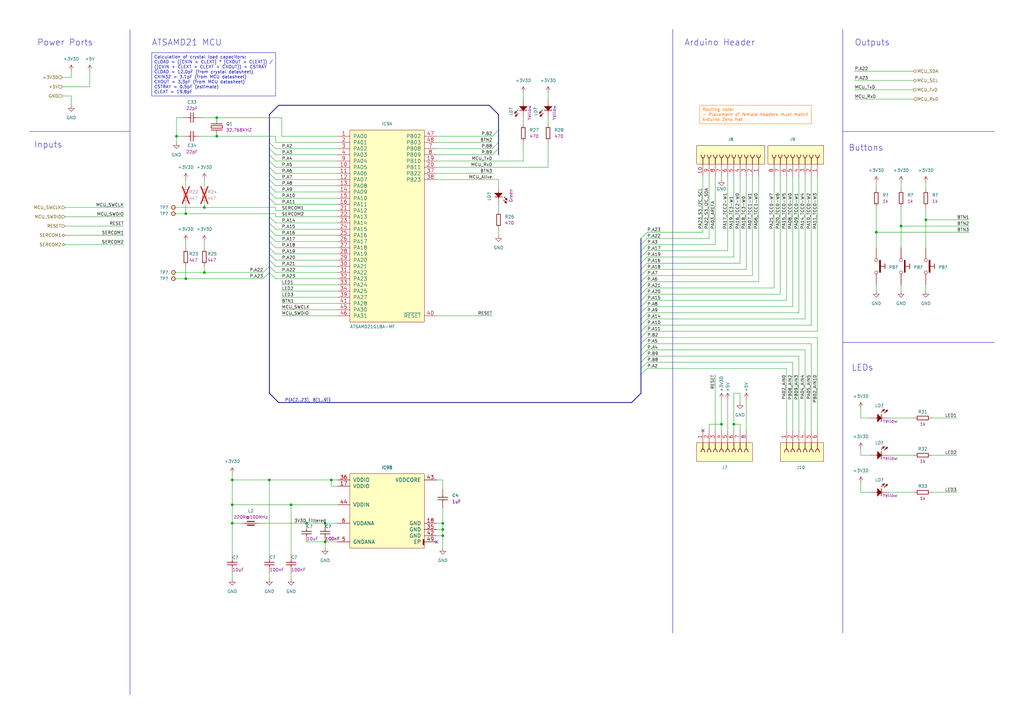
<source format=kicad_sch>
(kicad_sch (version 20230121) (generator eeschema)
  (paper "A3")
  (title_block (title "ACCURATE 2 Evaluation Board") (date "2023-10-06") (rev "A") (company "CERN") (comment 1 "CROME") (comment 3 "RP-IL") (comment 6 "Håkon Liverud") (comment 7 "2023-10-06"))
  (lib_symbols
    (symbol "Capacitors SMD:CC0603_100NF_50V_10%_X7R" (pin_names (offset 1.27))
      (property "Reference" "C" (at 3.81 3.048 0))
      (property "Val" "100nF" (at 3.81 -3.048 0))
      (symbol "CC0603_100NF_50V_10%_X7R_0_1"
        (pin passive line (at 0 0 0) (length 2.54) (name "1") (number "1"))
        (pin passive line (at 7.62 0 180) (length 2.54) (name "2") (number "2"))
      )
    )
    (symbol "Capacitors SMD:CC0603_10UF_25V_20%_X5R" (pin_names (offset 1.27))
      (property "Reference" "C" (at 3.81 3.048 0))
      (property "Val" "10uF" (at 3.81 -3.048 0))
      (symbol "CC0603_10UF_25V_20%_X5R_0_1"
        (pin passive line (at 0 0 0) (length 2.54) (name "1") (number "1"))
        (pin passive line (at 7.62 0 180) (length 2.54) (name "2") (number "2"))
      )
    )
    (symbol "Capacitors SMD:CC0603_1UF_25V_10%_X7R" (pin_names (offset 1.27))
      (property "Reference" "C" (at 3.81 3.048 0))
      (property "Val" "1uF" (at 3.81 -3.048 0))
      (symbol "CC0603_1UF_25V_10%_X7R_0_1"
        (pin passive line (at 0 0 0) (length 2.54) (name "1") (number "1"))
        (pin passive line (at 7.62 0 180) (length 2.54) (name "2") (number "2"))
      )
    )
    (symbol "Capacitors SMD:CC0603_22PF_50V_5%_NP0" (pin_names (offset 1.27))
      (property "Reference" "C" (at 3.81 3.048 0))
      (property "Val" "22pF" (at 3.81 -3.048 0))
      (symbol "CC0603_22PF_50V_5%_NP0_0_1"
        (pin passive line (at 0 0 0) (length 2.54) (name "1") (number "1"))
        (pin passive line (at 7.62 0 180) (length 2.54) (name "2") (number "2"))
      )
    )
    (symbol "Crystals & Oscillators:XTAL_32.768KHZ_ABRACON_ABS09-32.768KHZ-T" (pin_names (offset 1.27))
      (property "Reference" "Q" (at 3.81 3.81 0))
      (property "Val" "32.768KHZ" (at 3.81 -3.81 0))
      (symbol "XTAL_32.768KHZ_ABRACON_ABS09-32.768KHZ-T_0_1"
        (pin passive line (at 0 0 0) (length 2.54) (name "OSC1") (number "1"))
        (pin passive line (at 7.62 0 180) (length 2.54) (name "OSC2") (number "2"))
      )
    )
    (symbol "Inductors SMD:IND0603_MURATA_BLM18SG221TN1" (pin_names (offset 1.27))
      (property "Reference" "L" (at 3.81 1.778 0))
      (property "Val" "220R@100MHz" (at 3.81 -1.778 0))
      (symbol "IND0603_MURATA_BLM18SG221TN1_0_1"
        (pin passive line (at 0 0 0) (length 1.27) (name "1") (number "1"))
        (pin passive line (at 7.62 0 180) (length 1.27) (name "2") (number "2"))
      )
      (symbol "IND0603_MURATA_BLM18SG221TN1_0_2"
        (pin passive line (at 0 0 0) (length 1.524) (name "1") (number "1"))
        (pin passive line (at 7.62 0 180) (length 1.524) (name "2") (number "2"))
      )
    )
    (symbol "LEDs & Displays:LED_LITEON_LTST-C193KGKT-5A" (pin_names (offset 1.27))
      (property "Reference" "LD" (at -1.27 2.54 0))
      (property "Color" "Green" (at 0 -2.54 0))
      (symbol "LED_LITEON_LTST-C193KGKT-5A_0_1"
        (pin passive line (at 3.81 0 180) (length 2.54) (name "C") (number "1"))
        (pin passive line (at -3.81 0 0) (length 2.54) (name "A") (number "2"))
      )
      (symbol "LED_LITEON_LTST-C193KGKT-5A_0_2"
        (pin passive line (at 3.81 0 180) (length 2.54) (name "C") (number "1"))
        (pin passive line (at -3.81 0 0) (length 2.54) (name "A") (number "2"))
      )
    )
    (symbol "LEDs & Displays:LED_LITEON_LTST-C193KSKT-5A" (pin_names (offset 1.27))
      (property "Reference" "LD" (at -1.27 2.54 0))
      (property "Color" "Yellow" (at 0 -2.54 0))
      (symbol "LED_LITEON_LTST-C193KSKT-5A_0_1"
        (pin passive line (at 3.81 0 180) (length 2.54) (name "C") (number "1"))
        (pin passive line (at -3.81 0 0) (length 2.54) (name "A") (number "2"))
      )
      (symbol "LED_LITEON_LTST-C193KSKT-5A_0_2"
        (pin passive line (at 3.81 0 180) (length 2.54) (name "C") (number "1"))
        (pin passive line (at -3.81 0 0) (length 2.54) (name "A") (number "2"))
      )
    )
    (symbol "Logic:ATSAMD21G18A-MF" (pin_names (offset 1.27))
      (property "Reference" "IC" (at 0 3.81 0))
      (symbol "ATSAMD21G18A-MF_1_1"
        (pin bidirectional line (at -5.08 -2.54 0) (length 5.08) (name "PA00") (number "1"))
        (pin bidirectional line (at -5.08 -15.24 0) (length 5.08) (name "PA05") (number "10"))
        (pin bidirectional line (at -5.08 -17.78 0) (length 5.08) (name "PA06") (number "11"))
        (pin bidirectional line (at -5.08 -20.32 0) (length 5.08) (name "PA07") (number "12"))
        (pin bidirectional line (at -5.08 -22.86 0) (length 5.08) (name "PA08") (number "13"))
        (pin bidirectional line (at -5.08 -25.4 0) (length 5.08) (name "PA09") (number "14"))
        (pin bidirectional line (at -5.08 -27.94 0) (length 5.08) (name "PA10") (number "15"))
        (pin bidirectional line (at -5.08 -30.48 0) (length 5.08) (name "PA11") (number "16"))
        (pin bidirectional line (at 35.56 -12.7 180) (length 5.08) (name "PB10") (number "19"))
        (pin bidirectional line (at -5.08 -5.08 0) (length 5.08) (name "PA01") (number "2"))
        (pin bidirectional line (at 35.56 -15.24 180) (length 5.08) (name "PB11") (number "20"))
        (pin bidirectional line (at -5.08 -33.02 0) (length 5.08) (name "PA12") (number "21"))
        (pin bidirectional line (at -5.08 -35.56 0) (length 5.08) (name "PA13") (number "22"))
        (pin bidirectional line (at -5.08 -38.1 0) (length 5.08) (name "PA14") (number "23"))
        (pin bidirectional line (at -5.08 -40.64 0) (length 5.08) (name "PA15") (number "24"))
        (pin bidirectional line (at -5.08 -43.18 0) (length 5.08) (name "PA16") (number "25"))
        (pin bidirectional line (at -5.08 -45.72 0) (length 5.08) (name "PA17") (number "26"))
        (pin bidirectional line (at -5.08 -48.26 0) (length 5.08) (name "PA18") (number "27"))
        (pin bidirectional line (at -5.08 -50.8 0) (length 5.08) (name "PA19") (number "28"))
        (pin bidirectional line (at -5.08 -53.34 0) (length 5.08) (name "PA20") (number "29"))
        (pin bidirectional line (at -5.08 -7.62 0) (length 5.08) (name "PA02") (number "3"))
        (pin bidirectional line (at -5.08 -55.88 0) (length 5.08) (name "PA21") (number "30"))
        (pin bidirectional line (at -5.08 -58.42 0) (length 5.08) (name "PA22") (number "31"))
        (pin bidirectional line (at -5.08 -60.96 0) (length 5.08) (name "PA23") (number "32"))
        (pin bidirectional line (at -5.08 -63.5 0) (length 5.08) (name "PA24") (number "33"))
        (pin bidirectional line (at -5.08 -66.04 0) (length 5.08) (name "PA25") (number "34"))
        (pin bidirectional line (at 35.56 -17.78 180) (length 5.08) (name "PB22") (number "37"))
        (pin bidirectional line (at 35.56 -20.32 180) (length 5.08) (name "PB23") (number "38"))
        (pin bidirectional line (at -5.08 -68.58 0) (length 5.08) (name "PA27") (number "39"))
        (pin bidirectional line (at -5.08 -10.16 0) (length 5.08) (name "PA03") (number "4"))
        (pin input line (at 35.56 -76.2 180) (length 5.08) (name "~{RESET}") (number "40"))
        (pin bidirectional line (at -5.08 -71.12 0) (length 5.08) (name "PA28") (number "41"))
        (pin bidirectional line (at -5.08 -73.66 0) (length 5.08) (name "PA30") (number "45"))
        (pin bidirectional line (at -5.08 -76.2 0) (length 5.08) (name "PA31") (number "46"))
        (pin bidirectional line (at 35.56 -2.54 180) (length 5.08) (name "PB02") (number "47"))
        (pin bidirectional line (at 35.56 -5.08 180) (length 5.08) (name "PB03") (number "48"))
        (pin bidirectional line (at 35.56 -7.62 180) (length 5.08) (name "PB08") (number "7"))
        (pin bidirectional line (at 35.56 -10.16 180) (length 5.08) (name "PB09") (number "8"))
        (pin bidirectional line (at -5.08 -12.7 0) (length 5.08) (name "PA04") (number "9"))
      )
      (symbol "ATSAMD21G18A-MF_2_1"
        (pin power_in line (at -5.08 -5.08 0) (length 5.08) (name "VDDIO") (number "17"))
        (pin power_in line (at 35.56 -20.32 180) (length 5.08) (name "GND") (number "18"))
        (pin power_in line (at 35.56 -22.86 180) (length 5.08) (name "GND") (number "35"))
        (pin power_in line (at -5.08 -2.54 0) (length 5.08) (name "VDDIO") (number "36"))
        (pin power_in line (at 35.56 -25.4 180) (length 5.08) (name "GND") (number "42"))
        (pin power_in line (at 35.56 -2.54 180) (length 5.08) (name "VDDCORE") (number "43"))
        (pin power_in line (at -5.08 -12.7 0) (length 5.08) (name "VDDIN") (number "44"))
        (pin passive line (at 35.56 -27.94 180) (length 5.08) (name "EP") (number "49"))
        (pin power_in line (at -5.08 -27.94 0) (length 5.08) (name "GNDANA") (number "5"))
        (pin power_in line (at -5.08 -20.32 0) (length 5.08) (name "VDDANA") (number "6"))
      )
    )
    (symbol "Pads:SMD_PAD_1.27X1.27MM" (pin_names (offset 1.27))
      (property "Reference" "TP" (at -1.27 0 0))
      (symbol "SMD_PAD_1.27X1.27MM_0_1"
        (pin bidirectional line (at 0 0 180) (length 0) (name "1") (number "1"))
      )
    )
    (symbol "R0603_1K_1%_0.1W_100PPM_1" (pin_names (offset 1.27))
      (property "Reference" "R" (at 3.81 1.778 0))
      (property "Tolerance" "±1%" (at 3.81 0 0))
      (property "Val" "1k" (at 3.81 -1.778 0))
      (symbol "R0603_1K_1%_0.1W_100PPM_1_0_1"
        (pin passive line (at 0 0 0) (length 1.524) (name "1") (number "1"))
        (pin passive line (at 7.62 0 180) (length 1.524) (name "2") (number "2"))
      )
    )
    (symbol "R0603_1K_1%_0.1W_100PPM_2" (pin_names (offset 1.27))
      (property "Reference" "R" (at 3.81 1.778 0))
      (property "Tolerance" "±1%" (at 3.81 0 0))
      (property "Val" "1k" (at 3.81 -1.778 0))
      (symbol "R0603_1K_1%_0.1W_100PPM_2_0_1"
        (pin passive line (at 0 0 0) (length 1.524) (name "1") (number "1"))
        (pin passive line (at 7.62 0 180) (length 1.524) (name "2") (number "2"))
      )
    )
    (symbol "R0603_1K_1%_0.1W_100PPM_3" (pin_names (offset 1.27))
      (property "Reference" "R" (at 3.81 1.778 0))
      (property "Tolerance" "±1%" (at 3.81 0 0))
      (property "Val" "1k" (at 3.81 -1.778 0))
      (symbol "R0603_1K_1%_0.1W_100PPM_3_0_1"
        (pin passive line (at 0 0 0) (length 1.524) (name "1") (number "1"))
        (pin passive line (at 7.62 0 180) (length 1.524) (name "2") (number "2"))
      )
    )
    (symbol "R0603_470R_1%_0.1W_100PPM_1" (pin_names (offset 1.27))
      (property "Reference" "R" (at 3.81 1.778 0))
      (property "Tolerance" "±1%" (at 3.81 0 0))
      (property "Val" "470" (at 3.81 -1.778 0))
      (symbol "R0603_470R_1%_0.1W_100PPM_1_0_1"
        (pin passive line (at 0 0 0) (length 1.524) (name "1") (number "1"))
        (pin passive line (at 7.62 0 180) (length 1.524) (name "2") (number "2"))
      )
    )
    (symbol "R0603_4K7_1%_0.1W_100PPM_1" (pin_names (offset 1.27))
      (property "Reference" "R" (at 3.81 1.778 0))
      (property "Tolerance" "±1%" (at 3.81 0 0))
      (property "Val" "4k7" (at 3.81 -1.778 0))
      (symbol "R0603_4K7_1%_0.1W_100PPM_1_0_1"
        (pin passive line (at 0 0 0) (length 1.524) (name "1") (number "1"))
        (pin passive line (at 7.62 0 180) (length 1.524) (name "2") (number "2"))
      )
    )
    (symbol "Resistors SMD:R0603_1K_1%_0.1W_100PPM" (pin_names (offset 1.27))
      (property "Reference" "R" (at 3.81 1.778 0))
      (property "Tolerance" "±1%" (at 3.81 0 0))
      (property "Val" "1k" (at 3.81 -1.778 0))
      (symbol "R0603_1K_1%_0.1W_100PPM_0_1"
        (pin passive line (at 0 0 0) (length 1.524) (name "1") (number "1"))
        (pin passive line (at 7.62 0 180) (length 1.524) (name "2") (number "2"))
      )
    )
    (symbol "Resistors SMD:R0603_470R_1%_0.1W_100PPM" (pin_names (offset 1.27))
      (property "Reference" "R" (at 3.81 1.778 0))
      (property "Tolerance" "±1%" (at 3.81 0 0))
      (property "Val" "470" (at 3.81 -1.778 0))
      (symbol "R0603_470R_1%_0.1W_100PPM_0_1"
        (pin passive line (at 0 0 0) (length 1.524) (name "1") (number "1"))
        (pin passive line (at 7.62 0 180) (length 1.524) (name "2") (number "2"))
      )
    )
    (symbol "Resistors SMD:R0603_4K7_1%_0.1W_100PPM" (pin_names (offset 1.27))
      (property "Reference" "R" (at 3.81 1.778 0))
      (property "Tolerance" "±1%" (at 3.81 0 0))
      (property "Val" "4k7" (at 3.81 -1.778 0))
      (symbol "R0603_4K7_1%_0.1W_100PPM_0_1"
        (pin passive line (at 0 0 0) (length 1.524) (name "1") (number "1"))
        (pin passive line (at 7.62 0 180) (length 1.524) (name "2") (number "2"))
      )
    )
    (symbol "SAMTEC:SAMTEC_SSW-106-01-L-S" (pin_names (offset 1.27))
      (property "Reference" "J" (at 3.81 1.27 0))
      (symbol "SAMTEC_SSW-106-01-L-S_0_1"
        (pin bidirectional line (at -5.08 -2.54 0) (length 5.08) (name "1") (number "1"))
        (pin bidirectional line (at -5.08 -5.08 0) (length 5.08) (name "2") (number "2"))
        (pin bidirectional line (at -5.08 -7.62 0) (length 5.08) (name "3") (number "3"))
        (pin bidirectional line (at -5.08 -10.16 0) (length 5.08) (name "4") (number "4"))
        (pin bidirectional line (at -5.08 -12.7 0) (length 5.08) (name "5") (number "5"))
        (pin bidirectional line (at -5.08 -15.24 0) (length 5.08) (name "6") (number "6"))
      )
      (symbol "SAMTEC_SSW-106-01-L-S_0_2"
        (pin bidirectional line (at -5.08 -2.54 0) (length 5.08) (name "1") (number "1"))
        (pin bidirectional line (at 12.7 -2.54 180) (length 5.08) (name "2") (number "2"))
        (pin bidirectional line (at -5.08 -5.08 0) (length 5.08) (name "3") (number "3"))
        (pin bidirectional line (at 12.7 -5.08 180) (length 5.08) (name "4") (number "4"))
        (pin bidirectional line (at -5.08 -7.62 0) (length 5.08) (name "5") (number "5"))
        (pin bidirectional line (at 12.7 -7.62 180) (length 5.08) (name "6") (number "6"))
      )
    )
    (symbol "SAMTEC:SAMTEC_SSW-108-01-G-S" (pin_names (offset 1.27))
      (property "Reference" "J" (at 3.81 1.27 0))
      (symbol "SAMTEC_SSW-108-01-G-S_0_1"
        (pin bidirectional line (at -5.08 -2.54 0) (length 5.08) (name "1") (number "1"))
        (pin bidirectional line (at -5.08 -5.08 0) (length 5.08) (name "2") (number "2"))
        (pin bidirectional line (at -5.08 -7.62 0) (length 5.08) (name "3") (number "3"))
        (pin bidirectional line (at -5.08 -10.16 0) (length 5.08) (name "4") (number "4"))
        (pin bidirectional line (at -5.08 -12.7 0) (length 5.08) (name "5") (number "5"))
        (pin bidirectional line (at -5.08 -15.24 0) (length 5.08) (name "6") (number "6"))
        (pin bidirectional line (at -5.08 -17.78 0) (length 5.08) (name "7") (number "7"))
        (pin bidirectional line (at -5.08 -20.32 0) (length 5.08) (name "8") (number "8"))
      )
      (symbol "SAMTEC_SSW-108-01-G-S_0_2"
        (pin bidirectional line (at -5.08 -2.54 0) (length 5.08) (name "1") (number "1"))
        (pin bidirectional line (at 12.7 -2.54 180) (length 5.08) (name "2") (number "2"))
        (pin bidirectional line (at -5.08 -5.08 0) (length 5.08) (name "3") (number "3"))
        (pin bidirectional line (at 12.7 -5.08 180) (length 5.08) (name "4") (number "4"))
        (pin bidirectional line (at -5.08 -7.62 0) (length 5.08) (name "5") (number "5"))
        (pin bidirectional line (at 12.7 -7.62 180) (length 5.08) (name "6") (number "6"))
        (pin bidirectional line (at -5.08 -10.16 0) (length 5.08) (name "7") (number "7"))
        (pin bidirectional line (at 12.7 -10.16 180) (length 5.08) (name "8") (number "8"))
      )
    )
    (symbol "SAMTEC:SAMTEC_SSW-110-01-G-S" (pin_names (offset 1.27))
      (property "Reference" "J" (at 3.81 1.27 0))
      (symbol "SAMTEC_SSW-110-01-G-S_0_1"
        (pin bidirectional line (at -5.08 -2.54 0) (length 5.08) (name "1") (number "1"))
        (pin bidirectional line (at -5.08 -25.4 0) (length 5.08) (name "10") (number "10"))
        (pin bidirectional line (at -5.08 -5.08 0) (length 5.08) (name "2") (number "2"))
        (pin bidirectional line (at -5.08 -7.62 0) (length 5.08) (name "3") (number "3"))
        (pin bidirectional line (at -5.08 -10.16 0) (length 5.08) (name "4") (number "4"))
        (pin bidirectional line (at -5.08 -12.7 0) (length 5.08) (name "5") (number "5"))
        (pin bidirectional line (at -5.08 -15.24 0) (length 5.08) (name "6") (number "6"))
        (pin bidirectional line (at -5.08 -17.78 0) (length 5.08) (name "7") (number "7"))
        (pin bidirectional line (at -5.08 -20.32 0) (length 5.08) (name "8") (number "8"))
        (pin bidirectional line (at -5.08 -22.86 0) (length 5.08) (name "9") (number "9"))
      )
      (symbol "SAMTEC_SSW-110-01-G-S_0_2"
        (pin bidirectional line (at -5.08 -2.54 0) (length 5.08) (name "1") (number "1"))
        (pin bidirectional line (at 12.7 -12.7 180) (length 5.08) (name "10") (number "10"))
        (pin bidirectional line (at 12.7 -2.54 180) (length 5.08) (name "2") (number "2"))
        (pin bidirectional line (at -5.08 -5.08 0) (length 5.08) (name "3") (number "3"))
        (pin bidirectional line (at 12.7 -5.08 180) (length 5.08) (name "4") (number "4"))
        (pin bidirectional line (at -5.08 -7.62 0) (length 5.08) (name "5") (number "5"))
        (pin bidirectional line (at 12.7 -7.62 180) (length 5.08) (name "6") (number "6"))
        (pin bidirectional line (at -5.08 -10.16 0) (length 5.08) (name "7") (number "7"))
        (pin bidirectional line (at 12.7 -10.16 180) (length 5.08) (name "8") (number "8"))
        (pin bidirectional line (at -5.08 -12.7 0) (length 5.08) (name "9") (number "9"))
      )
    )
    (symbol "SAMTEC_SSW-108-01-G-S_1" (pin_names (offset 1.27))
      (property "Reference" "J" (at 3.81 1.27 0))
      (symbol "SAMTEC_SSW-108-01-G-S_1_0_1"
        (pin bidirectional line (at -5.08 -2.54 0) (length 5.08) (name "1") (number "1"))
        (pin bidirectional line (at -5.08 -5.08 0) (length 5.08) (name "2") (number "2"))
        (pin bidirectional line (at -5.08 -7.62 0) (length 5.08) (name "3") (number "3"))
        (pin bidirectional line (at -5.08 -10.16 0) (length 5.08) (name "4") (number "4"))
        (pin bidirectional line (at -5.08 -12.7 0) (length 5.08) (name "5") (number "5"))
        (pin bidirectional line (at -5.08 -15.24 0) (length 5.08) (name "6") (number "6"))
        (pin bidirectional line (at -5.08 -17.78 0) (length 5.08) (name "7") (number "7"))
        (pin bidirectional line (at -5.08 -20.32 0) (length 5.08) (name "8") (number "8"))
      )
      (symbol "SAMTEC_SSW-108-01-G-S_1_0_2"
        (pin bidirectional line (at -5.08 -2.54 0) (length 5.08) (name "1") (number "1"))
        (pin bidirectional line (at 12.7 -2.54 180) (length 5.08) (name "2") (number "2"))
        (pin bidirectional line (at -5.08 -5.08 0) (length 5.08) (name "3") (number "3"))
        (pin bidirectional line (at 12.7 -5.08 180) (length 5.08) (name "4") (number "4"))
        (pin bidirectional line (at -5.08 -7.62 0) (length 5.08) (name "5") (number "5"))
        (pin bidirectional line (at 12.7 -7.62 180) (length 5.08) (name "6") (number "6"))
        (pin bidirectional line (at -5.08 -10.16 0) (length 5.08) (name "7") (number "7"))
        (pin bidirectional line (at 12.7 -10.16 180) (length 5.08) (name "8") (number "8"))
      )
    )
    (symbol "Switches:PB_C&K_KSC321JLFS" (pin_names (offset 1.27))
      (property "Reference" "PB" (at 7.874 5.08 0))
      (symbol "PB_C&K_KSC321JLFS_0_1"
        (text "1,2" (at 1.016 0.254 0) (effects (font (size 1.016 1.016)) (justify left bottom)))
        (text "3,4" (at 12.446 0.254 0) (effects (font (size 1.016 1.016)) (justify left bottom)))
        (pin bidirectional line (at 0 0 0) (length 4.445) (name "1") (number "1"))
        (pin bidirectional line (at 0 0 0) (length 4.445) (name "2") (number "2"))
        (pin bidirectional line (at 15.24 0 180) (length 4.445) (name "3") (number "3"))
        (pin bidirectional line (at 15.24 0 180) (length 4.445) (name "4") (number "4"))
      )
    )
    (symbol "power:+5V" (power) (pin_names (offset 0))
      (property "Value" "+5V" (at 0 3.556 0))
      (symbol "+5V_1_1"
        (pin power_in line (at 0 0 90) (length 0) hide (name "+5V") (number "1"))
      )
    )
    (symbol "power:GND" (power) (pin_names (offset 0))
      (property "Value" "GND" (at 0 -3.81 0))
      (symbol "GND_1_1"
        (pin power_in line (at 0 0 270) (length 0) hide (name "GND") (number "1"))
      )
    )
    (symbol "symbol_lib:+3V3D" (power) (pin_names (offset 0))
      (property "Value" "+3V3D" (at 0 3.556 0))
      (symbol "+3V3D_1_1"
        (pin power_in line (at 0 0 90) (length 0) hide (name "+3V3D") (number "1"))
      )
    )
  )
  (junction (at 76.2 114.3))
  (junction (at 295.91 173.99))
  (junction (at 95.25 207.01))
  (junction (at 300.99 173.99))
  (junction (at 119.38 207.01))
  (junction (at 133.35 222.25))
  (junction (at 181.61 219.71))
  (junction (at 181.61 217.17))
  (junction (at 95.25 196.85))
  (junction (at 83.82 111.76))
  (junction (at 110.49 196.85))
  (junction (at 369.57 92.71))
  (junction (at 125.73 214.63))
  (junction (at 76.2 87.63))
  (junction (at 379.73 90.17))
  (junction (at 133.35 214.63))
  (junction (at 95.25 214.63))
  (junction (at 359.41 95.25))
  (junction (at 72.39 55.88))
  (junction (at 135.89 196.85))
  (junction (at 181.61 214.63))
  (junction (at 83.82 85.09))
  (junction (at 88.9 48.26))
  (junction (at 88.9 55.88))
  (no_connect (at 179.07 222.25))
  (no_connect (at 288.29 176.53))
  (bus_entry (at 113.03 93.98) (size -2.54 -2.54))
  (bus_entry (at 201.93 55.88) (size 2.54 -2.54))
  (bus_entry (at 113.03 71.12) (size -2.54 -2.54))
  (bus_entry (at 265.43 110.49) (size -2.54 2.54))
  (bus_entry (at 113.03 101.6) (size -2.54 -2.54))
  (bus_entry (at 113.03 81.28) (size -2.54 -2.54))
  (bus_entry (at 110.49 109.22) (size 2.54 2.54))
  (bus_entry (at 265.43 151.13) (size -2.54 2.54))
  (bus_entry (at 113.03 66.04) (size -2.54 -2.54))
  (bus_entry (at 113.03 76.2) (size -2.54 -2.54))
  (bus_entry (at 265.43 107.95) (size -2.54 2.54))
  (bus_entry (at 265.43 120.65) (size -2.54 2.54))
  (bus_entry (at 113.03 91.44) (size -2.54 -2.54))
  (bus_entry (at 113.03 63.5) (size -2.54 -2.54))
  (bus_entry (at 113.03 104.14) (size -2.54 -2.54))
  (bus_entry (at 113.03 99.06) (size -2.54 -2.54))
  (bus_entry (at 265.43 100.33) (size -2.54 2.54))
  (bus_entry (at 113.03 109.22) (size -2.54 -2.54))
  (bus_entry (at 110.49 111.76) (size -2.54 2.54))
  (bus_entry (at 265.43 148.59) (size -2.54 2.54))
  (bus_entry (at 265.43 140.97) (size -2.54 2.54))
  (bus_entry (at 201.93 63.5) (size 2.54 -2.54))
  (bus_entry (at 113.03 83.82) (size -2.54 -2.54))
  (bus_entry (at 113.03 60.96) (size -2.54 -2.54))
  (bus_entry (at 265.43 95.25) (size -2.54 2.54))
  (bus_entry (at 201.93 60.96) (size 2.54 -2.54))
  (bus_entry (at 265.43 135.89) (size -2.54 2.54))
  (bus_entry (at 265.43 128.27) (size -2.54 2.54))
  (bus_entry (at 265.43 118.11) (size -2.54 2.54))
  (bus_entry (at 265.43 115.57) (size -2.54 2.54))
  (bus_entry (at 265.43 97.79) (size -2.54 2.54))
  (bus_entry (at 265.43 125.73) (size -2.54 2.54))
  (bus_entry (at 113.03 68.58) (size -2.54 -2.54))
  (bus_entry (at 113.03 78.74) (size -2.54 -2.54))
  (bus_entry (at 113.03 96.52) (size -2.54 -2.54))
  (bus_entry (at 265.43 105.41) (size -2.54 2.54))
  (bus_entry (at 265.43 102.87) (size -2.54 2.54))
  (bus_entry (at 265.43 130.81) (size -2.54 2.54))
  (bus_entry (at 110.49 109.22) (size -2.54 2.54))
  (bus_entry (at 113.03 106.68) (size -2.54 -2.54))
  (bus_entry (at 265.43 123.19) (size -2.54 2.54))
  (bus_entry (at 265.43 143.51) (size -2.54 2.54))
  (bus_entry (at 110.49 111.76) (size 2.54 2.54))
  (bus_entry (at 265.43 113.03) (size -2.54 2.54))
  (bus_entry (at 265.43 133.35) (size -2.54 2.54))
  (bus_entry (at 265.43 138.43) (size -2.54 2.54))
  (bus_entry (at 265.43 146.05) (size -2.54 2.54))
  (bus_entry (at 113.03 73.66) (size -2.54 -2.54))
  (wire (pts (xy 359.41 95.25) (xy 359.41 101.6)))
  (wire (pts (xy 138.43 222.25) (xy 133.35 222.25)))
  (wire (pts (xy 113.03 76.2) (xy 138.43 76.2)))
  (bus (pts (xy 110.49 99.06) (xy 110.49 101.6)))
  (wire (pts (xy 133.35 214.63) (xy 138.43 214.63)))
  (wire (pts (xy 382.27 201.93) (xy 392.43 201.93)))
  (bus (pts (xy 110.49 66.04) (xy 110.49 68.58)))
  (bus (pts (xy 110.49 58.42) (xy 110.49 60.96)))
  (wire (pts (xy 113.03 66.04) (xy 138.43 66.04)))
  (wire (pts (xy 113.03 93.98) (xy 138.43 93.98)))
  (wire (pts (xy 303.53 161.29) (xy 303.53 165.1)))
  (wire (pts (xy 204.47 73.66) (xy 204.47 76.2)))
  (wire (pts (xy 293.37 72.39) (xy 293.37 100.33)))
  (wire (pts (xy 204.47 93.98) (xy 204.47 96.52)))
  (wire (pts (xy 265.43 135.89) (xy 335.28 135.89)))
  (wire (pts (xy 113.03 73.66) (xy 138.43 73.66)))
  (bus (pts (xy 110.49 88.9) (xy 110.49 91.44)))
  (wire (pts (xy 295.91 163.83) (xy 295.91 173.99)))
  (wire (pts (xy 179.07 219.71) (xy 181.61 219.71)))
  (bus (pts (xy 204.47 60.96) (xy 204.47 63.5)))
  (wire (pts (xy 265.43 102.87) (xy 298.45 102.87)))
  (wire (pts (xy 135.89 196.85) (xy 135.89 199.39)))
  (bus (pts (xy 262.89 125.73) (xy 262.89 128.27)))
  (bus (pts (xy 262.89 113.03) (xy 262.89 115.57)))
  (wire (pts (xy 179.07 68.58) (xy 224.79 68.58)))
  (wire (pts (xy 72.39 55.88) (xy 72.39 58.42)))
  (bus (pts (xy 110.49 93.98) (xy 110.49 96.52)))
  (polyline (pts (xy 345.6432 53.9242) (xy 407.9748 53.9242)))
  (wire (pts (xy 83.82 99.06) (xy 83.82 101.6)))
  (wire (pts (xy 95.25 214.63) (xy 99.06 214.63)))
  (wire (pts (xy 76.2 83.82) (xy 76.2 87.63)))
  (wire (pts (xy 113.03 83.82) (xy 138.43 83.82)))
  (wire (pts (xy 265.43 128.27) (xy 327.66 128.27)))
  (wire (pts (xy 125.73 214.63) (xy 133.35 214.63)))
  (wire (pts (xy 364.49 186.69) (xy 374.65 186.69)))
  (wire (pts (xy 76.2 109.22) (xy 76.2 114.3)))
  (wire (pts (xy 113.03 86.36) (xy 138.43 86.36)))
  (bus (pts (xy 110.49 46.99) (xy 114.3 43.18)))
  (bus (pts (xy 262.89 120.65) (xy 262.89 123.19)))
  (wire (pts (xy 359.41 116.84) (xy 359.41 119.38)))
  (wire (pts (xy 113.03 81.28) (xy 138.43 81.28)))
  (wire (pts (xy 300.99 161.29) (xy 300.99 173.99)))
  (bus (pts (xy 262.89 130.81) (xy 262.89 133.35)))
  (wire (pts (xy 88.9 48.26) (xy 115.57 48.26)))
  (wire (pts (xy 369.57 101.6) (xy 369.57 92.71)))
  (bus (pts (xy 110.49 46.99) (xy 110.49 58.42)))
  (wire (pts (xy 303.53 72.39) (xy 303.53 107.95)))
  (wire (pts (xy 115.57 116.84) (xy 138.43 116.84)))
  (wire (pts (xy 303.53 173.99) (xy 303.53 176.53)))
  (wire (pts (xy 113.03 86.36) (xy 113.03 85.09)))
  (wire (pts (xy 26.67 85.09) (xy 50.8 85.09)))
  (wire (pts (xy 181.61 208.28) (xy 181.61 214.63)))
  (wire (pts (xy 179.07 71.12) (xy 201.93 71.12)))
  (bus (pts (xy 262.89 102.87) (xy 262.89 105.41)))
  (wire (pts (xy 72.39 55.88) (xy 74.93 55.88)))
  (bus (pts (xy 110.49 81.28) (xy 110.49 88.9)))
  (bus (pts (xy 110.49 106.68) (xy 110.49 109.22)))
  (wire (pts (xy 369.57 92.71) (xy 397.51 92.71)))
  (bus (pts (xy 262.89 105.41) (xy 262.89 107.95)))
  (wire (pts (xy 224.79 38.1) (xy 224.79 40.64)))
  (bus (pts (xy 114.3 43.18) (xy 200.66 43.18)))
  (wire (pts (xy 113.03 68.58) (xy 138.43 68.58)))
  (wire (pts (xy 364.49 171.45) (xy 374.65 171.45)))
  (bus (pts (xy 114.3 165.1) (xy 110.49 161.29)))
  (wire (pts (xy 138.43 207.01) (xy 119.38 207.01)))
  (wire (pts (xy 95.25 214.63) (xy 95.25 227.33)))
  (wire (pts (xy 82.55 55.88) (xy 88.9 55.88)))
  (wire (pts (xy 179.07 196.85) (xy 181.61 196.85)))
  (wire (pts (xy 135.89 199.39) (xy 138.43 199.39)))
  (bus (pts (xy 110.49 73.66) (xy 110.49 76.2)))
  (wire (pts (xy 306.07 72.39) (xy 306.07 110.49)))
  (wire (pts (xy 110.49 196.85) (xy 110.49 227.33)))
  (bus (pts (xy 262.89 107.95) (xy 262.89 110.49)))
  (wire (pts (xy 265.43 120.65) (xy 320.04 120.65)))
  (bus (pts (xy 110.49 101.6) (xy 110.49 104.14)))
  (wire (pts (xy 308.61 72.39) (xy 308.61 113.03)))
  (wire (pts (xy 113.03 78.74) (xy 138.43 78.74)))
  (wire (pts (xy 356.87 171.45) (xy 353.06 171.45)))
  (wire (pts (xy 113.03 114.3) (xy 138.43 114.3)))
  (bus (pts (xy 262.89 148.59) (xy 262.89 151.13)))
  (bus (pts (xy 262.89 140.97) (xy 262.89 143.51)))
  (wire (pts (xy 369.57 92.71) (xy 369.57 85.09)))
  (bus (pts (xy 110.49 76.2) (xy 110.49 78.74)))
  (bus (pts (xy 262.89 133.35) (xy 262.89 135.89)))
  (wire (pts (xy 115.57 124.46) (xy 138.43 124.46)))
  (wire (pts (xy 330.2 72.39) (xy 330.2 130.81)))
  (wire (pts (xy 179.07 129.54) (xy 201.93 129.54)))
  (wire (pts (xy 95.25 194.31) (xy 95.25 196.85)))
  (wire (pts (xy 110.49 234.95) (xy 110.49 237.49)))
  (wire (pts (xy 115.57 129.54) (xy 138.43 129.54)))
  (wire (pts (xy 295.91 173.99) (xy 295.91 176.53)))
  (wire (pts (xy 113.03 60.96) (xy 138.43 60.96)))
  (wire (pts (xy 288.29 72.39) (xy 288.29 95.25)))
  (bus (pts (xy 262.89 123.19) (xy 262.89 125.73)))
  (wire (pts (xy 25.4 35.56) (xy 36.83 35.56)))
  (wire (pts (xy 330.2 143.51) (xy 330.2 176.53)))
  (wire (pts (xy 26.67 100.33) (xy 50.8 100.33)))
  (wire (pts (xy 95.25 207.01) (xy 95.25 214.63)))
  (wire (pts (xy 379.73 90.17) (xy 379.73 101.6)))
  (wire (pts (xy 36.83 29.21) (xy 36.83 35.56)))
  (bus (pts (xy 110.49 78.74) (xy 110.49 81.28)))
  (wire (pts (xy 224.79 58.42) (xy 224.79 68.58)))
  (wire (pts (xy 300.99 72.39) (xy 300.99 105.41)))
  (polyline (pts (xy 53.3146 12.0142) (xy 53.3146 59.9948)))
  (wire (pts (xy 379.73 90.17) (xy 397.51 90.17)))
  (wire (pts (xy 295.91 72.39) (xy 295.91 73.66)))
  (wire (pts (xy 300.99 161.29) (xy 303.53 161.29)))
  (wire (pts (xy 374.65 33.02) (xy 350.52 33.02)))
  (wire (pts (xy 181.61 196.85) (xy 181.61 200.66)))
  (wire (pts (xy 290.83 72.39) (xy 290.83 97.79)))
  (wire (pts (xy 214.63 48.26) (xy 214.63 50.8)))
  (wire (pts (xy 119.38 234.95) (xy 119.38 237.49)))
  (wire (pts (xy 135.89 196.85) (xy 110.49 196.85)))
  (wire (pts (xy 83.82 73.66) (xy 83.82 76.2)))
  (wire (pts (xy 265.43 118.11) (xy 317.5 118.11)))
  (wire (pts (xy 113.03 111.76) (xy 138.43 111.76)))
  (wire (pts (xy 181.61 219.71) (xy 181.61 217.17)))
  (wire (pts (xy 29.21 31.75) (xy 29.21 29.21)))
  (wire (pts (xy 113.03 88.9) (xy 138.43 88.9)))
  (wire (pts (xy 72.39 48.26) (xy 72.39 55.88)))
  (bus (pts (xy 262.89 151.13) (xy 262.89 153.67)))
  (wire (pts (xy 82.55 48.26) (xy 88.9 48.26)))
  (wire (pts (xy 83.82 83.82) (xy 83.82 85.09)))
  (wire (pts (xy 115.57 119.38) (xy 138.43 119.38)))
  (wire (pts (xy 332.74 72.39) (xy 332.74 133.35)))
  (wire (pts (xy 298.45 163.83) (xy 298.45 176.53)))
  (polyline (pts (xy 53.3146 59.9948) (xy 53.3146 284.988)))
  (wire (pts (xy 179.07 214.63) (xy 181.61 214.63)))
  (wire (pts (xy 115.57 127) (xy 138.43 127)))
  (wire (pts (xy 265.43 115.57) (xy 311.15 115.57)))
  (wire (pts (xy 293.37 153.67) (xy 293.37 176.53)))
  (wire (pts (xy 115.57 121.92) (xy 138.43 121.92)))
  (wire (pts (xy 379.73 74.93) (xy 379.73 77.47)))
  (wire (pts (xy 317.5 72.39) (xy 317.5 118.11)))
  (bus (pts (xy 110.49 71.12) (xy 110.49 73.66)))
  (wire (pts (xy 83.82 109.22) (xy 83.82 111.76)))
  (wire (pts (xy 113.03 58.42) (xy 113.03 55.88)))
  (bus (pts (xy 262.89 118.11) (xy 262.89 120.65)))
  (wire (pts (xy 359.41 95.25) (xy 397.51 95.25)))
  (bus (pts (xy 204.47 58.42) (xy 204.47 60.96)))
  (bus (pts (xy 204.47 46.99) (xy 204.47 53.34)))
  (wire (pts (xy 95.25 207.01) (xy 119.38 207.01)))
  (wire (pts (xy 83.82 111.76) (xy 107.95 111.76)))
  (wire (pts (xy 71.12 85.09) (xy 83.82 85.09)))
  (wire (pts (xy 322.58 151.13) (xy 322.58 176.53)))
  (wire (pts (xy 265.43 133.35) (xy 332.74 133.35)))
  (wire (pts (xy 359.41 85.09) (xy 359.41 95.25)))
  (wire (pts (xy 113.03 96.52) (xy 138.43 96.52)))
  (polyline (pts (xy 12.0142 53.9242) (xy 53.3146 53.9242)))
  (wire (pts (xy 265.43 105.41) (xy 300.99 105.41)))
  (wire (pts (xy 379.73 85.09) (xy 379.73 90.17)))
  (wire (pts (xy 332.74 140.97) (xy 332.74 176.53)))
  (bus (pts (xy 204.47 53.34) (xy 204.47 58.42)))
  (wire (pts (xy 26.67 92.71) (xy 50.8 92.71)))
  (wire (pts (xy 374.65 29.21) (xy 350.52 29.21)))
  (bus (pts (xy 204.47 46.99) (xy 200.66 43.18)))
  (wire (pts (xy 113.03 109.22) (xy 138.43 109.22)))
  (wire (pts (xy 322.58 72.39) (xy 322.58 123.19)))
  (bus (pts (xy 262.89 146.05) (xy 262.89 148.59)))
  (wire (pts (xy 113.03 71.12) (xy 138.43 71.12)))
  (wire (pts (xy 204.47 83.82) (xy 204.47 86.36)))
  (wire (pts (xy 113.03 106.68) (xy 138.43 106.68)))
  (wire (pts (xy 265.43 143.51) (xy 330.2 143.51)))
  (wire (pts (xy 76.2 99.06) (xy 76.2 101.6)))
  (wire (pts (xy 356.87 201.93) (xy 353.06 201.93)))
  (wire (pts (xy 181.61 217.17) (xy 179.07 217.17)))
  (wire (pts (xy 364.49 201.93) (xy 374.65 201.93)))
  (wire (pts (xy 369.57 74.93) (xy 369.57 77.47)))
  (wire (pts (xy 265.43 148.59) (xy 325.12 148.59)))
  (wire (pts (xy 265.43 107.95) (xy 303.53 107.95)))
  (wire (pts (xy 320.04 72.39) (xy 320.04 120.65)))
  (wire (pts (xy 353.06 184.15) (xy 353.06 186.69)))
  (wire (pts (xy 119.38 207.01) (xy 119.38 227.33)))
  (wire (pts (xy 113.03 63.5) (xy 138.43 63.5)))
  (bus (pts (xy 262.89 110.49) (xy 262.89 113.03)))
  (bus (pts (xy 110.49 60.96) (xy 110.49 63.5)))
  (wire (pts (xy 110.49 196.85) (xy 95.25 196.85)))
  (wire (pts (xy 214.63 38.1) (xy 214.63 40.64)))
  (wire (pts (xy 113.03 99.06) (xy 138.43 99.06)))
  (wire (pts (xy 106.68 214.63) (xy 125.73 214.63)))
  (wire (pts (xy 265.43 100.33) (xy 293.37 100.33)))
  (polyline (pts (xy 345.6432 140.462) (xy 407.9748 140.462)))
  (wire (pts (xy 300.99 173.99) (xy 303.53 173.99)))
  (wire (pts (xy 113.03 101.6) (xy 138.43 101.6)))
  (wire (pts (xy 300.99 176.53) (xy 300.99 173.99)))
  (wire (pts (xy 311.15 72.39) (xy 311.15 115.57)))
  (wire (pts (xy 113.03 104.14) (xy 138.43 104.14)))
  (wire (pts (xy 201.93 63.5) (xy 179.07 63.5)))
  (polyline (pts (xy 275.9202 12.0142) (xy 275.9202 259.6134)))
  (wire (pts (xy 138.43 196.85) (xy 135.89 196.85)))
  (bus (pts (xy 110.49 104.14) (xy 110.49 106.68)))
  (bus (pts (xy 110.49 68.58) (xy 110.49 71.12)))
  (wire (pts (xy 71.12 114.3) (xy 76.2 114.3)))
  (wire (pts (xy 125.73 222.25) (xy 133.35 222.25)))
  (bus (pts (xy 262.89 143.51) (xy 262.89 146.05)))
  (wire (pts (xy 113.03 88.9) (xy 113.03 87.63)))
  (wire (pts (xy 290.83 176.53) (xy 290.83 173.99)))
  (wire (pts (xy 181.61 214.63) (xy 181.61 217.17)))
  (bus (pts (xy 262.89 138.43) (xy 262.89 140.97)))
  (wire (pts (xy 181.61 219.71) (xy 181.61 224.79)))
  (wire (pts (xy 265.43 110.49) (xy 306.07 110.49)))
  (wire (pts (xy 327.66 72.39) (xy 327.66 128.27)))
  (wire (pts (xy 179.07 73.66) (xy 204.47 73.66)))
  (wire (pts (xy 88.9 55.88) (xy 113.03 55.88)))
  (wire (pts (xy 306.07 163.83) (xy 306.07 176.53)))
  (wire (pts (xy 95.25 196.85) (xy 95.25 207.01)))
  (wire (pts (xy 113.03 91.44) (xy 138.43 91.44)))
  (wire (pts (xy 382.27 186.69) (xy 392.43 186.69)))
  (wire (pts (xy 379.73 116.84) (xy 379.73 119.38)))
  (wire (pts (xy 224.79 48.26) (xy 224.79 50.8)))
  (wire (pts (xy 76.2 73.66) (xy 76.2 76.2)))
  (wire (pts (xy 138.43 58.42) (xy 113.03 58.42)))
  (wire (pts (xy 353.06 167.64) (xy 353.06 171.45)))
  (wire (pts (xy 179.07 66.04) (xy 214.63 66.04)))
  (wire (pts (xy 95.25 234.95) (xy 95.25 237.49)))
  (wire (pts (xy 265.43 95.25) (xy 288.29 95.25)))
  (wire (pts (xy 265.43 151.13) (xy 322.58 151.13)))
  (bus (pts (xy 262.89 128.27) (xy 262.89 130.81)))
  (wire (pts (xy 335.28 138.43) (xy 335.28 176.53)))
  (wire (pts (xy 179.07 58.42) (xy 201.93 58.42)))
  (wire (pts (xy 325.12 148.59) (xy 325.12 176.53)))
  (bus (pts (xy 110.49 63.5) (xy 110.49 66.04)))
  (wire (pts (xy 214.63 58.42) (xy 214.63 66.04)))
  (wire (pts (xy 25.4 39.37) (xy 29.21 39.37)))
  (wire (pts (xy 327.66 146.05) (xy 327.66 176.53)))
  (wire (pts (xy 369.57 116.84) (xy 369.57 119.38)))
  (wire (pts (xy 26.67 88.9) (xy 50.8 88.9)))
  (bus (pts (xy 262.89 100.33) (xy 262.89 102.87)))
  (wire (pts (xy 265.43 146.05) (xy 327.66 146.05)))
  (wire (pts (xy 133.35 222.25) (xy 133.35 224.79)))
  (wire (pts (xy 265.43 138.43) (xy 335.28 138.43)))
  (wire (pts (xy 201.93 60.96) (xy 179.07 60.96)))
  (wire (pts (xy 382.27 171.45) (xy 392.43 171.45)))
  (wire (pts (xy 298.45 72.39) (xy 298.45 102.87)))
  (wire (pts (xy 359.41 74.93) (xy 359.41 77.47)))
  (wire (pts (xy 76.2 114.3) (xy 107.95 114.3)))
  (wire (pts (xy 265.43 130.81) (xy 330.2 130.81)))
  (wire (pts (xy 265.43 125.73) (xy 325.12 125.73)))
  (wire (pts (xy 83.82 85.09) (xy 113.03 85.09)))
  (polyline (pts (xy 345.6432 12.0142) (xy 345.6432 259.6134)))
  (wire (pts (xy 71.12 87.63) (xy 76.2 87.63)))
  (wire (pts (xy 26.67 96.52) (xy 50.8 96.52)))
  (wire (pts (xy 265.43 113.03) (xy 308.61 113.03)))
  (bus (pts (xy 262.89 135.89) (xy 262.89 138.43)))
  (bus (pts (xy 110.49 91.44) (xy 110.49 93.98)))
  (wire (pts (xy 290.83 173.99) (xy 295.91 173.99)))
  (wire (pts (xy 71.12 111.76) (xy 83.82 111.76)))
  (wire (pts (xy 335.28 72.39) (xy 335.28 135.89)))
  (wire (pts (xy 265.43 140.97) (xy 332.74 140.97)))
  (bus (pts (xy 114.3 165.1) (xy 259.08 165.1)))
  (wire (pts (xy 325.12 72.39) (xy 325.12 125.73)))
  (wire (pts (xy 76.2 87.63) (xy 113.03 87.63)))
  (bus (pts (xy 262.89 161.29) (xy 259.08 165.1)))
  (wire (pts (xy 374.65 36.83) (xy 350.52 36.83)))
  (bus (pts (xy 262.89 153.67) (xy 262.89 161.29)))
  (wire (pts (xy 115.57 48.26) (xy 115.57 55.88)))
  (bus (pts (xy 110.49 111.76) (xy 110.49 161.29)))
  (bus (pts (xy 262.89 97.79) (xy 262.89 100.33)))
  (wire (pts (xy 265.43 123.19) (xy 322.58 123.19)))
  (wire (pts (xy 265.43 97.79) (xy 290.83 97.79)))
  (wire (pts (xy 25.4 31.75) (xy 29.21 31.75)))
  (bus (pts (xy 262.89 115.57) (xy 262.89 118.11)))
  (wire (pts (xy 356.87 186.69) (xy 353.06 186.69)))
  (wire (pts (xy 201.93 55.88) (xy 179.07 55.88)))
  (bus (pts (xy 110.49 109.22) (xy 110.49 111.76)))
  (bus (pts (xy 110.49 96.52) (xy 110.49 99.06)))
  (wire (pts (xy 29.21 39.37) (xy 29.21 43.18)))
  (wire (pts (xy 115.57 55.88) (xy 138.43 55.88)))
  (wire (pts (xy 353.06 198.12) (xy 353.06 201.93)))
  (wire (pts (xy 74.93 48.26) (xy 72.39 48.26)))
  (wire (pts (xy 374.65 40.64) (xy 350.52 40.64)))
  (text_box "Routing note:\n- Placement of female headers must match Arduino Zero Hat" (at 287.02 43.18 0) (size 45.72 7.62) (stroke (width 0) (color 255 109 0 1)) (effects (font (size 1.27 1.27)) (justify left top)))
  (text_box "Calculation of crystal load capacitors:\nCLOAD = ([CXIN + CLEXT] * [CXOUT + CLEXT]) / ([CXIN + CLEXT + CLEXT + CXOUT]) + CSTRAY\nCLOAD = 12.0pF (from crystal datasheet)\nCXIN32 = 3.1pF (from MCU datasheet)\nCXOUT = 3.3pF (from MCU datasheet)\nCSTRAY = 0.5pF (estimate)\nCLEXT = 19.8pF" (at 62.23 21.59 0) (size 50.8 17.78) (effects (font (size 1.27 1.27)) (justify left top)))
  (text "Outputs" (at 350.52 19.05 0) (effects (font (size 2.5 2.5)) (justify left bottom)))
  (text "Arduino Header" (at 280.67 19.05 0) (effects (font (size 2.5 2.5)) (justify left bottom)))
  (text "Inputs" (at 13.97 60.96 0) (effects (font (size 2.5 2.5)) (justify left bottom)))
  (text "Power Ports" (at 15.24 19.05 0) (effects (font (size 2.5 2.5)) (justify left bottom)))
  (text "ATSAMD21 MCU" (at 62.23 19.05 0) (effects (font (size 2.5 2.5)) (justify left bottom)))
  (text "Buttons" (at 347.98 62.23 0) (effects (font (size 2.5 2.5)) (justify left bottom)))
  (text "LEDs" (at 349.25 152.4 0) (effects (font (size 2.5 2.5)) (justify left bottom)))
  (label "PA22_S3_I2C_SDA" (at 290.83 93.98 90))
  (label "P.A22" (at 265.43 97.79 0))
  (label "P.A5" (at 265.43 140.97 0))
  (label "LED2" (at 115.57 119.38 0))
  (label "PB02_AIN10" (at 335.28 153.67 270))
  (label "PA16_TCC2-W0" (at 303.53 93.98 90))
  (label "SERCOM1" (at 50.8 96.52 180))
  (label "LED2" (at 392.43 186.69 180))
  (label "P.B2" (at 201.93 55.88 180))
  (label "RESET" (at 50.8 92.71 180))
  (label "P.B8" (at 265.43 148.59 0))
  (label "P{A[2..23], B[1..9]}" (at 116.84 165.1 0))
  (label "P.A21" (at 265.43 118.11 0))
  (label "LED1" (at 392.43 171.45 180))
  (label "P.A19" (at 115.57 104.14 0))
  (label "PA14_TCC0-W4" (at 330.2 93.98 90))
  (label "P.A16" (at 115.57 96.52 0))
  (label "P.A23" (at 265.43 95.25 0))
  (label "P.A18" (at 265.43 110.49 0))
  (label "P.A23" (at 107.95 114.3 180))
  (label "MCU_SWDIO" (at 50.8 88.9 180))
  (label "BTN2" (at 201.93 58.42 180))
  (label "P.A21" (at 115.57 109.22 0))
  (label "P.A7" (at 115.57 73.66 0))
  (label "P.A6" (at 115.57 71.12 0))
  (label "P.A22" (at 115.57 111.76 0))
  (label "P.A5" (at 115.57 68.58 0))
  (label "PA03_AREFA" (at 293.37 93.98 90))
  (label "MCU_TxD" (at 350.52 36.83 0))
  (label "PA06_TCC1-W0" (at 311.15 93.98 90))
  (label "PA15_TCC0-W5" (at 322.58 93.98 90))
  (label "P.A20" (at 265.43 120.65 0))
  (label "P.A3" (at 115.57 63.5 0))
  (label "P.A10" (at 115.57 81.28 0))
  (label "BTN1" (at 397.51 90.17 180))
  (label "P.A9" (at 265.43 128.27 0))
  (label "PA20_TCC0-W6" (at 320.04 93.98 90))
  (label "P.B8" (at 201.93 60.96 180))
  (label "P.A6" (at 265.43 115.57 0))
  (label "P.A15" (at 265.43 123.19 0))
  (label "LED3" (at 392.43 201.93 180))
  (label "P.A14" (at 115.57 91.44 0))
  (label "P.B2" (at 265.43 138.43 0))
  (label "SERCOM2" (at 50.8 100.33 180))
  (label "PB09_AIN3" (at 327.66 153.67 270))
  (label "P.A22" (at 107.95 111.76 180))
  (label "PA08_TCC0-W0" (at 325.12 93.98 90))
  (label "P.A14" (at 265.43 130.81 0))
  (label "P.A17" (at 115.57 99.06 0))
  (label "RESET" (at 201.93 129.54 180))
  (label "PA18_TC3-W0" (at 306.07 93.98 90))
  (label "P.B9" (at 201.93 63.5 180))
  (label "P.A23" (at 115.57 114.3 0))
  (label "P.A23" (at 350.52 33.02 0))
  (label "P.A19" (at 265.43 105.41 0))
  (label "3V3D_Filtered" (at 120.65 214.63 0))
  (label "MCU_SWDIO" (at 115.57 129.54 0))
  (label "P.A4" (at 265.43 143.51 0))
  (label "PA17_TCC2-W1" (at 298.45 93.98 90))
  (label "P.A16" (at 265.43 107.95 0))
  (label "PA21_TCC0-W7" (at 317.5 93.98 90))
  (label "PA02_AIN0" (at 322.58 153.67 270))
  (label "P.A3" (at 265.43 100.33 0))
  (label "BTN1" (at 115.57 124.46 0))
  (label "BTN3" (at 201.93 71.12 180))
  (label "PA04_AIN4" (at 330.2 153.67 270))
  (label "MCU_RxD" (at 201.93 68.58 180))
  (label "P.A8" (at 265.43 125.73 0))
  (label "MCU_SWCLK" (at 115.57 127 0))
  (label "MCU_RxD" (at 350.52 40.64 0))
  (label "P.A18" (at 115.57 101.6 0))
  (label "P.A10" (at 265.43 133.35 0))
  (label "P.A20" (at 115.57 106.68 0))
  (label "MCU_TxD" (at 201.93 66.04 180))
  (label "PA10_TCC0-W2" (at 332.74 93.98 90))
  (label "LED1" (at 115.57 116.84 0))
  (label "BTN3" (at 397.51 95.25 180))
  (label "P.B9" (at 265.43 146.05 0))
  (label "P.A4" (at 115.57 66.04 0))
  (label "P.A17" (at 265.43 102.87 0))
  (label "RESET" (at 293.37 153.67 270))
  (label "P.A2" (at 265.43 151.13 0))
  (label "MCU_Alive" (at 201.93 73.66 180))
  (label "P.A11" (at 265.43 135.89 0))
  (label "PA23_S3_I2C_SCL" (at 288.29 93.98 90))
  (label "PA09_TCC0-W1" (at 327.66 93.98 90))
  (label "LED3" (at 115.57 121.92 0))
  (label "SERCOM2" (at 115.57 88.9 0))
  (label "P.A9" (at 115.57 78.74 0))
  (label "P.A7" (at 265.43 113.03 0))
  (label "P.A11" (at 115.57 83.82 0))
  (label "BTN2" (at 397.51 92.71 180))
  (label "PA19_TC3-W1" (at 300.99 93.98 90))
  (label "P.A2" (at 115.57 60.96 0))
  (label "P.A8" (at 115.57 76.2 0))
  (label "MCU_SWCLK" (at 50.8 85.09 180))
  (label "PA07_TCC1-W1" (at 308.61 93.98 90))
  (label "SERCOM1" (at 115.57 86.36 0))
  (label "P.A15" (at 115.57 93.98 0))
  (label "PA11_TCC0-W3" (at 335.28 93.98 90))
  (label "PB08_AIN2" (at 325.12 153.67 270))
  (label "PA05_AIN5" (at 332.74 153.67 270))
  (label "P.A22" (at 350.52 29.21 0))
  (hierarchical_label "+3V3D" (shape passive) (at 25.4 31.75 180))
  (hierarchical_label "MCU_SDA" (shape bidirectional) (at 374.65 29.21 0))
  (hierarchical_label "+5V" (shape passive) (at 25.4 35.56 180))
  (hierarchical_label "MCU_SWDIO" (shape input) (at 26.67 88.9 180))
  (hierarchical_label "MCU_TxD" (shape output) (at 374.65 36.83 0))
  (hierarchical_label "GND" (shape passive) (at 25.4 39.37 180))
  (hierarchical_label "MCU_SCL" (shape bidirectional) (at 374.65 33.02 0))
  (hierarchical_label "SERCOM2" (shape bidirectional) (at 26.67 100.33 180))
  (hierarchical_label "RESET" (shape input) (at 26.67 92.71 180))
  (hierarchical_label "SERCOM1" (shape bidirectional) (at 26.67 96.52 180))
  (hierarchical_label "MCU_SWCLK" (shape input) (at 26.67 85.09 180))
  (hierarchical_label "MCU_RxD" (shape input) (at 374.65 40.64 0))
  (symbol (lib_name "R0603_1K_1%_0.1W_100PPM_2") (lib_id "Resistors SMD:R0603_1K_1%_0.1W_100PPM") (at 369.57 77.47 270) (unit 1)
    (property "Reference" "R?" (at 372.11 80.01 90) (effects (justify left)))
    (property "Value" "R0603_1K_1%_0.1W_100PPM" (effects hide))
    (property "Footprint" "Resistors SMD:RESC1608X55N" (effects hide))
    (property "Datasheet" "\\\\cern.ch\\dfs\\Applications\\Altium\\Datasheets\\R0603_NIC_NRC.pdf" (effects hide))
    (property "Tolerance" "±1%" (effects hide))
    (property "Val" "1k" (at 372.11 82.55 90) (effects (justify left)))
    (property "Part Number" "R0603_1K_1%_0.1W_100PPM" (effects hide))
    (property "Library Ref" "Resistor - 1%" (effects hide))
    (property "Library Path" "SchLib\\Resistors.SchLib" (effects hide))
    (property "Comment" "1k" (effects hide))
    (property "Component Kind" "Standard" (effects hide))
    (property "Component Type" "Standard" (effects hide))
    (property "PackageDescription" " " (effects hide))
    (property "Pin Count" "2" (effects hide))
    (property "Footprint Path" "PcbLib\\Resistors SMD.PcbLib" (effects hide))
    (property "Footprint Ref" "RESC1608X55N" (effects hide))
    (property "Status" "Preferred" (effects hide))
    (property "Power" "0.1W" (effects hide))
    (property "TC" "±100ppm/°C" (effects hide))
    (property "Voltage" " " (effects hide))
    (property "Part Description" "General Purpose Thick Film Chip Resistor" (effects hide))
    (property "Manufacturer" "GENERIC" (effects hide))
    (property "Manufacturer Part Number" "R0603_1K_1%_0.1W_100PPM" (effects hide))
    (property "Case" "0603" (effects hide))
    (property "PressFit" "No" (effects hide))
    (property "Mounted" "Yes" (effects hide))
    (property "Sense Comment" " " (effects hide))
    (property "Sense" "No" (effects hide))
    (property "Status Comment" " " (effects hide))
    (property "Socket" "No" (effects hide))
    (property "SMD" "Yes" (effects hide))
    (property "ComponentHeight" " " (effects hide))
    (property "Manufacturer1 Example" "NIC COMPONENT" (effects hide))
    (property "Manufacturer1 Part Number" "NRC06F1001TRF" (effects hide))
    (property "Manufacturer1 ComponentHeight" "0.55mm" (effects hide))
    (property "HelpURL" "\\\\cern.ch\\dfs\\Applications\\Altium\\Datasheets\\R0603_NIC_NRC.pdf" (effects hide))
    (property "Author" "CERN DEM JLC" (effects hide))
    (property "CreateDate" "12/03/07 00:00:00" (effects hide))
    (property "LatestRevisionDate" "03/13/08 00:00:00" (effects hide))
    (property "Database Table Name" "Resistors" (effects hide))
    (property "Library Name" "Resistors SMD" (effects hide))
    (property "Footprint Library" "Resistors SMD" (effects hide))
    (property "License" "This work is licensed under the Creative Commons CC-BY-SA 4.0 License. To the extent that circuit schematics that use Licensed Material can be considered to be ‘Adapted Material’, then the copyright holder waives article 3.b of the license with respect to these schematics." (effects hide))
    (instances (project "Accurate_Eval" (path "" (reference "R?") (unit 1)) (path "" (reference "R30") (unit 1))))
  )
  (symbol (lib_id "Resistors SMD:R0603_470R_1%_0.1W_100PPM") (at 214.63 50.8 270) (unit 1)
    (property "Reference" "R27" (at 217.17 53.34 90) (effects (justify left)))
    (property "Value" "R0603_470R_1%_0.1W_100PPM" (effects hide))
    (property "Footprint" "Resistors SMD:RESC1608X55N" (effects hide))
    (property "Datasheet" "\\\\cern.ch\\dfs\\Applications\\Altium\\Datasheets\\R0603_NIC_NRC.pdf" (effects hide))
    (property "Tolerance" "±1%" (effects hide))
    (property "Val" "470" (at 217.17 55.88 90) (effects (justify left)))
    (property "Part Number" "R0603_470R_1%_0.1W_100PPM" (effects hide))
    (property "Library Ref" "Resistor - 1%" (effects hide))
    (property "Library Path" "SchLib\\Resistors.SchLib" (effects hide))
    (property "Comment" "470" (effects hide))
    (property "Component Kind" "Standard" (effects hide))
    (property "Component Type" "Standard" (effects hide))
    (property "PackageDescription" " " (effects hide))
    (property "Pin Count" "2" (effects hide))
    (property "Footprint Path" "PcbLib\\Resistors SMD.PcbLib" (effects hide))
    (property "Footprint Ref" "RESC1608X55N" (effects hide))
    (property "Status" "Preferred" (effects hide))
    (property "Power" "0.1W" (effects hide))
    (property "TC" "±100ppm/°C" (effects hide))
    (property "Voltage" " " (effects hide))
    (property "Part Description" "General Purpose Thick Film Chip Resistor" (effects hide))
    (property "Manufacturer" "GENERIC" (effects hide))
    (property "Manufacturer Part Number" "R0603_470R_1%_0.1W_100PPM" (effects hide))
    (property "Case" "0603" (effects hide))
    (property "PressFit" "No" (effects hide))
    (property "Mounted" "Yes" (effects hide))
    (property "Sense Comment" " " (effects hide))
    (property "Sense" "No" (effects hide))
    (property "Status Comment" " " (effects hide))
    (property "Socket" "No" (effects hide))
    (property "SMD" "Yes" (effects hide))
    (property "ComponentHeight" " " (effects hide))
    (property "Manufacturer1 Example" "NIC COMPONENT" (effects hide))
    (property "Manufacturer1 Part Number" "NRC06F4700TRF" (effects hide))
    (property "Manufacturer1 ComponentHeight" "0.55mm" (effects hide))
    (property "HelpURL" "\\\\cern.ch\\dfs\\Applications\\Altium\\Datasheets\\R0603_NIC_NRC.pdf" (effects hide))
    (property "Author" "CERN DEM JLC" (effects hide))
    (property "CreateDate" "12/03/07 00:00:00" (effects hide))
    (property "LatestRevisionDate" "03/13/08 00:00:00" (effects hide))
    (property "Database Table Name" "Resistors" (effects hide))
    (property "Library Name" "Resistors SMD" (effects hide))
    (property "Footprint Library" "Resistors SMD" (effects hide))
    (property "License" "This work is licensed under the Creative Commons CC-BY-SA 4.0 License. To the extent that circuit schematics that use Licensed Material can be considered to be ‘Adapted Material’, then the copyright holder waives article 3.b of the license with respect to these schematics." (effects hide))
  )
  (symbol (lib_id "LEDs & Displays:LED_LITEON_LTST-C193KSKT-5A") (at 360.68 171.45 0) (unit 1)
    (property "Reference" "LD?" (at 360.68 166.37 0))
    (property "Value" "LED_LITEON_LTST-C193KSKT-5A" (effects hide))
    (property "Footprint" "ICs And Semiconductors SMD:LED_LITEON_LTST-C193KSKT-5A" (effects hide))
    (property "Datasheet" "\\\\cern.ch\\dfs\\Applications\\Altium\\Datasheets\\LED_LITEON_LTST-C193KSKT-5A.pdf" (effects hide))
    (property "Color" "Yellow" (at 361.95 172.72 0) (effects (justify left)))
    (property "Part Number" "LED_LITEON_LTST-C193KSKT-5A" (effects hide))
    (property "Library Ref" "LED Yellow 1C 2A" (effects hide))
    (property "Library Path" "SchLib\\LEDs & Displays.SchLib" (effects hide))
    (property "Comment" " " (effects hide))
    (property "Component Kind" "Standard" (effects hide))
    (property "Component Type" "Standard" (effects hide))
    (property "Device" " " (effects hide))
    (property "PackageDescription" "SMD AlInGaP Yellow LED, Lens Water Clear, 2-Leads, Body 1.6x0.8mm" (effects hide))
    (property "Status" " " (effects hide))
    (property "Part Description" "Extra Thin SMD Chip LED, Ultra Bright AlInGaP Yellow, Lens Water Clear" (effects hide))
    (property "Manufacturer" "LITE-ON SEMICONDUCTOR" (effects hide))
    (property "Manufacturer Part Number" "LTST-C193KSKT-5A" (effects hide))
    (property "Pin Count" "2" (effects hide))
    (property "Case" "0603" (effects hide))
    (property "Mounted" "Yes" (effects hide))
    (property "Socket" "No" (effects hide))
    (property "SMD" "Yes" (effects hide))
    (property "PressFit" "No" (effects hide))
    (property "Sense Comment" " " (effects hide))
    (property "Sense" "No" (effects hide))
    (property "Bonding" "No" (effects hide))
    (property "Status Comment" " " (effects hide))
    (property "ComponentHeight" "0.35mm" (effects hide))
    (property "Footprint Path" "PcbLib\\ICs And Semiconductors SMD.PcbLib" (effects hide))
    (property "Footprint Ref" "LED_LITEON_LTST-C193KSKT-5A" (effects hide))
    (property "HelpURL" "\\\\cern.ch\\dfs\\Applications\\Altium\\Datasheets\\LED_LITEON_LTST-C193KSKT-5A.pdf" (effects hide))
    (property "ComponentLink1URL" " " (effects hide))
    (property "ComponentLink1Description" " " (effects hide))
    (property "ComponentLink2URL" " " (effects hide))
    (property "ComponentLink2Description" " " (effects hide))
    (property "Author" "CERN DEM BC" (effects hide))
    (property "CreateDate" "11/11/20 00:00:00" (effects hide))
    (property "LatestRevisionDate" "11/11/20 00:00:00" (effects hide))
    (property "Database Table Name" "ICs And Semiconductors" (effects hide))
    (property "Library Name" "LEDs & Displays" (effects hide))
    (property "Footprint Library" "ICs And Semiconductors SMD" (effects hide))
    (property "License" "This work is licensed under the Creative Commons CC-BY-SA 4.0 License. To the extent that circuit schematics that use Licensed Material can be considered to be ‘Adapted Material’, then the copyright holder waives article 3.b of the license with respect to these schematics." (effects hide))
    (instances (project "Accurate_Eval" (path "" (reference "LD?") (unit 1)) (path "" (reference "LD9") (unit 1))))
  )
  (symbol (lib_id "Capacitors SMD:CC0603_22PF_50V_5%_NP0") (at 74.93 48.26 0) (unit 1)
    (property "Reference" "C33" (at 78.74 41.91 0))
    (property "Value" "CC0603_22PF_50V_5%_NP0" (effects hide))
    (property "Footprint" "Capacitors SMD:CAPC1608X87N" (effects hide))
    (property "Datasheet" "\\\\cern.ch\\dfs\\Applications\\Altium\\Datasheets\\CC0603_NP0_PHYCOMP.pdf" (effects hide))
    (property "Val" "22pF" (at 78.74 44.45 0))
    (property "Part Number" "CC0603_22PF_50V_5%_NP0" (effects hide))
    (property "Library Ref" "Capacitor - non polarized" (effects hide))
    (property "Library Path" "SchLib\\Capacitors.SchLib" (effects hide))
    (property "Comment" "22pF" (effects hide))
    (property "Component Kind" "Standard" (effects hide))
    (property "Component Type" "Standard" (effects hide))
    (property "Pin Count" "2" (effects hide))
    (property "Footprint Path" "PcbLib\\Capacitors SMD.PcbLib" (effects hide))
    (property "Footprint Ref" "CAPC1608X87N" (effects hide))
    (property "PackageDescription" " " (effects hide))
    (property "Status" "Preferred" (effects hide))
    (property "Status Comment" " " (effects hide))
    (property "Voltage" "50V" (effects hide))
    (property "TC" "C0G/NP0" (effects hide))
    (property "Tolerance" "±5%" (effects hide))
    (property "Part Description" "SMD Multilayer Chip Ceramic Capacitor" (effects hide))
    (property "Manufacturer" "GENERIC" (effects hide))
    (property "Manufacturer Part Number" "CC0603_22PF_50V_5%_NP0" (effects hide))
    (property "Case" "0603" (effects hide))
    (property "Mounted" "Yes" (effects hide))
    (property "Socket" "No" (effects hide))
    (property "SMD" "Yes" (effects hide))
    (property "PressFit" " " (effects hide))
    (property "Sense" "No" (effects hide))
    (property "Sense Comment" " " (effects hide))
    (property "ComponentHeight" " " (effects hide))
    (property "Manufacturer1 Example" "PHYCOMP" (effects hide))
    (property "Manufacturer1 Part Number" "223886715229" (effects hide))
    (property "Manufacturer1 ComponentHeight" "0.87mm" (effects hide))
    (property "HelpURL" "\\\\cern.ch\\dfs\\Applications\\Altium\\Datasheets\\CC0603_NP0_PHYCOMP.pdf" (effects hide))
    (property "Author" "CERN DEM JLC" (effects hide))
    (property "CreateDate" "12/03/07 00:00:00" (effects hide))
    (property "LatestRevisionDate" "12/03/07 00:00:00" (effects hide))
    (property "Database Table Name" "Capacitors" (effects hide))
    (property "Library Name" "Capacitors SMD" (effects hide))
    (property "Footprint Library" "Capacitors SMD" (effects hide))
    (property "License" "This work is licensed under the Creative Commons CC-BY-SA 4.0 License. To the extent that circuit schematics that use Licensed Material can be considered to be ‘Adapted Material’, then the copyright holder waives article 3.b of the license with respect to these schematics." (effects hide))
  )
  (symbol (lib_id "LEDs & Displays:LED_LITEON_LTST-C193KGKT-5A") (at 204.47 80.01 270) (unit 1)
    (property "Reference" "LD?" (at 200.66 78.74 0) (effects (justify left)))
    (property "Value" "LED_LITEON_LTST-C193KGKT-5A" (effects hide))
    (property "Footprint" "ICs And Semiconductors SMD:LED_LITEON_LTST-C193KGKT-5A" (effects hide))
    (property "Datasheet" "\\\\cern.ch\\dfs\\Applications\\Altium\\Datasheets\\LED_LITEON_LTST-C193KGKT-5A.pdf" (effects hide))
    (property "Color" "Green" (at 209.55 77.47 0) (effects (justify left)))
    (property "Part Number" "LED_LITEON_LTST-C193KGKT-5A" (effects hide))
    (property "Library Ref" "LED Green 1C 2A" (effects hide))
    (property "Library Path" "SchLib\\LEDs & Displays.SchLib" (effects hide))
    (property "Comment" " " (effects hide))
    (property "Component Kind" "Standard" (effects hide))
    (property "Component Type" "Standard" (effects hide))
    (property "Device" " " (effects hide))
    (property "PackageDescription" "SMD AlInGaP Green LED, Lens Water Clear, 2-Leads, Body 1.6x0.8mm" (effects hide))
    (property "Status" " " (effects hide))
    (property "Part Description" "Extra Thin SMD Chip LED, Ultra Bright AlInGaP Green, Lens Water Clear" (effects hide))
    (property "Manufacturer" "LITE-ON SEMICONDUCTOR" (effects hide))
    (property "Manufacturer Part Number" "LTST-C193KGKT-5A" (effects hide))
    (property "Pin Count" "2" (effects hide))
    (property "Case" "0603" (effects hide))
    (property "Mounted" "Yes" (effects hide))
    (property "Socket" "No" (effects hide))
    (property "SMD" "Yes" (effects hide))
    (property "PressFit" "No" (effects hide))
    (property "Sense Comment" " " (effects hide))
    (property "Sense" "No" (effects hide))
    (property "Bonding" "No" (effects hide))
    (property "Status Comment" " " (effects hide))
    (property "ComponentHeight" "0.35mm" (effects hide))
    (property "Footprint Path" "PcbLib\\ICs And Semiconductors SMD.PcbLib" (effects hide))
    (property "Footprint Ref" "LED_LITEON_LTST-C193KGKT-5A" (effects hide))
    (property "HelpURL" "\\\\cern.ch\\dfs\\Applications\\Altium\\Datasheets\\LED_LITEON_LTST-C193KGKT-5A.pdf" (effects hide))
    (property "ComponentLink1URL" " " (effects hide))
    (property "ComponentLink1Description" " " (effects hide))
    (property "ComponentLink2URL" " " (effects hide))
    (property "ComponentLink2Description" " " (effects hide))
    (property "Author" "CERN DEM BC" (effects hide))
    (property "CreateDate" "11/11/20 00:00:00" (effects hide))
    (property "LatestRevisionDate" "11/11/20 00:00:00" (effects hide))
    (property "Database Table Name" "ICs And Semiconductors" (effects hide))
    (property "Library Name" "LEDs & Displays" (effects hide))
    (property "Footprint Library" "ICs And Semiconductors SMD" (effects hide))
    (property "License" "This work is licensed under the Creative Commons CC-BY-SA 4.0 License. To the extent that circuit schematics that use Licensed Material can be considered to be ‘Adapted Material’, then the copyright holder waives article 3.b of the license with respect to these schematics." (effects hide))
    (instances (project "Accurate_Eval" (path "" (reference "LD?") (unit 1)) (path "" (reference "LD6") (unit 1))))
  )
  (symbol (lib_id "power:GND") (at 379.73 119.38 0) (unit 1)
    (property "Reference" "#PWR?" (effects hide))
    (property "Value" "GND" (at 379.73 124.46 0))
    (instances (project "Accurate_Eval" (path "" (reference "#PWR?") (unit 1)) (path "" (reference "#PWR0129") (unit 1))))
  )
  (symbol (lib_id "power:GND") (at 133.35 224.79 0) (unit 1)
    (property "Reference" "#PWR?" (effects hide))
    (property "Value" "GND" (at 133.35 229.87 0))
    (instances (project "Accurate_Eval" (path "" (reference "#PWR?") (unit 1)) (path "" (reference "#PWR0111") (unit 1))))
  )
  (symbol (lib_name "R0603_470R_1%_0.1W_100PPM_1") (lib_id "Resistors SMD:R0603_470R_1%_0.1W_100PPM") (at 224.79 50.8 270) (unit 1)
    (property "Reference" "R28" (at 227.33 53.34 90) (effects (justify left)))
    (property "Value" "R0603_470R_1%_0.1W_100PPM" (effects hide))
    (property "Footprint" "Resistors SMD:RESC1608X55N" (effects hide))
    (property "Datasheet" "\\\\cern.ch\\dfs\\Applications\\Altium\\Datasheets\\R0603_NIC_NRC.pdf" (effects hide))
    (property "Tolerance" "±1%" (effects hide))
    (property "Val" "470" (at 227.33 55.88 90) (effects (justify left)))
    (property "Part Number" "R0603_470R_1%_0.1W_100PPM" (effects hide))
    (property "Library Ref" "Resistor - 1%" (effects hide))
    (property "Library Path" "SchLib\\Resistors.SchLib" (effects hide))
    (property "Comment" "470" (effects hide))
    (property "Component Kind" "Standard" (effects hide))
    (property "Component Type" "Standard" (effects hide))
    (property "PackageDescription" " " (effects hide))
    (property "Pin Count" "2" (effects hide))
    (property "Footprint Path" "PcbLib\\Resistors SMD.PcbLib" (effects hide))
    (property "Footprint Ref" "RESC1608X55N" (effects hide))
    (property "Status" "Preferred" (effects hide))
    (property "Power" "0.1W" (effects hide))
    (property "TC" "±100ppm/°C" (effects hide))
    (property "Voltage" " " (effects hide))
    (property "Part Description" "General Purpose Thick Film Chip Resistor" (effects hide))
    (property "Manufacturer" "GENERIC" (effects hide))
    (property "Manufacturer Part Number" "R0603_470R_1%_0.1W_100PPM" (effects hide))
    (property "Case" "0603" (effects hide))
    (property "PressFit" "No" (effects hide))
    (property "Mounted" "Yes" (effects hide))
    (property "Sense Comment" " " (effects hide))
    (property "Sense" "No" (effects hide))
    (property "Status Comment" " " (effects hide))
    (property "Socket" "No" (effects hide))
    (property "SMD" "Yes" (effects hide))
    (property "ComponentHeight" " " (effects hide))
    (property "Manufacturer1 Example" "NIC COMPONENT" (effects hide))
    (property "Manufacturer1 Part Number" "NRC06F4700TRF" (effects hide))
    (property "Manufacturer1 ComponentHeight" "0.55mm" (effects hide))
    (property "HelpURL" "\\\\cern.ch\\dfs\\Applications\\Altium\\Datasheets\\R0603_NIC_NRC.pdf" (effects hide))
    (property "Author" "CERN DEM JLC" (effects hide))
    (property "CreateDate" "12/03/07 00:00:00" (effects hide))
    (property "LatestRevisionDate" "03/13/08 00:00:00" (effects hide))
    (property "Database Table Name" "Resistors" (effects hide))
    (property "Library Name" "Resistors SMD" (effects hide))
    (property "Footprint Library" "Resistors SMD" (effects hide))
    (property "License" "This work is licensed under the Creative Commons CC-BY-SA 4.0 License. To the extent that circuit schematics that use Licensed Material can be considered to be ‘Adapted Material’, then the copyright holder waives article 3.b of the license with respect to these schematics." (effects hide))
  )
  (symbol (lib_id "Capacitors SMD:CC0603_22PF_50V_5%_NP0") (at 74.93 55.88 0) (unit 1)
    (property "Reference" "C34" (at 78.74 59.69 0))
    (property "Value" "CC0603_22PF_50V_5%_NP0" (effects hide))
    (property "Footprint" "Capacitors SMD:CAPC1608X87N" (effects hide))
    (property "Datasheet" "\\\\cern.ch\\dfs\\Applications\\Altium\\Datasheets\\CC0603_NP0_PHYCOMP.pdf" (effects hide))
    (property "Val" "22pF" (at 78.74 62.23 0))
    (property "Part Number" "CC0603_22PF_50V_5%_NP0" (effects hide))
    (property "Library Ref" "Capacitor - non polarized" (effects hide))
    (property "Library Path" "SchLib\\Capacitors.SchLib" (effects hide))
    (property "Comment" "22pF" (effects hide))
    (property "Component Kind" "Standard" (effects hide))
    (property "Component Type" "Standard" (effects hide))
    (property "Pin Count" "2" (effects hide))
    (property "Footprint Path" "PcbLib\\Capacitors SMD.PcbLib" (effects hide))
    (property "Footprint Ref" "CAPC1608X87N" (effects hide))
    (property "PackageDescription" " " (effects hide))
    (property "Status" "Preferred" (effects hide))
    (property "Status Comment" " " (effects hide))
    (property "Voltage" "50V" (effects hide))
    (property "TC" "C0G/NP0" (effects hide))
    (property "Tolerance" "±5%" (effects hide))
    (property "Part Description" "SMD Multilayer Chip Ceramic Capacitor" (effects hide))
    (property "Manufacturer" "GENERIC" (effects hide))
    (property "Manufacturer Part Number" "CC0603_22PF_50V_5%_NP0" (effects hide))
    (property "Case" "0603" (effects hide))
    (property "Mounted" "Yes" (effects hide))
    (property "Socket" "No" (effects hide))
    (property "SMD" "Yes" (effects hide))
    (property "PressFit" " " (effects hide))
    (property "Sense" "No" (effects hide))
    (property "Sense Comment" " " (effects hide))
    (property "ComponentHeight" " " (effects hide))
    (property "Manufacturer1 Example" "PHYCOMP" (effects hide))
    (property "Manufacturer1 Part Number" "223886715229" (effects hide))
    (property "Manufacturer1 ComponentHeight" "0.87mm" (effects hide))
    (property "HelpURL" "\\\\cern.ch\\dfs\\Applications\\Altium\\Datasheets\\CC0603_NP0_PHYCOMP.pdf" (effects hide))
    (property "Author" "CERN DEM JLC" (effects hide))
    (property "CreateDate" "12/03/07 00:00:00" (effects hide))
    (property "LatestRevisionDate" "12/03/07 00:00:00" (effects hide))
    (property "Database Table Name" "Capacitors" (effects hide))
    (property "Library Name" "Capacitors SMD" (effects hide))
    (property "Footprint Library" "Capacitors SMD" (effects hide))
    (property "License" "This work is licensed under the Creative Commons CC-BY-SA 4.0 License. To the extent that circuit schematics that use Licensed Material can be considered to be ‘Adapted Material’, then the copyright holder waives article 3.b of the license with respect to these schematics." (effects hide))
  )
  (symbol (lib_id "symbol_lib:+3V3D") (at 353.06 167.64 0) (unit 1)
    (property "Reference" "#PWR?" (effects hide))
    (property "Value" "+3V3D" (at 353.06 162.56 0))
    (instances (project "Accurate_Eval" (path "" (reference "#PWR?") (unit 1)) (path "" (reference "#PWR0121") (unit 1))))
  )
  (symbol (lib_id "Inductors SMD:IND0603_MURATA_BLM18SG221TN1") (at 99.06 214.63 0) (unit 1)
    (property "Reference" "L2" (at 102.87 209.55 0))
    (property "Value" "IND0603_MURATA_BLM18SG221TN1" (effects hide))
    (property "Footprint" "Inductors SMD:INDC1608X95N" (effects hide))
    (property "Datasheet" "\\\\cern.ch\\dfs\\Applications\\Altium\\Datasheets\\IND0603_MURATA_BLM18S.pdf" (effects hide))
    (property "Val" "220R@100MHz" (at 102.87 212.09 0))
    (property "Part Number" "IND0603_MURATA_BLM18SG221TN1" (effects hide))
    (property "Library Ref" "Ferrite Bead" (effects hide))
    (property "Library Path" "SchLib\\Inductors & Transformers.SchLib" (effects hide))
    (property "Comment" "220R@100MHz" (effects hide))
    (property "Component Kind" "Standard" (effects hide))
    (property "Component Type" "Standard" (effects hide))
    (property "PackageDescription" " " (effects hide))
    (property "Pin Count" "2" (effects hide))
    (property "Footprint Path" "PcbLib\\Inductors SMD.PcbLib" (effects hide))
    (property "Footprint Ref" "INDC1608X95N" (effects hide))
    (property "Status" " " (effects hide))
    (property "Power" "2.5A" (effects hide))
    (property "Resistance" "0.04R" (effects hide))
    (property "Tolerance" "±25%" (effects hide))
    (property "Part Description" "SMD EMIFIL Suppression Chip Ferrite Bead" (effects hide))
    (property "Manufacturer" "MURATA" (effects hide))
    (property "Manufacturer Part Number" "BLM18SG221TN1" (effects hide))
    (property "Case" "0603" (effects hide))
    (property "Mounted" "Yes" (effects hide))
    (property "Socket" "No" (effects hide))
    (property "SMD" "Yes" (effects hide))
    (property "Sense Comment" " " (effects hide))
    (property "Sense" "No" (effects hide))
    (property "Status Comment" " " (effects hide))
    (property "ComponentHeight" "0.95mm" (effects hide))
    (property "HelpURL" "\\\\cern.ch\\dfs\\Applications\\Altium\\Datasheets\\IND0603_MURATA_BLM18S.pdf" (effects hide))
    (property "Author" "CERN DEM MR" (effects hide))
    (property "CreateDate" "01/08/16 00:00:00" (effects hide))
    (property "LatestRevisionDate" "10/25/18 00:00:00" (effects hide))
    (property "Database Table Name" "Inductors & Transformers" (effects hide))
    (property "Library Name" "Inductors SMD" (effects hide))
    (property "Footprint Library" "Inductors SMD" (effects hide))
    (property "License" "This work is licensed under the Creative Commons CC-BY-SA 4.0 License. To the extent that circuit schematics that use Licensed Material can be considered to be ‘Adapted Material’, then the copyright holder waives article 3.b of the license with respect to these schematics." (effects hide))
    (instances (project "Accurate_Eval" (path "" (reference "L2") (unit 1)) (path "" (reference "L?") (unit 1))))
  )
  (symbol (lib_id "Switches:PB_C&K_KSC321JLFS") (at 359.41 101.6 270) (unit 1)
    (property "Reference" "PB?" (at 364.49 109.6294 90) (effects (justify left)))
    (property "Value" "PB_C&K_KSC321JLFS" (effects hide))
    (property "Footprint" "Switches:PB_C&K_KSC321J" (effects hide))
    (property "Datasheet" "\\\\cern.ch\\dfs\\Applications\\Altium\\Datasheets\\PB_C&K_KSC321JLFS.pdf" (effects hide))
    (property "Family" "Push Button" (effects hide))
    (property "Part Number" "PB_C&K_KSC321JLFS" (effects hide))
    (property "Library Ref" "PB SPST 12NO-34NO" (effects hide))
    (property "Library Path" "SchLib\\Switches.SchLib" (effects hide))
    (property "Comment" " " (effects hide))
    (property "Component Kind" "Standard" (effects hide))
    (property "Component Type" "Standard" (effects hide))
    (property "Pin Count" "4" (effects hide))
    (property "Case" " " (effects hide))
    (property "Footprint Path" "PcbLib\\Switches.PcbLib" (effects hide))
    (property "Footprint Ref" "PB_C&K_KSC321J" (effects hide))
    (property "PackageDescription" "Body 6.2x6.2mm, Surface Mount Sealed Tact Momentary Pushbutton Switch, C&K KSC3 Series" (effects hide))
    (property "Mounted" "Yes" (effects hide))
    (property "Socket" "No" (effects hide))
    (property "SMD" "Yes" (effects hide))
    (property "PressFit" "No" (effects hide))
    (property "Sense" "No" (effects hide))
    (property "Sense Comment" " " (effects hide))
    (property "Status" "None" (effects hide))
    (property "Status Comment" " " (effects hide))
    (property "SCEM" " " (effects hide))
    (property "Part Description" "32VDC 50mA SPST-NO Surface Mount Sealed Tact Momentary Pushbutton Switch, 2 Newtons Force" (effects hide))
    (property "Manufacturer" "C&K" (effects hide))
    (property "Manufacturer Part Number" "KSC321JLFS" (effects hide))
    (property "ComponentHeight" "3.47mm" (effects hide))
    (property "Manufacturer1 Example" " " (effects hide))
    (property "Manufacturer1 Part Number" " " (effects hide))
    (property "Manufacturer1 ComponentHeight" " " (effects hide))
    (property "HelpURL" "\\\\cern.ch\\dfs\\Applications\\Altium\\Datasheets\\PB_C&K_KSC321JLFS.pdf" (effects hide))
    (property "ComponentLink1URL" " " (effects hide))
    (property "ComponentLink1Description" " " (effects hide))
    (property "ComponentLink2URL" " " (effects hide))
    (property "ComponentLink2Description" " " (effects hide))
    (property "Author" "CERN DEM MR" (effects hide))
    (property "CreateDate" "07/05/19 00:00:00" (effects hide))
    (property "LatestRevisionDate" "07/05/19 00:00:00" (effects hide))
    (property "Database Table Name" "Eletro-mechanical" (effects hide))
    (property "Library Name" "Switches" (effects hide))
    (property "Footprint Library" "Switches" (effects hide))
    (property "License" "This work is licensed under the Creative Commons CC-BY-SA 4.0 License. To the extent that circuit schematics that use Licensed Material can be considered to be ‘Adapted Material’, then the copyright holder waives article 3.b of the license with respect to these schematics." (effects hide))
    (instances (project "Accurate_Eval" (path "" (reference "PB?") (unit 1)) (path "" (reference "PB?") (unit 1)) (path "" (reference "PB2") (unit 1))))
  )
  (symbol (lib_id "symbol_lib:+3V3D") (at 353.06 198.12 0) (unit 1)
    (property "Reference" "#PWR?" (effects hide))
    (property "Value" "+3V3D" (at 353.06 193.04 0))
    (instances (project "Accurate_Eval" (path "" (reference "#PWR?") (unit 1)) (path "" (reference "#PWR0123") (unit 1))))
  )
  (symbol (lib_id "symbol_lib:+3V3D") (at 295.91 163.83 0) (unit 1)
    (property "Reference" "#PWR0117" (effects hide))
    (property "Value" "+3V3D" (at 295.91 157.48 90))
  )
  (symbol (lib_id "LEDs & Displays:LED_LITEON_LTST-C193KSKT-5A") (at 224.79 44.45 90) (mirror x) (unit 1)
    (property "Reference" "LD?" (at 219.71 45.72 0))
    (property "Value" "LED_LITEON_LTST-C193KSKT-5A" (effects hide))
    (property "Footprint" "ICs And Semiconductors SMD:LED_LITEON_LTST-C193KSKT-5A" (effects hide))
    (property "Datasheet" "\\\\cern.ch\\dfs\\Applications\\Altium\\Datasheets\\LED_LITEON_LTST-C193KSKT-5A.pdf" (effects hide))
    (property "Color" "Yellow" (at 227.33 43.18 0) (effects (justify left)))
    (property "Part Number" "LED_LITEON_LTST-C193KSKT-5A" (effects hide))
    (property "Library Ref" "LED Yellow 1C 2A" (effects hide))
    (property "Library Path" "SchLib\\LEDs & Displays.SchLib" (effects hide))
    (property "Comment" " " (effects hide))
    (property "Component Kind" "Standard" (effects hide))
    (property "Component Type" "Standard" (effects hide))
    (property "Device" " " (effects hide))
    (property "PackageDescription" "SMD AlInGaP Yellow LED, Lens Water Clear, 2-Leads, Body 1.6x0.8mm" (effects hide))
    (property "Status" " " (effects hide))
    (property "Part Description" "Extra Thin SMD Chip LED, Ultra Bright AlInGaP Yellow, Lens Water Clear" (effects hide))
    (property "Manufacturer" "LITE-ON SEMICONDUCTOR" (effects hide))
    (property "Manufacturer Part Number" "LTST-C193KSKT-5A" (effects hide))
    (property "Pin Count" "2" (effects hide))
    (property "Case" "0603" (effects hide))
    (property "Mounted" "Yes" (effects hide))
    (property "Socket" "No" (effects hide))
    (property "SMD" "Yes" (effects hide))
    (property "PressFit" "No" (effects hide))
    (property "Sense Comment" " " (effects hide))
    (property "Sense" "No" (effects hide))
    (property "Bonding" "No" (effects hide))
    (property "Status Comment" " " (effects hide))
    (property "ComponentHeight" "0.35mm" (effects hide))
    (property "Footprint Path" "PcbLib\\ICs And Semiconductors SMD.PcbLib" (effects hide))
    (property "Footprint Ref" "LED_LITEON_LTST-C193KSKT-5A" (effects hide))
    (property "HelpURL" "\\\\cern.ch\\dfs\\Applications\\Altium\\Datasheets\\LED_LITEON_LTST-C193KSKT-5A.pdf" (effects hide))
    (property "ComponentLink1URL" " " (effects hide))
    (property "ComponentLink1Description" " " (effects hide))
    (property "ComponentLink2URL" " " (effects hide))
    (property "ComponentLink2Description" " " (effects hide))
    (property "Author" "CERN DEM BC" (effects hide))
    (property "CreateDate" "11/11/20 00:00:00" (effects hide))
    (property "LatestRevisionDate" "11/11/20 00:00:00" (effects hide))
    (property "Database Table Name" "ICs And Semiconductors" (effects hide))
    (property "Library Name" "LEDs & Displays" (effects hide))
    (property "Footprint Library" "ICs And Semiconductors SMD" (effects hide))
    (property "License" "This work is licensed under the Creative Commons CC-BY-SA 4.0 License. To the extent that circuit schematics that use Licensed Material can be considered to be ‘Adapted Material’, then the copyright holder waives article 3.b of the license with respect to these schematics." (effects hide))
    (instances (project "Accurate_Eval" (path "" (reference "LD?") (unit 1)) (path "" (reference "LD8") (unit 1))))
  )
  (symbol (lib_id "power:GND") (at 204.47 96.52 0) (unit 1)
    (property "Reference" "#PWR?" (effects hide))
    (property "Value" "GND" (at 204.47 101.6 0))
    (instances (project "Accurate_Eval" (path "" (reference "#PWR?") (unit 1)) (path "" (reference "#PWR0113") (unit 1))))
  )
  (symbol (lib_id "symbol_lib:+3V3D") (at 353.06 184.15 0) (unit 1)
    (property "Reference" "#PWR?" (effects hide))
    (property "Value" "+3V3D" (at 353.06 179.07 0))
    (instances (project "Accurate_Eval" (path "" (reference "#PWR?") (unit 1)) (path "" (reference "#PWR0122") (unit 1))))
  )
  (symbol (lib_id "SAMTEC:SAMTEC_SSW-110-01-G-S") (at 313.69 67.31 270) (mirror x) (unit 1)
    (property "Reference" "J8" (at 299.72 57.15 90))
    (property "Value" "SAMTEC_SSW-110-01-G-S" (effects hide))
    (property "Footprint" "SAMTEC THD:SAMTEC_SSW-110-01-X-S" (effects hide))
    (property "Datasheet" "\\\\cern.ch\\dfs\\Applications\\Altium\\Datasheets\\SAMTEC_SSW-THD.pdf" (effects hide))
    (property "Family" "Socket 10" (effects hide))
    (property "Part Number" "SAMTEC_SSW-110-01-G-S" (effects hide))
    (property "Library Ref" "Connector 10 Female" (effects hide))
    (property "Library Path" "SchLib\\Connectors.SchLib" (effects hide))
    (property "Comment" " " (effects hide))
    (property "Component Kind" "Standard" (effects hide))
    (property "Component Type" "Standard" (effects hide))
    (property "Device" " " (effects hide))
    (property "PackageDescription" " " (effects hide))
    (property "Pin Count" "10" (effects hide))
    (property "Case" " " (effects hide))
    (property "Footprint Path" "PcbLib\\SAMTEC THD.PcbLib" (effects hide))
    (property "Footprint Ref" "SAMTEC_SSW-110-01-X-S" (effects hide))
    (property "Mounted" "Yes" (effects hide))
    (property "Socket" "No" (effects hide))
    (property "PressFit" "No" (effects hide))
    (property "Sense" "No" (effects hide))
    (property "Sense Comment" " " (effects hide))
    (property "Status Comment" " " (effects hide))
    (property "Status" "None" (effects hide))
    (property "SCEM" " " (effects hide))
    (property "Part Description" "10 Contacts, Pitch 2.54mm, Single Row Through Mount Straight Socket (Lead Length 2.64mm)" (effects hide))
    (property "Manufacturer" "SAMTEC" (effects hide))
    (property "Manufacturer Part Number" "SSW-110-01-G-S" (effects hide))
    (property "ComponentHeight" "8.51mm" (effects hide))
    (property "HelpURL" "\\\\cern.ch\\dfs\\Applications\\Altium\\Datasheets\\SAMTEC_SSW-THD.pdf" (effects hide))
    (property "ComponentLink1URL" " " (effects hide))
    (property "ComponentLink1Description" " " (effects hide))
    (property "ComponentLink2URL" " " (effects hide))
    (property "ComponentLink2Description" " " (effects hide))
    (property "Author" "CERN DEM BC" (effects hide))
    (property "CreateDate" "09/14/23 00:00:00" (effects hide))
    (property "LatestRevisionDate" "09/14/23 00:00:00" (effects hide))
    (property "SMD" "No" (effects hide))
    (property "Database Table Name" "Connectors" (effects hide))
    (property "Library Name" "SAMTEC" (effects hide))
    (property "Footprint Library" "SAMTEC THD" (effects hide))
    (property "License" "This work is licensed under the Creative Commons CC-BY-SA 4.0 License. To the extent that circuit schematics that use Licensed Material can be considered to be ‘Adapted Material’, then the copyright holder waives article 3.b of the license with respect to these schematics." (effects hide))
  )
  (symbol (lib_id "symbol_lib:+3V3D") (at 76.2 99.06 0) (unit 1)
    (property "Reference" "#PWR0104" (effects hide))
    (property "Value" "+3V3D" (at 76.2 93.98 0))
  )
  (symbol (lib_id "Logic:ATSAMD21G18A-MF") (at 143.51 53.34 0) (unit 1)
    (property "Reference" "IC9" (at 158.75 50.8 0))
    (property "Value" "ATSAMD21G18A-MF" (at 143.51 133.985 0) (effects (justify left)))
    (property "Footprint" "ICs And Semiconductors SMD:QFN50P700X700X90-49N-S525" (effects hide))
    (property "Datasheet" "\\\\cern.ch\\dfs\\Applications\\Altium\\Datasheets\\ATSAMD21G18A-MF.pdf" (effects hide))
    (property "Part Number" "ATSAMD21G18A-MF" (effects hide))
    (property "Library Ref" "ATSAMD21G18A-MF" (effects hide))
    (property "Library Path" "SchLib\\Logic.SchLib" (effects hide))
    (property "Comment" "ATSAMD21G18A-MF" (effects hide))
    (property "Component Kind" "Standard" (effects hide))
    (property "Component Type" "Standard" (effects hide))
    (property "Device" "ATSAMD21G18A-MF" (effects hide))
    (property "PackageDescription" "QFN, 0.50mm Pitch, Square; 48 Pin, 7.00mm L X 7.00mm W X 0.90mm H body (w/Thermal Tab 5.25 X 5.25mm), IPC Medium Density" (effects hide))
    (property "Status" " " (effects hide))
    (property "Part Description" "32-bit ARM®-based Cortex®-M0+ core Microcontroller, 1.62V to 3.6V, 48MHz, 256KB Flash, 32KB SRAM, 48 QFN, Temperature Range -40°C to 125°C" (effects hide))
    (property "Manufacturer" "MICROCHIP TECHNOLOGY" (effects hide))
    (property "Manufacturer Part Number" "ATSAMD21G18A-MF" (effects hide))
    (property "Pin Count" "49" (effects hide))
    (property "Case" "QFN48" (effects hide))
    (property "Mounted" "Yes" (effects hide))
    (property "Socket" "No" (effects hide))
    (property "SMD" "Yes" (effects hide))
    (property "PressFit" "No" (effects hide))
    (property "Sense" "No" (effects hide))
    (property "Bonding" "No" (effects hide))
    (property "Sense Comment" " " (effects hide))
    (property "Status Comment" " " (effects hide))
    (property "ComponentHeight" "0.9mm" (effects hide))
    (property "Footprint Path" "PcbLib\\ICs And Semiconductors SMD.PcbLib" (effects hide))
    (property "Footprint Ref" "QFN50P700X700X90-49N-S525" (effects hide))
    (property "HelpURL" "\\\\cern.ch\\dfs\\Applications\\Altium\\Datasheets\\ATSAMD21G18A-MF.pdf" (effects hide))
    (property "ComponentLink1URL" " " (effects hide))
    (property "ComponentLink1Description" " " (effects hide))
    (property "ComponentLink2URL" " " (effects hide))
    (property "ComponentLink2Description" " " (effects hide))
    (property "Author" "CERN DEM BC" (effects hide))
    (property "CreateDate" "01/23/18 00:00:00" (effects hide))
    (property "LatestRevisionDate" "01/23/18 00:00:00" (effects hide))
    (property "SCEM" " " (effects hide))
    (property "Database Table Name" "ICs And Semiconductors" (effects hide))
    (property "Library Name" "Logic" (effects hide))
    (property "Footprint Library" "ICs And Semiconductors SMD" (effects hide))
    (property "License" "This work is licensed under the Creative Commons CC-BY-SA 4.0 License. To the extent that circuit schematics that use Licensed Material can be considered to be ‘Adapted Material’, then the copyright holder waives article 3.b of the license with respect to these schematics." (effects hide))
  )
  (symbol (lib_id "power:GND") (at 181.61 224.79 0) (unit 1)
    (property "Reference" "#PWR?" (effects hide))
    (property "Value" "GND" (at 181.61 229.87 0))
    (instances (project "Accurate_Eval" (path "" (reference "#PWR?") (unit 1)) (path "" (reference "#PWR0112") (unit 1))))
  )
  (symbol (lib_id "power:+5V") (at 298.45 163.83 0) (unit 1)
    (property "Reference" "#PWR0118" (effects hide))
    (property "Value" "+5V" (at 298.45 158.75 90))
  )
  (symbol (lib_id "Resistors SMD:R0603_1K_1%_0.1W_100PPM") (at 374.65 171.45 0) (mirror x) (unit 1)
    (property "Reference" "R31" (at 378.46 168.91 0))
    (property "Value" "R0603_1K_1%_0.1W_100PPM" (effects hide))
    (property "Footprint" "Resistors SMD:RESC1608X55N" (effects hide))
    (property "Datasheet" "\\\\cern.ch\\dfs\\Applications\\Altium\\Datasheets\\R0603_NIC_NRC.pdf" (effects hide))
    (property "Tolerance" "±1%" (effects hide))
    (property "Val" "1k" (at 378.46 173.99 0))
    (property "Part Number" "R0603_1K_1%_0.1W_100PPM" (effects hide))
    (property "Library Ref" "Resistor - 1%" (effects hide))
    (property "Library Path" "SchLib\\Resistors.SchLib" (effects hide))
    (property "Comment" "1k" (effects hide))
    (property "Component Kind" "Standard" (effects hide))
    (property "Component Type" "Standard" (effects hide))
    (property "PackageDescription" " " (effects hide))
    (property "Pin Count" "2" (effects hide))
    (property "Footprint Path" "PcbLib\\Resistors SMD.PcbLib" (effects hide))
    (property "Footprint Ref" "RESC1608X55N" (effects hide))
    (property "Status" "Preferred" (effects hide))
    (property "Power" "0.1W" (effects hide))
    (property "TC" "±100ppm/°C" (effects hide))
    (property "Voltage" " " (effects hide))
    (property "Part Description" "General Purpose Thick Film Chip Resistor" (effects hide))
    (property "Manufacturer" "GENERIC" (effects hide))
    (property "Manufacturer Part Number" "R0603_1K_1%_0.1W_100PPM" (effects hide))
    (property "Case" "0603" (effects hide))
    (property "PressFit" "No" (effects hide))
    (property "Mounted" "Yes" (effects hide))
    (property "Sense Comment" " " (effects hide))
    (property "Sense" "No" (effects hide))
    (property "Status Comment" " " (effects hide))
    (property "Socket" "No" (effects hide))
    (property "SMD" "Yes" (effects hide))
    (property "ComponentHeight" " " (effects hide))
    (property "Manufacturer1 Example" "NIC COMPONENT" (effects hide))
    (property "Manufacturer1 Part Number" "NRC06F1001TRF" (effects hide))
    (property "Manufacturer1 ComponentHeight" "0.55mm" (effects hide))
    (property "HelpURL" "\\\\cern.ch\\dfs\\Applications\\Altium\\Datasheets\\R0603_NIC_NRC.pdf" (effects hide))
    (property "Author" "CERN DEM JLC" (effects hide))
    (property "CreateDate" "12/03/07 00:00:00" (effects hide))
    (property "LatestRevisionDate" "03/13/08 00:00:00" (effects hide))
    (property "Database Table Name" "Resistors" (effects hide))
    (property "Library Name" "Resistors SMD" (effects hide))
    (property "Footprint Library" "Resistors SMD" (effects hide))
    (property "License" "This work is licensed under the Creative Commons CC-BY-SA 4.0 License. To the extent that circuit schematics that use Licensed Material can be considered to be ‘Adapted Material’, then the copyright holder waives article 3.b of the license with respect to these schematics." (effects hide))
    (instances (project "Accurate_Eval" (path "" (reference "R31") (unit 1)) (path "" (reference "R2") (unit 1))))
  )
  (symbol (lib_name "SAMTEC_SSW-108-01-G-S_1") (lib_id "SAMTEC:SAMTEC_SSW-108-01-G-S") (at 285.75 181.61 90) (mirror x) (unit 1)
    (property "Reference" "J7" (at 298.45 191.77 90) (effects (justify left)))
    (property "Value" "SAMTEC_SSW-108-01-G-S" (effects hide))
    (property "Footprint" "SAMTEC THD:SAMTEC_SSW-108-01-G-S" (effects hide))
    (property "Datasheet" "\\\\cern.ch\\dfs\\Applications\\Altium\\Datasheets\\SAMTEC_SSW-108-01-G-S.pdf" (effects hide))
    (property "Family" "Socket 8" (effects hide))
    (property "Part Number" "SAMTEC_SSW-108-01-G-S" (effects hide))
    (property "Library Ref" "Connector 8 Female" (effects hide))
    (property "Library Path" "SchLib\\Connectors.SchLib" (effects hide))
    (property "Comment" " " (effects hide))
    (property "Component Kind" "Standard" (effects hide))
    (property "Component Type" "Standard" (effects hide))
    (property "Device" " " (effects hide))
    (property "PackageDescription" " " (effects hide))
    (property "Pin Count" "8" (effects hide))
    (property "Case" " " (effects hide))
    (property "Footprint Path" "PcbLib\\SAMTEC THD.PcbLib" (effects hide))
    (property "Footprint Ref" "SAMTEC_SSW-108-01-G-S" (effects hide))
    (property "Mounted" "Yes" (effects hide))
    (property "Socket" "No" (effects hide))
    (property "PressFit" "No" (effects hide))
    (property "Sense" "No" (effects hide))
    (property "Sense Comment" " " (effects hide))
    (property "Status Comment" " " (effects hide))
    (property "Status" "None" (effects hide))
    (property "SCEM" " " (effects hide))
    (property "Part Description" "8 Contacts, Pitch 2.54mm, Single Row Through Mount Straight Socket (Lead Length 2.64mm)" (effects hide))
    (property "Manufacturer" "SAMTEC" (effects hide))
    (property "Manufacturer Part Number" "SSW-108-01-G-S" (effects hide))
    (property "ComponentHeight" "8.51mm" (effects hide))
    (property "HelpURL" "\\\\cern.ch\\dfs\\Applications\\Altium\\Datasheets\\SAMTEC_SSW-108-01-G-S.pdf" (effects hide))
    (property "ComponentLink1URL" " " (effects hide))
    (property "ComponentLink1Description" " " (effects hide))
    (property "ComponentLink2URL" " " (effects hide))
    (property "ComponentLink2Description" " " (effects hide))
    (property "Author" "CERN DEM BR" (effects hide))
    (property "CreateDate" "04/30/19 00:00:00" (effects hide))
    (property "LatestRevisionDate" "04/30/19 00:00:00" (effects hide))
    (property "SMD" "No" (effects hide))
    (property "Database Table Name" "Connectors" (effects hide))
    (property "Library Name" "SAMTEC" (effects hide))
    (property "Footprint Library" "SAMTEC THD" (effects hide))
    (property "License" "This work is licensed under the Creative Commons CC-BY-SA 4.0 License. To the extent that circuit schematics that use Licensed Material can be considered to be ‘Adapted Material’, then the copyright holder waives article 3.b of the license with respect to these schematics." (effects hide))
  )
  (symbol (lib_id "symbol_lib:+3V3D") (at 83.82 99.06 0) (unit 1)
    (property "Reference" "#PWR0106" (effects hide))
    (property "Value" "+3V3D" (at 83.82 93.98 0))
  )
  (symbol (lib_id "Pads:SMD_PAD_1.27X1.27MM") (at 71.12 114.3 0) (unit 1)
    (property "Reference" "TP?" (at 67.31 114.3 0))
    (property "Value" "SMD_PAD_1.27X1.27MM" (effects hide))
    (property "Footprint" "Pads:TPS127" (effects hide))
    (property "Datasheet" "Undefined" (effects hide))
    (property "Family" "Test Point" (effects hide))
    (property "Part Number" "SMD_PAD_1.27X1.27MM" (effects hide))
    (property "Library Ref" "Test Point" (effects hide))
    (property "Library Path" "SchLib\\Pads.SchLib" (effects hide))
    (property "Comment" " " (effects hide))
    (property "Component Kind" "Standard (No BOM)" (effects hide))
    (property "Component Type" "Standard (No BOM)" (effects hide))
    (property "Pin Count" "1" (effects hide))
    (property "Case" " " (effects hide))
    (property "Footprint Path" "PcbLib\\Pads.PcbLib" (effects hide))
    (property "Footprint Ref" "TPS127" (effects hide))
    (property "Mounted" "No" (effects hide))
    (property "Socket" "No" (effects hide))
    (property "SMD" "No" (effects hide))
    (property "Sense" "No" (effects hide))
    (property "Sense Comment" " " (effects hide))
    (property "Status" "None" (effects hide))
    (property "Status Comment" " " (effects hide))
    (property "SCEM" " " (effects hide))
    (property "Part Description" "1.27mm x 1.27mm PCB Copper Area (SMD Test Point)" (effects hide))
    (property "Manufacturer" " " (effects hide))
    (property "Manufacturer Part Number" " " (effects hide))
    (property "ComponentHeight" "0mm" (effects hide))
    (property "Manufacturer1 Example" " " (effects hide))
    (property "Manufacturer1 Part Number" " " (effects hide))
    (property "Manufacturer1 ComponentHeight" " " (effects hide))
    (property "HelpURL" "Undefined" (effects hide))
    (property "ComponentLink1URL" " " (effects hide))
    (property "ComponentLink1Description" " " (effects hide))
    (property "ComponentLink2URL" " " (effects hide))
    (property "ComponentLink2Description" " " (effects hide))
    (property "Author" "CERN DEM JLC" (effects hide))
    (property "CreateDate" "01/12/08 00:00:00" (effects hide))
    (property "LatestRevisionDate" "01/12/08 00:00:00" (effects hide))
    (property "PackageDescription" "1.27mm x 1.27mm PCB Copper Area (SMD Test Point)" (effects hide))
    (property "Database Table Name" "Eletro-mechanical" (effects hide))
    (property "Library Name" "Pads" (effects hide))
    (property "Footprint Library" "Pads" (effects hide))
    (property "License" "This work is licensed under the Creative Commons CC-BY-SA 4.0 License. To the extent that circuit schematics that use Licensed Material can be considered to be ‘Adapted Material’, then the copyright holder waives article 3.b of the license with respect to these schematics." (effects hide))
    (instances (project "Accurate_Eval" (path "" (reference "TP?") (unit 1)) (path "" (reference "TP15") (unit 1))))
  )
  (symbol (lib_id "symbol_lib:+3V3D") (at 369.57 74.93 0) (unit 1)
    (property "Reference" "#PWR?" (effects hide))
    (property "Value" "+3V3D" (at 369.57 69.85 0))
    (instances (project "Accurate_Eval" (path "" (reference "#PWR?") (unit 1)) (path "" (reference "#PWR0126") (unit 1))))
  )
  (symbol (lib_name "R0603_4K7_1%_0.1W_100PPM_1") (lib_id "Resistors SMD:R0603_4K7_1%_0.1W_100PPM") (at 83.82 83.82 90) (unit 1) (dnp yes)
    (property "Reference" "R24" (at 85.09 78.74 90) (effects (justify right)))
    (property "Value" "R0603_4K7_1%_0.1W_100PPM" (effects hide))
    (property "Footprint" "Resistors SMD:RESC1608X55N" (effects hide))
    (property "Datasheet" "\\\\cern.ch\\dfs\\Applications\\Altium\\Datasheets\\R0603_NIC_NRC.pdf" (effects hide))
    (property "Tolerance" "±1%" (effects hide))
    (property "Val" "4k7" (at 85.09 81.28 90) (effects (justify right)))
    (property "Part Number" "R0603_4K7_1%_0.1W_100PPM" (effects hide))
    (property "Library Ref" "Resistor - 1%" (effects hide))
    (property "Library Path" "SchLib\\Resistors.SchLib" (effects hide))
    (property "Comment" "4k7" (effects hide))
    (property "Component Kind" "Standard" (effects hide))
    (property "Component Type" "Standard" (effects hide))
    (property "PackageDescription" " " (effects hide))
    (property "Pin Count" "2" (effects hide))
    (property "Footprint Path" "PcbLib\\Resistors SMD.PcbLib" (effects hide))
    (property "Footprint Ref" "RESC1608X55N" (effects hide))
    (property "Status" "Preferred" (effects hide))
    (property "Power" "0.1W" (effects hide))
    (property "TC" "±100ppm/°C" (effects hide))
    (property "Voltage" " " (effects hide))
    (property "Part Description" "General Purpose Thick Film Chip Resistor" (effects hide))
    (property "Manufacturer" "GENERIC" (effects hide))
    (property "Manufacturer Part Number" "R0603_4K7_1%_0.1W_100PPM" (effects hide))
    (property "Case" "0603" (effects hide))
    (property "PressFit" "No" (effects hide))
    (property "Mounted" "Yes" (effects hide))
    (property "Sense Comment" " " (effects hide))
    (property "Sense" "No" (effects hide))
    (property "Status Comment" " " (effects hide))
    (property "Socket" "No" (effects hide))
    (property "SMD" "Yes" (effects hide))
    (property "ComponentHeight" " " (effects hide))
    (property "Manufacturer1 Example" "NIC COMPONENT" (effects hide))
    (property "Manufacturer1 Part Number" "NRC06F4701TRF" (effects hide))
    (property "Manufacturer1 ComponentHeight" "0.55mm" (effects hide))
    (property "HelpURL" "\\\\cern.ch\\dfs\\Applications\\Altium\\Datasheets\\R0603_NIC_NRC.pdf" (effects hide))
    (property "Author" "CERN DEM JLC" (effects hide))
    (property "CreateDate" "12/03/07 00:00:00" (effects hide))
    (property "LatestRevisionDate" "03/13/08 00:00:00" (effects hide))
    (property "Database Table Name" "Resistors" (effects hide))
    (property "Library Name" "Resistors SMD" (effects hide))
    (property "Footprint Library" "Resistors SMD" (effects hide))
    (property "License" "This work is licensed under the Creative Commons CC-BY-SA 4.0 License. To the extent that circuit schematics that use Licensed Material can be considered to be ‘Adapted Material’, then the copyright holder waives article 3.b of the license with respect to these schematics." (effects hide))
  )
  (symbol (lib_id "LEDs & Displays:LED_LITEON_LTST-C193KSKT-5A") (at 214.63 44.45 90) (mirror x) (unit 1)
    (property "Reference" "LD?" (at 209.55 45.72 0))
    (property "Value" "LED_LITEON_LTST-C193KSKT-5A" (effects hide))
    (property "Footprint" "ICs And Semiconductors SMD:LED_LITEON_LTST-C193KSKT-5A" (effects hide))
    (property "Datasheet" "\\\\cern.ch\\dfs\\Applications\\Altium\\Datasheets\\LED_LITEON_LTST-C193KSKT-5A.pdf" (effects hide))
    (property "Color" "Yellow" (at 217.17 43.18 0) (effects (justify left)))
    (property "Part Number" "LED_LITEON_LTST-C193KSKT-5A" (effects hide))
    (property "Library Ref" "LED Yellow 1C 2A" (effects hide))
    (property "Library Path" "SchLib\\LEDs & Displays.SchLib" (effects hide))
    (property "Comment" " " (effects hide))
    (property "Component Kind" "Standard" (effects hide))
    (property "Component Type" "Standard" (effects hide))
    (property "Device" " " (effects hide))
    (property "PackageDescription" "SMD AlInGaP Yellow LED, Lens Water Clear, 2-Leads, Body 1.6x0.8mm" (effects hide))
    (property "Status" " " (effects hide))
    (property "Part Description" "Extra Thin SMD Chip LED, Ultra Bright AlInGaP Yellow, Lens Water Clear" (effects hide))
    (property "Manufacturer" "LITE-ON SEMICONDUCTOR" (effects hide))
    (property "Manufacturer Part Number" "LTST-C193KSKT-5A" (effects hide))
    (property "Pin Count" "2" (effects hide))
    (property "Case" "0603" (effects hide))
    (property "Mounted" "Yes" (effects hide))
    (property "Socket" "No" (effects hide))
    (property "SMD" "Yes" (effects hide))
    (property "PressFit" "No" (effects hide))
    (property "Sense Comment" " " (effects hide))
    (property "Sense" "No" (effects hide))
    (property "Bonding" "No" (effects hide))
    (property "Status Comment" " " (effects hide))
    (property "ComponentHeight" "0.35mm" (effects hide))
    (property "Footprint Path" "PcbLib\\ICs And Semiconductors SMD.PcbLib" (effects hide))
    (property "Footprint Ref" "LED_LITEON_LTST-C193KSKT-5A" (effects hide))
    (property "HelpURL" "\\\\cern.ch\\dfs\\Applications\\Altium\\Datasheets\\LED_LITEON_LTST-C193KSKT-5A.pdf" (effects hide))
    (property "ComponentLink1URL" " " (effects hide))
    (property "ComponentLink1Description" " " (effects hide))
    (property "ComponentLink2URL" " " (effects hide))
    (property "ComponentLink2Description" " " (effects hide))
    (property "Author" "CERN DEM BC" (effects hide))
    (property "CreateDate" "11/11/20 00:00:00" (effects hide))
    (property "LatestRevisionDate" "11/11/20 00:00:00" (effects hide))
    (property "Database Table Name" "ICs And Semiconductors" (effects hide))
    (property "Library Name" "LEDs & Displays" (effects hide))
    (property "Footprint Library" "ICs And Semiconductors SMD" (effects hide))
    (property "License" "This work is licensed under the Creative Commons CC-BY-SA 4.0 License. To the extent that circuit schematics that use Licensed Material can be considered to be ‘Adapted Material’, then the copyright holder waives article 3.b of the license with respect to these schematics." (effects hide))
    (instances (project "Accurate_Eval" (path "" (reference "LD?") (unit 1)) (path "" (reference "LD7") (unit 1))))
  )
  (symbol (lib_id "power:GND") (at 303.53 165.1 0) (unit 1)
    (property "Reference" "#PWR0119" (effects hide))
    (property "Value" "GND" (at 303.53 170.18 0))
  )
  (symbol (lib_id "power:GND") (at 95.25 237.49 0) (unit 1)
    (property "Reference" "#PWR?" (effects hide))
    (property "Value" "GND" (at 95.25 242.57 0))
    (instances (project "Accurate_Eval" (path "" (reference "#PWR?") (unit 1)) (path "" (reference "#PWR0108") (unit 1))))
  )
  (symbol (lib_id "Logic:ATSAMD21G18A-MF") (at 143.51 194.31 0) (unit 2)
    (property "Reference" "IC9" (at 158.75 191.77 0))
    (property "Value" "ATSAMD21G18A-MF" (effects hide))
    (property "Footprint" "ICs And Semiconductors SMD:QFN50P700X700X90-49N-S525" (effects hide))
    (property "Datasheet" "\\\\cern.ch\\dfs\\Applications\\Altium\\Datasheets\\ATSAMD21G18A-MF.pdf" (effects hide))
    (property "Part Number" "ATSAMD21G18A-MF" (effects hide))
    (property "Library Ref" "ATSAMD21G18A-MF" (effects hide))
    (property "Library Path" "SchLib\\Logic.SchLib" (effects hide))
    (property "Comment" "ATSAMD21G18A-MF" (effects hide))
    (property "Component Kind" "Standard" (effects hide))
    (property "Component Type" "Standard" (effects hide))
    (property "Device" "ATSAMD21G18A-MF" (effects hide))
    (property "PackageDescription" "QFN, 0.50mm Pitch, Square; 48 Pin, 7.00mm L X 7.00mm W X 0.90mm H body (w/Thermal Tab 5.25 X 5.25mm), IPC Medium Density" (effects hide))
    (property "Status" " " (effects hide))
    (property "Part Description" "32-bit ARM®-based Cortex®-M0+ core Microcontroller, 1.62V to 3.6V, 48MHz, 256KB Flash, 32KB SRAM, 48 QFN, Temperature Range -40°C to 125°C" (effects hide))
    (property "Manufacturer" "MICROCHIP TECHNOLOGY" (effects hide))
    (property "Manufacturer Part Number" "ATSAMD21G18A-MF" (effects hide))
    (property "Pin Count" "49" (effects hide))
    (property "Case" "QFN48" (effects hide))
    (property "Mounted" "Yes" (effects hide))
    (property "Socket" "No" (effects hide))
    (property "SMD" "Yes" (effects hide))
    (property "PressFit" "No" (effects hide))
    (property "Sense" "No" (effects hide))
    (property "Bonding" "No" (effects hide))
    (property "Sense Comment" " " (effects hide))
    (property "Status Comment" " " (effects hide))
    (property "ComponentHeight" "0.9mm" (effects hide))
    (property "Footprint Path" "PcbLib\\ICs And Semiconductors SMD.PcbLib" (effects hide))
    (property "Footprint Ref" "QFN50P700X700X90-49N-S525" (effects hide))
    (property "HelpURL" "\\\\cern.ch\\dfs\\Applications\\Altium\\Datasheets\\ATSAMD21G18A-MF.pdf" (effects hide))
    (property "ComponentLink1URL" " " (effects hide))
    (property "ComponentLink1Description" " " (effects hide))
    (property "ComponentLink2URL" " " (effects hide))
    (property "ComponentLink2Description" " " (effects hide))
    (property "Author" "CERN DEM BC" (effects hide))
    (property "CreateDate" "01/23/18 00:00:00" (effects hide))
    (property "LatestRevisionDate" "01/23/18 00:00:00" (effects hide))
    (property "SCEM" " " (effects hide))
    (property "Database Table Name" "ICs And Semiconductors" (effects hide))
    (property "Library Name" "Logic" (effects hide))
    (property "Footprint Library" "ICs And Semiconductors SMD" (effects hide))
    (property "License" "This work is licensed under the Creative Commons CC-BY-SA 4.0 License. To the extent that circuit schematics that use Licensed Material can be considered to be ‘Adapted Material’, then the copyright holder waives article 3.b of the license with respect to these schematics." (effects hide))
  )
  (symbol (lib_id "symbol_lib:+3V3D") (at 76.2 73.66 0) (unit 1)
    (property "Reference" "#PWR0103" (effects hide))
    (property "Value" "+3V3D" (at 76.2 68.58 0))
  )
  (symbol (lib_id "Capacitors SMD:CC0603_100NF_50V_10%_X7R") (at 133.35 214.63 270) (unit 1)
    (property "Reference" "C?" (at 133.35 215.9 90) (effects (justify left)))
    (property "Value" "CC0603_100NF_50V_10%_X7R" (effects hide))
    (property "Footprint" "Capacitors SMD:CAPC1608X87N" (effects hide))
    (property "Datasheet" "\\\\cern.ch\\dfs\\Applications\\Altium\\Datasheets\\CC0603_X7R_PHYCOMP.pdf" (effects hide))
    (property "Val" "100nF" (at 133.35 220.98 90) (effects (justify left)))
    (property "Part Number" "CC0603_100NF_50V_10%_X7R" (effects hide))
    (property "Library Ref" "Capacitor - non polarized" (effects hide))
    (property "Library Path" "SchLib\\Capacitors.SchLib" (effects hide))
    (property "Comment" "100nF" (effects hide))
    (property "Component Kind" "Standard" (effects hide))
    (property "Component Type" "Standard" (effects hide))
    (property "Pin Count" "2" (effects hide))
    (property "Footprint Path" "PcbLib\\Capacitors SMD.PcbLib" (effects hide))
    (property "Footprint Ref" "CAPC1608X87N" (effects hide))
    (property "PackageDescription" " " (effects hide))
    (property "Status" "Preferred" (effects hide))
    (property "Status Comment" " " (effects hide))
    (property "Voltage" "50V" (effects hide))
    (property "TC" "X7R" (effects hide))
    (property "Tolerance" "±10%" (effects hide))
    (property "Part Description" "SMD Multilayer Chip Ceramic Capacitor" (effects hide))
    (property "Manufacturer" "GENERIC" (effects hide))
    (property "Manufacturer Part Number" "CC0603_100NF_50V_10%_X7R" (effects hide))
    (property "Case" "0603" (effects hide))
    (property "Mounted" "Yes" (effects hide))
    (property "Socket" "No" (effects hide))
    (property "SMD" "Yes" (effects hide))
    (property "PressFit" " " (effects hide))
    (property "Sense" "No" (effects hide))
    (property "Sense Comment" " " (effects hide))
    (property "ComponentHeight" " " (effects hide))
    (property "Manufacturer1 Example" "PHYCOMP" (effects hide))
    (property "Manufacturer1 Part Number" "223858615649" (effects hide))
    (property "Manufacturer1 ComponentHeight" "0.87mm" (effects hide))
    (property "HelpURL" "\\\\cern.ch\\dfs\\Applications\\Altium\\Datasheets\\CC0603_X7R_PHYCOMP.pdf" (effects hide))
    (property "Author" "CERN DEM JLC" (effects hide))
    (property "CreateDate" "12/03/07 00:00:00" (effects hide))
    (property "LatestRevisionDate" "12/03/07 00:00:00" (effects hide))
    (property "Database Table Name" "Capacitors" (effects hide))
    (property "Library Name" "Capacitors SMD" (effects hide))
    (property "Footprint Library" "Capacitors SMD" (effects hide))
    (property "License" "This work is licensed under the Creative Commons CC-BY-SA 4.0 License. To the extent that circuit schematics that use Licensed Material can be considered to be ‘Adapted Material’, then the copyright holder waives article 3.b of the license with respect to these schematics." (effects hide))
    (instances (project "Accurate_Eval" (path "" (reference "C?") (unit 1)) (path "" (reference "C?") (unit 1)) (path "" (reference "C39") (unit 1))))
  )
  (symbol (lib_id "Capacitors SMD:CC0603_10UF_25V_20%_X5R") (at 95.25 227.33 270) (unit 1)
    (property "Reference" "C?" (at 95.25 228.6 90) (effects (justify left)))
    (property "Value" "CC0603_10UF_25V_20%_X5R" (effects hide))
    (property "Footprint" "Capacitors SMD:CAPC1709X100N" (effects hide))
    (property "Datasheet" "\\\\cern.ch\\dfs\\Applications\\Altium\\Datasheets\\CC0603_X5R_TDK_C.pdf" (effects hide))
    (property "Val" "10uF" (at 95.25 233.68 90) (effects (justify left)))
    (property "Part Number" "CC0603_10UF_25V_20%_X5R" (effects hide))
    (property "Library Ref" "Capacitor - non polarized" (effects hide))
    (property "Library Path" "SchLib\\Capacitors.SchLib" (effects hide))
    (property "Comment" "10uF" (effects hide))
    (property "Component Kind" "Standard" (effects hide))
    (property "Component Type" "Standard" (effects hide))
    (property "Pin Count" "2" (effects hide))
    (property "Footprint Path" "PcbLib\\Capacitors SMD.PcbLib" (effects hide))
    (property "Footprint Ref" "CAPC1709X100N" (effects hide))
    (property "PackageDescription" " " (effects hide))
    (property "Status" "None" (effects hide))
    (property "Status Comment" " " (effects hide))
    (property "Voltage" "25V" (effects hide))
    (property "TC" "X5R" (effects hide))
    (property "Tolerance" "±20%" (effects hide))
    (property "Part Description" "SMD Multilayer Chip Ceramic Capacitor" (effects hide))
    (property "Manufacturer" "GENERIC" (effects hide))
    (property "Manufacturer Part Number" "CC0603_10UF_25V_20%_X5R" (effects hide))
    (property "Case" "0603" (effects hide))
    (property "Mounted" "Yes" (effects hide))
    (property "Socket" "No" (effects hide))
    (property "SMD" "Yes" (effects hide))
    (property "PressFit" " " (effects hide))
    (property "Sense" "No" (effects hide))
    (property "Sense Comment" " " (effects hide))
    (property "ComponentHeight" " " (effects hide))
    (property "Manufacturer1 Example" "TDK" (effects hide))
    (property "Manufacturer1 Part Number" "C1608X5R1E106M080" (effects hide))
    (property "Manufacturer1 ComponentHeight" "1mm" (effects hide))
    (property "HelpURL" "\\\\cern.ch\\dfs\\Applications\\Altium\\Datasheets\\CC0603_X5R_TDK_C.pdf" (effects hide))
    (property "Author" "CERN DEM BC" (effects hide))
    (property "CreateDate" "07/01/20 00:00:00" (effects hide))
    (property "LatestRevisionDate" "07/01/20 00:00:00" (effects hide))
    (property "Database Table Name" "Capacitors" (effects hide))
    (property "Library Name" "Capacitors SMD" (effects hide))
    (property "Footprint Library" "Capacitors SMD" (effects hide))
    (property "License" "This work is licensed under the Creative Commons CC-BY-SA 4.0 License. To the extent that circuit schematics that use Licensed Material can be considered to be ‘Adapted Material’, then the copyright holder waives article 3.b of the license with respect to these schematics." (effects hide))
    (instances (project "Accurate_Eval" (path "" (reference "C?") (unit 1)) (path "" (reference "C35") (unit 1))))
  )
  (symbol (lib_id "power:+5V") (at 306.07 163.83 0) (unit 1)
    (property "Reference" "#PWR0120" (effects hide))
    (property "Value" "+5V" (at 306.07 158.75 90))
  )
  (symbol (lib_id "Switches:PB_C&K_KSC321JLFS") (at 369.57 101.6 270) (unit 1)
    (property "Reference" "PB?" (at 374.65 109.6294 90) (effects (justify left)))
    (property "Value" "PB_C&K_KSC321JLFS" (effects hide))
    (property "Footprint" "Switches:PB_C&K_KSC321J" (effects hide))
    (property "Datasheet" "\\\\cern.ch\\dfs\\Applications\\Altium\\Datasheets\\PB_C&K_KSC321JLFS.pdf" (effects hide))
    (property "Family" "Push Button" (effects hide))
    (property "Part Number" "PB_C&K_KSC321JLFS" (effects hide))
    (property "Library Ref" "PB SPST 12NO-34NO" (effects hide))
    (property "Library Path" "SchLib\\Switches.SchLib" (effects hide))
    (property "Comment" " " (effects hide))
    (property "Component Kind" "Standard" (effects hide))
    (property "Component Type" "Standard" (effects hide))
    (property "Pin Count" "4" (effects hide))
    (property "Case" " " (effects hide))
    (property "Footprint Path" "PcbLib\\Switches.PcbLib" (effects hide))
    (property "Footprint Ref" "PB_C&K_KSC321J" (effects hide))
    (property "PackageDescription" "Body 6.2x6.2mm, Surface Mount Sealed Tact Momentary Pushbutton Switch, C&K KSC3 Series" (effects hide))
    (property "Mounted" "Yes" (effects hide))
    (property "Socket" "No" (effects hide))
    (property "SMD" "Yes" (effects hide))
    (property "PressFit" "No" (effects hide))
    (property "Sense" "No" (effects hide))
    (property "Sense Comment" " " (effects hide))
    (property "Status" "None" (effects hide))
    (property "Status Comment" " " (effects hide))
    (property "SCEM" " " (effects hide))
    (property "Part Description" "32VDC 50mA SPST-NO Surface Mount Sealed Tact Momentary Pushbutton Switch, 2 Newtons Force" (effects hide))
    (property "Manufacturer" "C&K" (effects hide))
    (property "Manufacturer Part Number" "KSC321JLFS" (effects hide))
    (property "ComponentHeight" "3.47mm" (effects hide))
    (property "Manufacturer1 Example" " " (effects hide))
    (property "Manufacturer1 Part Number" " " (effects hide))
    (property "Manufacturer1 ComponentHeight" " " (effects hide))
    (property "HelpURL" "\\\\cern.ch\\dfs\\Applications\\Altium\\Datasheets\\PB_C&K_KSC321JLFS.pdf" (effects hide))
    (property "ComponentLink1URL" " " (effects hide))
    (property "ComponentLink1Description" " " (effects hide))
    (property "ComponentLink2URL" " " (effects hide))
    (property "ComponentLink2Description" " " (effects hide))
    (property "Author" "CERN DEM MR" (effects hide))
    (property "CreateDate" "07/05/19 00:00:00" (effects hide))
    (property "LatestRevisionDate" "07/05/19 00:00:00" (effects hide))
    (property "Database Table Name" "Eletro-mechanical" (effects hide))
    (property "Library Name" "Switches" (effects hide))
    (property "Footprint Library" "Switches" (effects hide))
    (property "License" "This work is licensed under the Creative Commons CC-BY-SA 4.0 License. To the extent that circuit schematics that use Licensed Material can be considered to be ‘Adapted Material’, then the copyright holder waives article 3.b of the license with respect to these schematics." (effects hide))
    (instances (project "Accurate_Eval" (path "" (reference "PB?") (unit 1)) (path "" (reference "PB?") (unit 1)) (path "" (reference "PB3") (unit 1))))
  )
  (symbol (lib_id "LEDs & Displays:LED_LITEON_LTST-C193KSKT-5A") (at 360.68 186.69 0) (unit 1)
    (property "Reference" "LD?" (at 360.68 181.61 0))
    (property "Value" "LED_LITEON_LTST-C193KSKT-5A" (effects hide))
    (property "Footprint" "ICs And Semiconductors SMD:LED_LITEON_LTST-C193KSKT-5A" (effects hide))
    (property "Datasheet" "\\\\cern.ch\\dfs\\Applications\\Altium\\Datasheets\\LED_LITEON_LTST-C193KSKT-5A.pdf" (effects hide))
    (property "Color" "Yellow" (at 361.95 187.96 0) (effects (justify left)))
    (property "Part Number" "LED_LITEON_LTST-C193KSKT-5A" (effects hide))
    (property "Library Ref" "LED Yellow 1C 2A" (effects hide))
    (property "Library Path" "SchLib\\LEDs & Displays.SchLib" (effects hide))
    (property "Comment" " " (effects hide))
    (property "Component Kind" "Standard" (effects hide))
    (property "Component Type" "Standard" (effects hide))
    (property "Device" " " (effects hide))
    (property "PackageDescription" "SMD AlInGaP Yellow LED, Lens Water Clear, 2-Leads, Body 1.6x0.8mm" (effects hide))
    (property "Status" " " (effects hide))
    (property "Part Description" "Extra Thin SMD Chip LED, Ultra Bright AlInGaP Yellow, Lens Water Clear" (effects hide))
    (property "Manufacturer" "LITE-ON SEMICONDUCTOR" (effects hide))
    (property "Manufacturer Part Number" "LTST-C193KSKT-5A" (effects hide))
    (property "Pin Count" "2" (effects hide))
    (property "Case" "0603" (effects hide))
    (property "Mounted" "Yes" (effects hide))
    (property "Socket" "No" (effects hide))
    (property "SMD" "Yes" (effects hide))
    (property "PressFit" "No" (effects hide))
    (property "Sense Comment" " " (effects hide))
    (property "Sense" "No" (effects hide))
    (property "Bonding" "No" (effects hide))
    (property "Status Comment" " " (effects hide))
    (property "ComponentHeight" "0.35mm" (effects hide))
    (property "Footprint Path" "PcbLib\\ICs And Semiconductors SMD.PcbLib" (effects hide))
    (property "Footprint Ref" "LED_LITEON_LTST-C193KSKT-5A" (effects hide))
    (property "HelpURL" "\\\\cern.ch\\dfs\\Applications\\Altium\\Datasheets\\LED_LITEON_LTST-C193KSKT-5A.pdf" (effects hide))
    (property "ComponentLink1URL" " " (effects hide))
    (property "ComponentLink1Description" " " (effects hide))
    (property "ComponentLink2URL" " " (effects hide))
    (property "ComponentLink2Description" " " (effects hide))
    (property "Author" "CERN DEM BC" (effects hide))
    (property "CreateDate" "11/11/20 00:00:00" (effects hide))
    (property "LatestRevisionDate" "11/11/20 00:00:00" (effects hide))
    (property "Database Table Name" "ICs And Semiconductors" (effects hide))
    (property "Library Name" "LEDs & Displays" (effects hide))
    (property "Footprint Library" "ICs And Semiconductors SMD" (effects hide))
    (property "License" "This work is licensed under the Creative Commons CC-BY-SA 4.0 License. To the extent that circuit schematics that use Licensed Material can be considered to be ‘Adapted Material’, then the copyright holder waives article 3.b of the license with respect to these schematics." (effects hide))
    (instances (project "Accurate_Eval" (path "" (reference "LD?") (unit 1)) (path "" (reference "LD10") (unit 1))))
  )
  (symbol (lib_id "power:GND") (at 72.39 58.42 0) (unit 1)
    (property "Reference" "#PWR0102" (effects hide))
    (property "Value" "GND" (at 72.39 63.5 0))
  )
  (symbol (lib_id "Resistors SMD:R0603_1K_1%_0.1W_100PPM") (at 374.65 201.93 0) (mirror x) (unit 1)
    (property "Reference" "R33" (at 378.46 199.39 0))
    (property "Value" "R0603_1K_1%_0.1W_100PPM" (effects hide))
    (property "Footprint" "Resistors SMD:RESC1608X55N" (effects hide))
    (property "Datasheet" "\\\\cern.ch\\dfs\\Applications\\Altium\\Datasheets\\R0603_NIC_NRC.pdf" (effects hide))
    (property "Tolerance" "±1%" (effects hide))
    (property "Val" "1k" (at 378.46 204.47 0))
    (property "Part Number" "R0603_1K_1%_0.1W_100PPM" (effects hide))
    (property "Library Ref" "Resistor - 1%" (effects hide))
    (property "Library Path" "SchLib\\Resistors.SchLib" (effects hide))
    (property "Comment" "1k" (effects hide))
    (property "Component Kind" "Standard" (effects hide))
    (property "Component Type" "Standard" (effects hide))
    (property "PackageDescription" " " (effects hide))
    (property "Pin Count" "2" (effects hide))
    (property "Footprint Path" "PcbLib\\Resistors SMD.PcbLib" (effects hide))
    (property "Footprint Ref" "RESC1608X55N" (effects hide))
    (property "Status" "Preferred" (effects hide))
    (property "Power" "0.1W" (effects hide))
    (property "TC" "±100ppm/°C" (effects hide))
    (property "Voltage" " " (effects hide))
    (property "Part Description" "General Purpose Thick Film Chip Resistor" (effects hide))
    (property "Manufacturer" "GENERIC" (effects hide))
    (property "Manufacturer Part Number" "R0603_1K_1%_0.1W_100PPM" (effects hide))
    (property "Case" "0603" (effects hide))
    (property "PressFit" "No" (effects hide))
    (property "Mounted" "Yes" (effects hide))
    (property "Sense Comment" " " (effects hide))
    (property "Sense" "No" (effects hide))
    (property "Status Comment" " " (effects hide))
    (property "Socket" "No" (effects hide))
    (property "SMD" "Yes" (effects hide))
    (property "ComponentHeight" " " (effects hide))
    (property "Manufacturer1 Example" "NIC COMPONENT" (effects hide))
    (property "Manufacturer1 Part Number" "NRC06F1001TRF" (effects hide))
    (property "Manufacturer1 ComponentHeight" "0.55mm" (effects hide))
    (property "HelpURL" "\\\\cern.ch\\dfs\\Applications\\Altium\\Datasheets\\R0603_NIC_NRC.pdf" (effects hide))
    (property "Author" "CERN DEM JLC" (effects hide))
    (property "CreateDate" "12/03/07 00:00:00" (effects hide))
    (property "LatestRevisionDate" "03/13/08 00:00:00" (effects hide))
    (property "Database Table Name" "Resistors" (effects hide))
    (property "Library Name" "Resistors SMD" (effects hide))
    (property "Footprint Library" "Resistors SMD" (effects hide))
    (property "License" "This work is licensed under the Creative Commons CC-BY-SA 4.0 License. To the extent that circuit schematics that use Licensed Material can be considered to be ‘Adapted Material’, then the copyright holder waives article 3.b of the license with respect to these schematics." (effects hide))
    (instances (project "Accurate_Eval" (path "" (reference "R33") (unit 1)) (path "" (reference "R2") (unit 1))))
  )
  (symbol (lib_id "Resistors SMD:R0603_1K_1%_0.1W_100PPM") (at 374.65 186.69 0) (mirror x) (unit 1)
    (property "Reference" "R32" (at 378.46 184.15 0))
    (property "Value" "R0603_1K_1%_0.1W_100PPM" (effects hide))
    (property "Footprint" "Resistors SMD:RESC1608X55N" (effects hide))
    (property "Datasheet" "\\\\cern.ch\\dfs\\Applications\\Altium\\Datasheets\\R0603_NIC_NRC.pdf" (effects hide))
    (property "Tolerance" "±1%" (effects hide))
    (property "Val" "1k" (at 378.46 189.23 0))
    (property "Part Number" "R0603_1K_1%_0.1W_100PPM" (effects hide))
    (property "Library Ref" "Resistor - 1%" (effects hide))
    (property "Library Path" "SchLib\\Resistors.SchLib" (effects hide))
    (property "Comment" "1k" (effects hide))
    (property "Component Kind" "Standard" (effects hide))
    (property "Component Type" "Standard" (effects hide))
    (property "PackageDescription" " " (effects hide))
    (property "Pin Count" "2" (effects hide))
    (property "Footprint Path" "PcbLib\\Resistors SMD.PcbLib" (effects hide))
    (property "Footprint Ref" "RESC1608X55N" (effects hide))
    (property "Status" "Preferred" (effects hide))
    (property "Power" "0.1W" (effects hide))
    (property "TC" "±100ppm/°C" (effects hide))
    (property "Voltage" " " (effects hide))
    (property "Part Description" "General Purpose Thick Film Chip Resistor" (effects hide))
    (property "Manufacturer" "GENERIC" (effects hide))
    (property "Manufacturer Part Number" "R0603_1K_1%_0.1W_100PPM" (effects hide))
    (property "Case" "0603" (effects hide))
    (property "PressFit" "No" (effects hide))
    (property "Mounted" "Yes" (effects hide))
    (property "Sense Comment" " " (effects hide))
    (property "Sense" "No" (effects hide))
    (property "Status Comment" " " (effects hide))
    (property "Socket" "No" (effects hide))
    (property "SMD" "Yes" (effects hide))
    (property "ComponentHeight" " " (effects hide))
    (property "Manufacturer1 Example" "NIC COMPONENT" (effects hide))
    (property "Manufacturer1 Part Number" "NRC06F1001TRF" (effects hide))
    (property "Manufacturer1 ComponentHeight" "0.55mm" (effects hide))
    (property "HelpURL" "\\\\cern.ch\\dfs\\Applications\\Altium\\Datasheets\\R0603_NIC_NRC.pdf" (effects hide))
    (property "Author" "CERN DEM JLC" (effects hide))
    (property "CreateDate" "12/03/07 00:00:00" (effects hide))
    (property "LatestRevisionDate" "03/13/08 00:00:00" (effects hide))
    (property "Database Table Name" "Resistors" (effects hide))
    (property "Library Name" "Resistors SMD" (effects hide))
    (property "Footprint Library" "Resistors SMD" (effects hide))
    (property "License" "This work is licensed under the Creative Commons CC-BY-SA 4.0 License. To the extent that circuit schematics that use Licensed Material can be considered to be ‘Adapted Material’, then the copyright holder waives article 3.b of the license with respect to these schematics." (effects hide))
    (instances (project "Accurate_Eval" (path "" (reference "R32") (unit 1)) (path "" (reference "R2") (unit 1))))
  )
  (symbol (lib_id "Switches:PB_C&K_KSC321JLFS") (at 379.73 101.6 270) (unit 1)
    (property "Reference" "PB?" (at 384.81 109.6294 90) (effects (justify left)))
    (property "Value" "PB_C&K_KSC321JLFS" (effects hide))
    (property "Footprint" "Switches:PB_C&K_KSC321J" (effects hide))
    (property "Datasheet" "\\\\cern.ch\\dfs\\Applications\\Altium\\Datasheets\\PB_C&K_KSC321JLFS.pdf" (effects hide))
    (property "Family" "Push Button" (effects hide))
    (property "Part Number" "PB_C&K_KSC321JLFS" (effects hide))
    (property "Library Ref" "PB SPST 12NO-34NO" (effects hide))
    (property "Library Path" "SchLib\\Switches.SchLib" (effects hide))
    (property "Comment" " " (effects hide))
    (property "Component Kind" "Standard" (effects hide))
    (property "Component Type" "Standard" (effects hide))
    (property "Pin Count" "4" (effects hide))
    (property "Case" " " (effects hide))
    (property "Footprint Path" "PcbLib\\Switches.PcbLib" (effects hide))
    (property "Footprint Ref" "PB_C&K_KSC321J" (effects hide))
    (property "PackageDescription" "Body 6.2x6.2mm, Surface Mount Sealed Tact Momentary Pushbutton Switch, C&K KSC3 Series" (effects hide))
    (property "Mounted" "Yes" (effects hide))
    (property "Socket" "No" (effects hide))
    (property "SMD" "Yes" (effects hide))
    (property "PressFit" "No" (effects hide))
    (property "Sense" "No" (effects hide))
    (property "Sense Comment" " " (effects hide))
    (property "Status" "None" (effects hide))
    (property "Status Comment" " " (effects hide))
    (property "SCEM" " " (effects hide))
    (property "Part Description" "32VDC 50mA SPST-NO Surface Mount Sealed Tact Momentary Pushbutton Switch, 2 Newtons Force" (effects hide))
    (property "Manufacturer" "C&K" (effects hide))
    (property "Manufacturer Part Number" "KSC321JLFS" (effects hide))
    (property "ComponentHeight" "3.47mm" (effects hide))
    (property "Manufacturer1 Example" " " (effects hide))
    (property "Manufacturer1 Part Number" " " (effects hide))
    (property "Manufacturer1 ComponentHeight" " " (effects hide))
    (property "HelpURL" "\\\\cern.ch\\dfs\\Applications\\Altium\\Datasheets\\PB_C&K_KSC321JLFS.pdf" (effects hide))
    (property "ComponentLink1URL" " " (effects hide))
    (property "ComponentLink1Description" " " (effects hide))
    (property "ComponentLink2URL" " " (effects hide))
    (property "ComponentLink2Description" " " (effects hide))
    (property "Author" "CERN DEM MR" (effects hide))
    (property "CreateDate" "07/05/19 00:00:00" (effects hide))
    (property "LatestRevisionDate" "07/05/19 00:00:00" (effects hide))
    (property "Database Table Name" "Eletro-mechanical" (effects hide))
    (property "Library Name" "Switches" (effects hide))
    (property "Footprint Library" "Switches" (effects hide))
    (property "License" "This work is licensed under the Creative Commons CC-BY-SA 4.0 License. To the extent that circuit schematics that use Licensed Material can be considered to be ‘Adapted Material’, then the copyright holder waives article 3.b of the license with respect to these schematics." (effects hide))
    (instances (project "Accurate_Eval" (path "" (reference "PB?") (unit 1)) (path "" (reference "PB?") (unit 1)) (path "" (reference "PB4") (unit 1))))
  )
  (symbol (lib_id "power:GND") (at 110.49 237.49 0) (unit 1)
    (property "Reference" "#PWR?" (effects hide))
    (property "Value" "GND" (at 110.49 242.57 0))
    (instances (project "Accurate_Eval" (path "" (reference "#PWR?") (unit 1)) (path "" (reference "#PWR0109") (unit 1))))
  )
  (symbol (lib_id "power:GND") (at 295.91 73.66 0) (unit 1)
    (property "Reference" "#PWR0116" (effects hide))
    (property "Value" "GND" (at 295.91 77.47 0))
  )
  (symbol (lib_id "power:GND") (at 119.38 237.49 0) (unit 1)
    (property "Reference" "#PWR?" (effects hide))
    (property "Value" "GND" (at 119.38 242.57 0))
    (instances (project "Accurate_Eval" (path "" (reference "#PWR?") (unit 1)) (path "" (reference "#PWR0110") (unit 1))))
  )
  (symbol (lib_id "power:GND") (at 359.41 119.38 0) (unit 1)
    (property "Reference" "#PWR?" (effects hide))
    (property "Value" "GND" (at 359.41 124.46 0))
    (instances (project "Accurate_Eval" (path "" (reference "#PWR?") (unit 1)) (path "" (reference "#PWR0125") (unit 1))))
  )
  (symbol (lib_id "symbol_lib:+3V3D") (at 95.25 194.31 0) (unit 1)
    (property "Reference" "#PWR0107" (effects hide))
    (property "Value" "+3V3D" (at 95.25 189.23 0))
  )
  (symbol (lib_name "R0603_1K_1%_0.1W_100PPM_3") (lib_id "Resistors SMD:R0603_1K_1%_0.1W_100PPM") (at 379.73 77.47 270) (unit 1)
    (property "Reference" "R?" (at 382.27 80.01 90) (effects (justify left)))
    (property "Value" "R0603_1K_1%_0.1W_100PPM" (effects hide))
    (property "Footprint" "Resistors SMD:RESC1608X55N" (effects hide))
    (property "Datasheet" "\\\\cern.ch\\dfs\\Applications\\Altium\\Datasheets\\R0603_NIC_NRC.pdf" (effects hide))
    (property "Tolerance" "±1%" (effects hide))
    (property "Val" "1k" (at 382.27 82.55 90) (effects (justify left)))
    (property "Part Number" "R0603_1K_1%_0.1W_100PPM" (effects hide))
    (property "Library Ref" "Resistor - 1%" (effects hide))
    (property "Library Path" "SchLib\\Resistors.SchLib" (effects hide))
    (property "Comment" "1k" (effects hide))
    (property "Component Kind" "Standard" (effects hide))
    (property "Component Type" "Standard" (effects hide))
    (property "PackageDescription" " " (effects hide))
    (property "Pin Count" "2" (effects hide))
    (property "Footprint Path" "PcbLib\\Resistors SMD.PcbLib" (effects hide))
    (property "Footprint Ref" "RESC1608X55N" (effects hide))
    (property "Status" "Preferred" (effects hide))
    (property "Power" "0.1W" (effects hide))
    (property "TC" "±100ppm/°C" (effects hide))
    (property "Voltage" " " (effects hide))
    (property "Part Description" "General Purpose Thick Film Chip Resistor" (effects hide))
    (property "Manufacturer" "GENERIC" (effects hide))
    (property "Manufacturer Part Number" "R0603_1K_1%_0.1W_100PPM" (effects hide))
    (property "Case" "0603" (effects hide))
    (property "PressFit" "No" (effects hide))
    (property "Mounted" "Yes" (effects hide))
    (property "Sense Comment" " " (effects hide))
    (property "Sense" "No" (effects hide))
    (property "Status Comment" " " (effects hide))
    (property "Socket" "No" (effects hide))
    (property "SMD" "Yes" (effects hide))
    (property "ComponentHeight" " " (effects hide))
    (property "Manufacturer1 Example" "NIC COMPONENT" (effects hide))
    (property "Manufacturer1 Part Number" "NRC06F1001TRF" (effects hide))
    (property "Manufacturer1 ComponentHeight" "0.55mm" (effects hide))
    (property "HelpURL" "\\\\cern.ch\\dfs\\Applications\\Altium\\Datasheets\\R0603_NIC_NRC.pdf" (effects hide))
    (property "Author" "CERN DEM JLC" (effects hide))
    (property "CreateDate" "12/03/07 00:00:00" (effects hide))
    (property "LatestRevisionDate" "03/13/08 00:00:00" (effects hide))
    (property "Database Table Name" "Resistors" (effects hide))
    (property "Library Name" "Resistors SMD" (effects hide))
    (property "Footprint Library" "Resistors SMD" (effects hide))
    (property "License" "This work is licensed under the Creative Commons CC-BY-SA 4.0 License. To the extent that circuit schematics that use Licensed Material can be considered to be ‘Adapted Material’, then the copyright holder waives article 3.b of the license with respect to these schematics." (effects hide))
    (instances (project "Accurate_Eval" (path "" (reference "R?") (unit 1)) (path "" (reference "R34") (unit 1))))
  )
  (symbol (lib_name "R0603_4K7_1%_0.1W_100PPM_1") (lib_id "Resistors SMD:R0603_4K7_1%_0.1W_100PPM") (at 83.82 109.22 90) (unit 1)
    (property "Reference" "R25" (at 85.09 104.14 90) (effects (justify right)))
    (property "Value" "R0603_4K7_1%_0.1W_100PPM" (effects hide))
    (property "Footprint" "Resistors SMD:RESC1608X55N" (effects hide))
    (property "Datasheet" "\\\\cern.ch\\dfs\\Applications\\Altium\\Datasheets\\R0603_NIC_NRC.pdf" (effects hide))
    (property "Tolerance" "±1%" (effects hide))
    (property "Val" "4k7" (at 85.09 106.68 90) (effects (justify right)))
    (property "Part Number" "R0603_4K7_1%_0.1W_100PPM" (effects hide))
    (property "Library Ref" "Resistor - 1%" (effects hide))
    (property "Library Path" "SchLib\\Resistors.SchLib" (effects hide))
    (property "Comment" "4k7" (effects hide))
    (property "Component Kind" "Standard" (effects hide))
    (property "Component Type" "Standard" (effects hide))
    (property "PackageDescription" " " (effects hide))
    (property "Pin Count" "2" (effects hide))
    (property "Footprint Path" "PcbLib\\Resistors SMD.PcbLib" (effects hide))
    (property "Footprint Ref" "RESC1608X55N" (effects hide))
    (property "Status" "Preferred" (effects hide))
    (property "Power" "0.1W" (effects hide))
    (property "TC" "±100ppm/°C" (effects hide))
    (property "Voltage" " " (effects hide))
    (property "Part Description" "General Purpose Thick Film Chip Resistor" (effects hide))
    (property "Manufacturer" "GENERIC" (effects hide))
    (property "Manufacturer Part Number" "R0603_4K7_1%_0.1W_100PPM" (effects hide))
    (property "Case" "0603" (effects hide))
    (property "PressFit" "No" (effects hide))
    (property "Mounted" "Yes" (effects hide))
    (property "Sense Comment" " " (effects hide))
    (property "Sense" "No" (effects hide))
    (property "Status Comment" " " (effects hide))
    (property "Socket" "No" (effects hide))
    (property "SMD" "Yes" (effects hide))
    (property "ComponentHeight" " " (effects hide))
    (property "Manufacturer1 Example" "NIC COMPONENT" (effects hide))
    (property "Manufacturer1 Part Number" "NRC06F4701TRF" (effects hide))
    (property "Manufacturer1 ComponentHeight" "0.55mm" (effects hide))
    (property "HelpURL" "\\\\cern.ch\\dfs\\Applications\\Altium\\Datasheets\\R0603_NIC_NRC.pdf" (effects hide))
    (property "Author" "CERN DEM JLC" (effects hide))
    (property "CreateDate" "12/03/07 00:00:00" (effects hide))
    (property "LatestRevisionDate" "03/13/08 00:00:00" (effects hide))
    (property "Database Table Name" "Resistors" (effects hide))
    (property "Library Name" "Resistors SMD" (effects hide))
    (property "Footprint Library" "Resistors SMD" (effects hide))
    (property "License" "This work is licensed under the Creative Commons CC-BY-SA 4.0 License. To the extent that circuit schematics that use Licensed Material can be considered to be ‘Adapted Material’, then the copyright holder waives article 3.b of the license with respect to these schematics." (effects hide))
  )
  (symbol (lib_id "Pads:SMD_PAD_1.27X1.27MM") (at 71.12 111.76 0) (unit 1)
    (property "Reference" "TP?" (at 67.31 111.76 0))
    (property "Value" "SMD_PAD_1.27X1.27MM" (effects hide))
    (property "Footprint" "Pads:TPS127" (effects hide))
    (property "Datasheet" "Undefined" (effects hide))
    (property "Family" "Test Point" (effects hide))
    (property "Part Number" "SMD_PAD_1.27X1.27MM" (effects hide))
    (property "Library Ref" "Test Point" (effects hide))
    (property "Library Path" "SchLib\\Pads.SchLib" (effects hide))
    (property "Comment" " " (effects hide))
    (property "Component Kind" "Standard (No BOM)" (effects hide))
    (property "Component Type" "Standard (No BOM)" (effects hide))
    (property "Pin Count" "1" (effects hide))
    (property "Case" " " (effects hide))
    (property "Footprint Path" "PcbLib\\Pads.PcbLib" (effects hide))
    (property "Footprint Ref" "TPS127" (effects hide))
    (property "Mounted" "No" (effects hide))
    (property "Socket" "No" (effects hide))
    (property "SMD" "No" (effects hide))
    (property "Sense" "No" (effects hide))
    (property "Sense Comment" " " (effects hide))
    (property "Status" "None" (effects hide))
    (property "Status Comment" " " (effects hide))
    (property "SCEM" " " (effects hide))
    (property "Part Description" "1.27mm x 1.27mm PCB Copper Area (SMD Test Point)" (effects hide))
    (property "Manufacturer" " " (effects hide))
    (property "Manufacturer Part Number" " " (effects hide))
    (property "ComponentHeight" "0mm" (effects hide))
    (property "Manufacturer1 Example" " " (effects hide))
    (property "Manufacturer1 Part Number" " " (effects hide))
    (property "Manufacturer1 ComponentHeight" " " (effects hide))
    (property "HelpURL" "Undefined" (effects hide))
    (property "ComponentLink1URL" " " (effects hide))
    (property "ComponentLink1Description" " " (effects hide))
    (property "ComponentLink2URL" " " (effects hide))
    (property "ComponentLink2Description" " " (effects hide))
    (property "Author" "CERN DEM JLC" (effects hide))
    (property "CreateDate" "01/12/08 00:00:00" (effects hide))
    (property "LatestRevisionDate" "01/12/08 00:00:00" (effects hide))
    (property "PackageDescription" "1.27mm x 1.27mm PCB Copper Area (SMD Test Point)" (effects hide))
    (property "Database Table Name" "Eletro-mechanical" (effects hide))
    (property "Library Name" "Pads" (effects hide))
    (property "Footprint Library" "Pads" (effects hide))
    (property "License" "This work is licensed under the Creative Commons CC-BY-SA 4.0 License. To the extent that circuit schematics that use Licensed Material can be considered to be ‘Adapted Material’, then the copyright holder waives article 3.b of the license with respect to these schematics." (effects hide))
    (instances (project "Accurate_Eval" (path "" (reference "TP?") (unit 1)) (path "" (reference "TP14") (unit 1))))
  )
  (symbol (lib_id "Pads:SMD_PAD_1.27X1.27MM") (at 71.12 85.09 0) (unit 1)
    (property "Reference" "TP?" (at 67.31 85.09 0))
    (property "Value" "SMD_PAD_1.27X1.27MM" (effects hide))
    (property "Footprint" "Pads:TPS127" (effects hide))
    (property "Datasheet" "Undefined" (effects hide))
    (property "Family" "Test Point" (effects hide))
    (property "Part Number" "SMD_PAD_1.27X1.27MM" (effects hide))
    (property "Library Ref" "Test Point" (effects hide))
    (property "Library Path" "SchLib\\Pads.SchLib" (effects hide))
    (property "Comment" " " (effects hide))
    (property "Component Kind" "Standard (No BOM)" (effects hide))
    (property "Component Type" "Standard (No BOM)" (effects hide))
    (property "Pin Count" "1" (effects hide))
    (property "Case" " " (effects hide))
    (property "Footprint Path" "PcbLib\\Pads.PcbLib" (effects hide))
    (property "Footprint Ref" "TPS127" (effects hide))
    (property "Mounted" "No" (effects hide))
    (property "Socket" "No" (effects hide))
    (property "SMD" "No" (effects hide))
    (property "Sense" "No" (effects hide))
    (property "Sense Comment" " " (effects hide))
    (property "Status" "None" (effects hide))
    (property "Status Comment" " " (effects hide))
    (property "SCEM" " " (effects hide))
    (property "Part Description" "1.27mm x 1.27mm PCB Copper Area (SMD Test Point)" (effects hide))
    (property "Manufacturer" " " (effects hide))
    (property "Manufacturer Part Number" " " (effects hide))
    (property "ComponentHeight" "0mm" (effects hide))
    (property "Manufacturer1 Example" " " (effects hide))
    (property "Manufacturer1 Part Number" " " (effects hide))
    (property "Manufacturer1 ComponentHeight" " " (effects hide))
    (property "HelpURL" "Undefined" (effects hide))
    (property "ComponentLink1URL" " " (effects hide))
    (property "ComponentLink1Description" " " (effects hide))
    (property "ComponentLink2URL" " " (effects hide))
    (property "ComponentLink2Description" " " (effects hide))
    (property "Author" "CERN DEM JLC" (effects hide))
    (property "CreateDate" "01/12/08 00:00:00" (effects hide))
    (property "LatestRevisionDate" "01/12/08 00:00:00" (effects hide))
    (property "PackageDescription" "1.27mm x 1.27mm PCB Copper Area (SMD Test Point)" (effects hide))
    (property "Database Table Name" "Eletro-mechanical" (effects hide))
    (property "Library Name" "Pads" (effects hide))
    (property "Footprint Library" "Pads" (effects hide))
    (property "License" "This work is licensed under the Creative Commons CC-BY-SA 4.0 License. To the extent that circuit schematics that use Licensed Material can be considered to be ‘Adapted Material’, then the copyright holder waives article 3.b of the license with respect to these schematics." (effects hide))
    (instances (project "Accurate_Eval" (path "" (reference "TP?") (unit 1)) (path "" (reference "TP12") (unit 1))))
  )
  (symbol (lib_id "Capacitors SMD:CC0603_1UF_25V_10%_X7R") (at 181.61 200.66 270) (unit 1)
    (property "Reference" "C4" (at 185.42 203.2 90) (effects (justify left)))
    (property "Value" "CC0603_1UF_25V_10%_X7R" (effects hide))
    (property "Footprint" "Capacitors SMD:CAPC1608X87N" (effects hide))
    (property "Datasheet" "\\\\cern.ch\\dfs\\Applications\\Altium\\Datasheets\\CC0603_X7R_MURATA.pdf" (effects hide))
    (property "Val" "1uF" (at 185.42 205.74 90) (effects (justify left)))
    (property "Part Number" "CC0603_1UF_25V_10%_X7R" (effects hide))
    (property "Library Ref" "Capacitor - non polarized" (effects hide))
    (property "Library Path" "SchLib\\Capacitors.SchLib" (effects hide))
    (property "Comment" "1uF" (effects hide))
    (property "Component Kind" "Standard" (effects hide))
    (property "Component Type" "Standard" (effects hide))
    (property "Pin Count" "2" (effects hide))
    (property "Footprint Path" "PcbLib\\Capacitors SMD.PcbLib" (effects hide))
    (property "Footprint Ref" "CAPC1608X87N" (effects hide))
    (property "PackageDescription" " " (effects hide))
    (property "Status" "None" (effects hide))
    (property "Status Comment" " " (effects hide))
    (property "Voltage" "25V" (effects hide))
    (property "TC" "X7R" (effects hide))
    (property "Tolerance" "±10%" (effects hide))
    (property "Part Description" "SMD Multilayer Chip Ceramic Capacitor" (effects hide))
    (property "Manufacturer" "GENERIC" (effects hide))
    (property "Manufacturer Part Number" "CC0603_1UF_25V_10%_X7R" (effects hide))
    (property "Case" "0603" (effects hide))
    (property "Mounted" "Yes" (effects hide))
    (property "Socket" "No" (effects hide))
    (property "SMD" "Yes" (effects hide))
    (property "PressFit" " " (effects hide))
    (property "Sense" "No" (effects hide))
    (property "Sense Comment" " " (effects hide))
    (property "ComponentHeight" " " (effects hide))
    (property "Manufacturer1 Example" "MURATA" (effects hide))
    (property "Manufacturer1 Part Number" "GRM188R71E105KA12D" (effects hide))
    (property "Manufacturer1 ComponentHeight" "0.9mm" (effects hide))
    (property "HelpURL" "\\\\cern.ch\\dfs\\Applications\\Altium\\Datasheets\\CC0603_X7R_MURATA.pdf" (effects hide))
    (property "Author" "CERN DEM JLC" (effects hide))
    (property "CreateDate" "01/18/11 00:00:00" (effects hide))
    (property "LatestRevisionDate" "01/18/11 00:00:00" (effects hide))
    (property "Database Table Name" "Capacitors" (effects hide))
    (property "Library Name" "Capacitors SMD" (effects hide))
    (property "Footprint Library" "Capacitors SMD" (effects hide))
    (property "License" "This work is licensed under the Creative Commons CC-BY-SA 4.0 License. To the extent that circuit schematics that use Licensed Material can be considered to be ‘Adapted Material’, then the copyright holder waives article 3.b of the license with respect to these schematics." (effects hide))
    (instances (project "Accurate_Eval" (path "" (reference "C4") (unit 1)) (path "" (reference "C40") (unit 1))))
  )
  (symbol (lib_id "Capacitors SMD:CC0603_100NF_50V_10%_X7R") (at 110.49 227.33 270) (unit 1)
    (property "Reference" "C?" (at 110.49 228.6 90) (effects (justify left)))
    (property "Value" "CC0603_100NF_50V_10%_X7R" (effects hide))
    (property "Footprint" "Capacitors SMD:CAPC1608X87N" (effects hide))
    (property "Datasheet" "\\\\cern.ch\\dfs\\Applications\\Altium\\Datasheets\\CC0603_X7R_PHYCOMP.pdf" (effects hide))
    (property "Val" "100nF" (at 110.49 233.68 90) (effects (justify left)))
    (property "Part Number" "CC0603_100NF_50V_10%_X7R" (effects hide))
    (property "Library Ref" "Capacitor - non polarized" (effects hide))
    (property "Library Path" "SchLib\\Capacitors.SchLib" (effects hide))
    (property "Comment" "100nF" (effects hide))
    (property "Component Kind" "Standard" (effects hide))
    (property "Component Type" "Standard" (effects hide))
    (property "Pin Count" "2" (effects hide))
    (property "Footprint Path" "PcbLib\\Capacitors SMD.PcbLib" (effects hide))
    (property "Footprint Ref" "CAPC1608X87N" (effects hide))
    (property "PackageDescription" " " (effects hide))
    (property "Status" "Preferred" (effects hide))
    (property "Status Comment" " " (effects hide))
    (property "Voltage" "50V" (effects hide))
    (property "TC" "X7R" (effects hide))
    (property "Tolerance" "±10%" (effects hide))
    (property "Part Description" "SMD Multilayer Chip Ceramic Capacitor" (effects hide))
    (property "Manufacturer" "GENERIC" (effects hide))
    (property "Manufacturer Part Number" "CC0603_100NF_50V_10%_X7R" (effects hide))
    (property "Case" "0603" (effects hide))
    (property "Mounted" "Yes" (effects hide))
    (property "Socket" "No" (effects hide))
    (property "SMD" "Yes" (effects hide))
    (property "PressFit" " " (effects hide))
    (property "Sense" "No" (effects hide))
    (property "Sense Comment" " " (effects hide))
    (property "ComponentHeight" " " (effects hide))
    (property "Manufacturer1 Example" "PHYCOMP" (effects hide))
    (property "Manufacturer1 Part Number" "223858615649" (effects hide))
    (property "Manufacturer1 ComponentHeight" "0.87mm" (effects hide))
    (property "HelpURL" "\\\\cern.ch\\dfs\\Applications\\Altium\\Datasheets\\CC0603_X7R_PHYCOMP.pdf" (effects hide))
    (property "Author" "CERN DEM JLC" (effects hide))
    (property "CreateDate" "12/03/07 00:00:00" (effects hide))
    (property "LatestRevisionDate" "12/03/07 00:00:00" (effects hide))
    (property "Database Table Name" "Capacitors" (effects hide))
    (property "Library Name" "Capacitors SMD" (effects hide))
    (property "Footprint Library" "Capacitors SMD" (effects hide))
    (property "License" "This work is licensed under the Creative Commons CC-BY-SA 4.0 License. To the extent that circuit schematics that use Licensed Material can be considered to be ‘Adapted Material’, then the copyright holder waives article 3.b of the license with respect to these schematics." (effects hide))
    (instances (project "Accurate_Eval" (path "" (reference "C?") (unit 1)) (path "" (reference "C?") (unit 1)) (path "" (reference "C36") (unit 1))))
  )
  (symbol (lib_id "Pads:SMD_PAD_1.27X1.27MM") (at 71.12 87.63 0) (unit 1)
    (property "Reference" "TP?" (at 67.31 87.63 0))
    (property "Value" "SMD_PAD_1.27X1.27MM" (effects hide))
    (property "Footprint" "Pads:TPS127" (effects hide))
    (property "Datasheet" "Undefined" (effects hide))
    (property "Family" "Test Point" (effects hide))
    (property "Part Number" "SMD_PAD_1.27X1.27MM" (effects hide))
    (property "Library Ref" "Test Point" (effects hide))
    (property "Library Path" "SchLib\\Pads.SchLib" (effects hide))
    (property "Comment" " " (effects hide))
    (property "Component Kind" "Standard (No BOM)" (effects hide))
    (property "Component Type" "Standard (No BOM)" (effects hide))
    (property "Pin Count" "1" (effects hide))
    (property "Case" " " (effects hide))
    (property "Footprint Path" "PcbLib\\Pads.PcbLib" (effects hide))
    (property "Footprint Ref" "TPS127" (effects hide))
    (property "Mounted" "No" (effects hide))
    (property "Socket" "No" (effects hide))
    (property "SMD" "No" (effects hide))
    (property "Sense" "No" (effects hide))
    (property "Sense Comment" " " (effects hide))
    (property "Status" "None" (effects hide))
    (property "Status Comment" " " (effects hide))
    (property "SCEM" " " (effects hide))
    (property "Part Description" "1.27mm x 1.27mm PCB Copper Area (SMD Test Point)" (effects hide))
    (property "Manufacturer" " " (effects hide))
    (property "Manufacturer Part Number" " " (effects hide))
    (property "ComponentHeight" "0mm" (effects hide))
    (property "Manufacturer1 Example" " " (effects hide))
    (property "Manufacturer1 Part Number" " " (effects hide))
    (property "Manufacturer1 ComponentHeight" " " (effects hide))
    (property "HelpURL" "Undefined" (effects hide))
    (property "ComponentLink1URL" " " (effects hide))
    (property "ComponentLink1Description" " " (effects hide))
    (property "ComponentLink2URL" " " (effects hide))
    (property "ComponentLink2Description" " " (effects hide))
    (property "Author" "CERN DEM JLC" (effects hide))
    (property "CreateDate" "01/12/08 00:00:00" (effects hide))
    (property "LatestRevisionDate" "01/12/08 00:00:00" (effects hide))
    (property "PackageDescription" "1.27mm x 1.27mm PCB Copper Area (SMD Test Point)" (effects hide))
    (property "Database Table Name" "Eletro-mechanical" (effects hide))
    (property "Library Name" "Pads" (effects hide))
    (property "Footprint Library" "Pads" (effects hide))
    (property "License" "This work is licensed under the Creative Commons CC-BY-SA 4.0 License. To the extent that circuit schematics that use Licensed Material can be considered to be ‘Adapted Material’, then the copyright holder waives article 3.b of the license with respect to these schematics." (effects hide))
    (instances (project "Accurate_Eval" (path "" (reference "TP?") (unit 1)) (path "" (reference "TP13") (unit 1))))
  )
  (symbol (lib_id "Resistors SMD:R0603_4K7_1%_0.1W_100PPM") (at 76.2 109.22 90) (unit 1)
    (property "Reference" "R23" (at 77.47 104.14 90) (effects (justify right)))
    (property "Value" "R0603_4K7_1%_0.1W_100PPM" (effects hide))
    (property "Footprint" "Resistors SMD:RESC1608X55N" (effects hide))
    (property "Datasheet" "\\\\cern.ch\\dfs\\Applications\\Altium\\Datasheets\\R0603_NIC_NRC.pdf" (effects hide))
    (property "Tolerance" "±1%" (effects hide))
    (property "Val" "4k7" (at 77.47 106.68 90) (effects (justify right)))
    (property "Part Number" "R0603_4K7_1%_0.1W_100PPM" (effects hide))
    (property "Library Ref" "Resistor - 1%" (effects hide))
    (property "Library Path" "SchLib\\Resistors.SchLib" (effects hide))
    (property "Comment" "4k7" (effects hide))
    (property "Component Kind" "Standard" (effects hide))
    (property "Component Type" "Standard" (effects hide))
    (property "PackageDescription" " " (effects hide))
    (property "Pin Count" "2" (effects hide))
    (property "Footprint Path" "PcbLib\\Resistors SMD.PcbLib" (effects hide))
    (property "Footprint Ref" "RESC1608X55N" (effects hide))
    (property "Status" "Preferred" (effects hide))
    (property "Power" "0.1W" (effects hide))
    (property "TC" "±100ppm/°C" (effects hide))
    (property "Voltage" " " (effects hide))
    (property "Part Description" "General Purpose Thick Film Chip Resistor" (effects hide))
    (property "Manufacturer" "GENERIC" (effects hide))
    (property "Manufacturer Part Number" "R0603_4K7_1%_0.1W_100PPM" (effects hide))
    (property "Case" "0603" (effects hide))
    (property "PressFit" "No" (effects hide))
    (property "Mounted" "Yes" (effects hide))
    (property "Sense Comment" " " (effects hide))
    (property "Sense" "No" (effects hide))
    (property "Status Comment" " " (effects hide))
    (property "Socket" "No" (effects hide))
    (property "SMD" "Yes" (effects hide))
    (property "ComponentHeight" " " (effects hide))
    (property "Manufacturer1 Example" "NIC COMPONENT" (effects hide))
    (property "Manufacturer1 Part Number" "NRC06F4701TRF" (effects hide))
    (property "Manufacturer1 ComponentHeight" "0.55mm" (effects hide))
    (property "HelpURL" "\\\\cern.ch\\dfs\\Applications\\Altium\\Datasheets\\R0603_NIC_NRC.pdf" (effects hide))
    (property "Author" "CERN DEM JLC" (effects hide))
    (property "CreateDate" "12/03/07 00:00:00" (effects hide))
    (property "LatestRevisionDate" "03/13/08 00:00:00" (effects hide))
    (property "Database Table Name" "Resistors" (effects hide))
    (property "Library Name" "Resistors SMD" (effects hide))
    (property "Footprint Library" "Resistors SMD" (effects hide))
    (property "License" "This work is licensed under the Creative Commons CC-BY-SA 4.0 License. To the extent that circuit schematics that use Licensed Material can be considered to be ‘Adapted Material’, then the copyright holder waives article 3.b of the license with respect to these schematics." (effects hide))
  )
  (symbol (lib_id "symbol_lib:+3V3D") (at 29.21 29.21 0) (unit 1)
    (property "Reference" "#PWR?" (effects hide))
    (property "Value" "+3V3D" (at 29.21 24.13 0))
    (instances (project "Accurate_Eval" (path "" (reference "#PWR?") (unit 1)) (path "" (reference "#PWR099") (unit 1))))
  )
  (symbol (lib_id "LEDs & Displays:LED_LITEON_LTST-C193KSKT-5A") (at 360.68 201.93 0) (unit 1)
    (property "Reference" "LD?" (at 360.68 196.85 0))
    (property "Value" "LED_LITEON_LTST-C193KSKT-5A" (effects hide))
    (property "Footprint" "ICs And Semiconductors SMD:LED_LITEON_LTST-C193KSKT-5A" (effects hide))
    (property "Datasheet" "\\\\cern.ch\\dfs\\Applications\\Altium\\Datasheets\\LED_LITEON_LTST-C193KSKT-5A.pdf" (effects hide))
    (property "Color" "Yellow" (at 361.95 203.2 0) (effects (justify left)))
    (property "Part Number" "LED_LITEON_LTST-C193KSKT-5A" (effects hide))
    (property "Library Ref" "LED Yellow 1C 2A" (effects hide))
    (property "Library Path" "SchLib\\LEDs & Displays.SchLib" (effects hide))
    (property "Comment" " " (effects hide))
    (property "Component Kind" "Standard" (effects hide))
    (property "Component Type" "Standard" (effects hide))
    (property "Device" " " (effects hide))
    (property "PackageDescription" "SMD AlInGaP Yellow LED, Lens Water Clear, 2-Leads, Body 1.6x0.8mm" (effects hide))
    (property "Status" " " (effects hide))
    (property "Part Description" "Extra Thin SMD Chip LED, Ultra Bright AlInGaP Yellow, Lens Water Clear" (effects hide))
    (property "Manufacturer" "LITE-ON SEMICONDUCTOR" (effects hide))
    (property "Manufacturer Part Number" "LTST-C193KSKT-5A" (effects hide))
    (property "Pin Count" "2" (effects hide))
    (property "Case" "0603" (effects hide))
    (property "Mounted" "Yes" (effects hide))
    (property "Socket" "No" (effects hide))
    (property "SMD" "Yes" (effects hide))
    (property "PressFit" "No" (effects hide))
    (property "Sense Comment" " " (effects hide))
    (property "Sense" "No" (effects hide))
    (property "Bonding" "No" (effects hide))
    (property "Status Comment" " " (effects hide))
    (property "ComponentHeight" "0.35mm" (effects hide))
    (property "Footprint Path" "PcbLib\\ICs And Semiconductors SMD.PcbLib" (effects hide))
    (property "Footprint Ref" "LED_LITEON_LTST-C193KSKT-5A" (effects hide))
    (property "HelpURL" "\\\\cern.ch\\dfs\\Applications\\Altium\\Datasheets\\LED_LITEON_LTST-C193KSKT-5A.pdf" (effects hide))
    (property "ComponentLink1URL" " " (effects hide))
    (property "ComponentLink1Description" " " (effects hide))
    (property "ComponentLink2URL" " " (effects hide))
    (property "ComponentLink2Description" " " (effects hide))
    (property "Author" "CERN DEM BC" (effects hide))
    (property "CreateDate" "11/11/20 00:00:00" (effects hide))
    (property "LatestRevisionDate" "11/11/20 00:00:00" (effects hide))
    (property "Database Table Name" "ICs And Semiconductors" (effects hide))
    (property "Library Name" "LEDs & Displays" (effects hide))
    (property "Footprint Library" "ICs And Semiconductors SMD" (effects hide))
    (property "License" "This work is licensed under the Creative Commons CC-BY-SA 4.0 License. To the extent that circuit schematics that use Licensed Material can be considered to be ‘Adapted Material’, then the copyright holder waives article 3.b of the license with respect to these schematics." (effects hide))
    (instances (project "Accurate_Eval" (path "" (reference "LD?") (unit 1)) (path "" (reference "LD11") (unit 1))))
  )
  (symbol (lib_id "SAMTEC:SAMTEC_SSW-108-01-G-S") (at 337.82 67.31 270) (mirror x) (unit 1)
    (property "Reference" "J9" (at 323.85 57.15 90) (effects (justify left)))
    (property "Value" "SAMTEC_SSW-108-01-G-S" (effects hide))
    (property "Footprint" "SAMTEC THD:SAMTEC_SSW-108-01-G-S" (effects hide))
    (property "Datasheet" "\\\\cern.ch\\dfs\\Applications\\Altium\\Datasheets\\SAMTEC_SSW-108-01-G-S.pdf" (effects hide))
    (property "Family" "Socket 8" (effects hide))
    (property "Part Number" "SAMTEC_SSW-108-01-G-S" (effects hide))
    (property "Library Ref" "Connector 8 Female" (effects hide))
    (property "Library Path" "SchLib\\Connectors.SchLib" (effects hide))
    (property "Comment" " " (effects hide))
    (property "Component Kind" "Standard" (effects hide))
    (property "Component Type" "Standard" (effects hide))
    (property "Device" " " (effects hide))
    (property "PackageDescription" " " (effects hide))
    (property "Pin Count" "8" (effects hide))
    (property "Case" " " (effects hide))
    (property "Footprint Path" "PcbLib\\SAMTEC THD.PcbLib" (effects hide))
    (property "Footprint Ref" "SAMTEC_SSW-108-01-G-S" (effects hide))
    (property "Mounted" "Yes" (effects hide))
    (property "Socket" "No" (effects hide))
    (property "PressFit" "No" (effects hide))
    (property "Sense" "No" (effects hide))
    (property "Sense Comment" " " (effects hide))
    (property "Status Comment" " " (effects hide))
    (property "Status" "None" (effects hide))
    (property "SCEM" " " (effects hide))
    (property "Part Description" "8 Contacts, Pitch 2.54mm, Single Row Through Mount Straight Socket (Lead Length 2.64mm)" (effects hide))
    (property "Manufacturer" "SAMTEC" (effects hide))
    (property "Manufacturer Part Number" "SSW-108-01-G-S" (effects hide))
    (property "ComponentHeight" "8.51mm" (effects hide))
    (property "HelpURL" "\\\\cern.ch\\dfs\\Applications\\Altium\\Datasheets\\SAMTEC_SSW-108-01-G-S.pdf" (effects hide))
    (property "ComponentLink1URL" " " (effects hide))
    (property "ComponentLink1Description" " " (effects hide))
    (property "ComponentLink2URL" " " (effects hide))
    (property "ComponentLink2Description" " " (effects hide))
    (property "Author" "CERN DEM BR" (effects hide))
    (property "CreateDate" "04/30/19 00:00:00" (effects hide))
    (property "LatestRevisionDate" "04/30/19 00:00:00" (effects hide))
    (property "SMD" "No" (effects hide))
    (property "Database Table Name" "Connectors" (effects hide))
    (property "Library Name" "SAMTEC" (effects hide))
    (property "Footprint Library" "SAMTEC THD" (effects hide))
    (property "License" "This work is licensed under the Creative Commons CC-BY-SA 4.0 License. To the extent that circuit schematics that use Licensed Material can be considered to be ‘Adapted Material’, then the copyright holder waives article 3.b of the license with respect to these schematics." (effects hide))
  )
  (symbol (lib_id "power:GND") (at 29.21 43.18 0) (unit 1)
    (property "Reference" "#PWR?" (effects hide))
    (property "Value" "GND" (at 29.21 48.26 0))
    (instances (project "Accurate_Eval" (path "" (reference "#PWR?") (unit 1)) (path "" (reference "#PWR0100") (unit 1))))
  )
  (symbol (lib_id "Capacitors SMD:CC0603_10UF_25V_20%_X5R") (at 125.73 214.63 270) (unit 1)
    (property "Reference" "C?" (at 125.73 215.9 90) (effects (justify left)))
    (property "Value" "CC0603_10UF_25V_20%_X5R" (effects hide))
    (property "Footprint" "Capacitors SMD:CAPC1709X100N" (effects hide))
    (property "Datasheet" "\\\\cern.ch\\dfs\\Applications\\Altium\\Datasheets\\CC0603_X5R_TDK_C.pdf" (effects hide))
    (property "Val" "10uF" (at 125.73 220.98 90) (effects (justify left)))
    (property "Part Number" "CC0603_10UF_25V_20%_X5R" (effects hide))
    (property "Library Ref" "Capacitor - non polarized" (effects hide))
    (property "Library Path" "SchLib\\Capacitors.SchLib" (effects hide))
    (property "Comment" "10uF" (effects hide))
    (property "Component Kind" "Standard" (effects hide))
    (property "Component Type" "Standard" (effects hide))
    (property "Pin Count" "2" (effects hide))
    (property "Footprint Path" "PcbLib\\Capacitors SMD.PcbLib" (effects hide))
    (property "Footprint Ref" "CAPC1709X100N" (effects hide))
    (property "PackageDescription" " " (effects hide))
    (property "Status" "None" (effects hide))
    (property "Status Comment" " " (effects hide))
    (property "Voltage" "25V" (effects hide))
    (property "TC" "X5R" (effects hide))
    (property "Tolerance" "±20%" (effects hide))
    (property "Part Description" "SMD Multilayer Chip Ceramic Capacitor" (effects hide))
    (property "Manufacturer" "GENERIC" (effects hide))
    (property "Manufacturer Part Number" "CC0603_10UF_25V_20%_X5R" (effects hide))
    (property "Case" "0603" (effects hide))
    (property "Mounted" "Yes" (effects hide))
    (property "Socket" "No" (effects hide))
    (property "SMD" "Yes" (effects hide))
    (property "PressFit" " " (effects hide))
    (property "Sense" "No" (effects hide))
    (property "Sense Comment" " " (effects hide))
    (property "ComponentHeight" " " (effects hide))
    (property "Manufacturer1 Example" "TDK" (effects hide))
    (property "Manufacturer1 Part Number" "C1608X5R1E106M080" (effects hide))
    (property "Manufacturer1 ComponentHeight" "1mm" (effects hide))
    (property "HelpURL" "\\\\cern.ch\\dfs\\Applications\\Altium\\Datasheets\\CC0603_X5R_TDK_C.pdf" (effects hide))
    (property "Author" "CERN DEM BC" (effects hide))
    (property "CreateDate" "07/01/20 00:00:00" (effects hide))
    (property "LatestRevisionDate" "07/01/20 00:00:00" (effects hide))
    (property "Database Table Name" "Capacitors" (effects hide))
    (property "Library Name" "Capacitors SMD" (effects hide))
    (property "Footprint Library" "Capacitors SMD" (effects hide))
    (property "License" "This work is licensed under the Creative Commons CC-BY-SA 4.0 License. To the extent that circuit schematics that use Licensed Material can be considered to be ‘Adapted Material’, then the copyright holder waives article 3.b of the license with respect to these schematics." (effects hide))
    (instances (project "Accurate_Eval" (path "" (reference "C?") (unit 1)) (path "" (reference "C38") (unit 1))))
  )
  (symbol (lib_id "symbol_lib:+3V3D") (at 359.41 74.93 0) (unit 1)
    (property "Reference" "#PWR?" (effects hide))
    (property "Value" "+3V3D" (at 359.41 69.85 0))
    (instances (project "Accurate_Eval" (path "" (reference "#PWR?") (unit 1)) (path "" (reference "#PWR0124") (unit 1))))
  )
  (symbol (lib_id "Crystals & Oscillators:XTAL_32.768KHZ_ABRACON_ABS09-32.768KHZ-T") (at 88.9 55.88 90) (unit 1)
    (property "Reference" "Q1" (at 92.71 50.8 90) (effects (justify right)))
    (property "Value" "XTAL_32.768KHZ_ABRACON_ABS09-32.768KHZ-T" (effects hide))
    (property "Footprint" "ICs And Semiconductors SMD:XTAL_ABRACON_ABS09" (effects hide))
    (property "Datasheet" "\\\\cern.ch\\dfs\\Applications\\Altium\\Datasheets\\XTAL_ABRACON_ABS09.pdf" (effects hide))
    (property "Val" "32.768KHZ" (at 92.71 53.34 90) (effects (justify right)))
    (property "Part Number" "XTAL_32.768KHZ_ABRACON_ABS09-32.768KHZ-T" (effects hide))
    (property "Library Ref" "Quartz Crystal" (effects hide))
    (property "Library Path" "SchLib\\Crystals & Oscillators.SchLib" (effects hide))
    (property "Comment" "32.768KHZ" (effects hide))
    (property "Component Kind" "Standard" (effects hide))
    (property "Component Type" "Standard" (effects hide))
    (property "Device" " " (effects hide))
    (property "PackageDescription" "2 Pins, 4.1x1.5mm, SMD Low Profile Crystal, ABS09 Serie" (effects hide))
    (property "Status" " " (effects hide))
    (property "Part Description" "Tolerance: ± 20ppm, Stability: ±5ppm, -40°C to +85°C, 12.5pF, SMD Low Profile Crystal, ABS09 Series" (effects hide))
    (property "Manufacturer" "ABRACON" (effects hide))
    (property "Manufacturer Part Number" "ABS09-32.768KHZ-T" (effects hide))
    (property "Pin Count" "2" (effects hide))
    (property "Case" " " (effects hide))
    (property "Mounted" "Yes" (effects hide))
    (property "Socket" "No" (effects hide))
    (property "SMD" "Yes" (effects hide))
    (property "PressFit" "No" (effects hide))
    (property "Sense" "No" (effects hide))
    (property "Bonding" "No" (effects hide))
    (property "Sense Comment" " " (effects hide))
    (property "Status Comment" " " (effects hide))
    (property "ComponentHeight" "0.9mm" (effects hide))
    (property "Footprint Path" "PcbLib\\ICs And Semiconductors SMD.PcbLib" (effects hide))
    (property "Footprint Ref" "XTAL_ABRACON_ABS09" (effects hide))
    (property "HelpURL" "\\\\cern.ch\\dfs\\Applications\\Altium\\Datasheets\\XTAL_ABRACON_ABS09.pdf" (effects hide))
    (property "ComponentLink1URL" " " (effects hide))
    (property "ComponentLink1Description" " " (effects hide))
    (property "ComponentLink2URL" " " (effects hide))
    (property "ComponentLink2Description" " " (effects hide))
    (property "Author" "CERN DEM JLC" (effects hide))
    (property "CreateDate" "10/16/14 00:00:00" (effects hide))
    (property "LatestRevisionDate" "10/16/14 00:00:00" (effects hide))
    (property "Database Table Name" "ICs And Semiconductors" (effects hide))
    (property "Library Name" "Crystals & Oscillators" (effects hide))
    (property "Footprint Library" "ICs And Semiconductors SMD" (effects hide))
    (property "License" "This work is licensed under the Creative Commons CC-BY-SA 4.0 License. To the extent that circuit schematics that use Licensed Material can be considered to be ‘Adapted Material’, then the copyright holder waives article 3.b of the license with respect to these schematics." (effects hide))
  )
  (symbol (lib_id "power:+5V") (at 36.83 29.21 0) (unit 1)
    (property "Reference" "#PWR0101" (effects hide))
    (property "Value" "+5V" (at 36.83 24.13 0))
  )
  (symbol (lib_id "Resistors SMD:R0603_4K7_1%_0.1W_100PPM") (at 76.2 83.82 90) (unit 1) (dnp yes)
    (property "Reference" "R22" (at 77.47 78.74 90) (effects (justify right)))
    (property "Value" "R0603_4K7_1%_0.1W_100PPM" (effects hide))
    (property "Footprint" "Resistors SMD:RESC1608X55N" (effects hide))
    (property "Datasheet" "\\\\cern.ch\\dfs\\Applications\\Altium\\Datasheets\\R0603_NIC_NRC.pdf" (effects hide))
    (property "Tolerance" "±1%" (effects hide))
    (property "Val" "4k7" (at 77.47 81.28 90) (effects (justify right)))
    (property "Part Number" "R0603_4K7_1%_0.1W_100PPM" (effects hide))
    (property "Library Ref" "Resistor - 1%" (effects hide))
    (property "Library Path" "SchLib\\Resistors.SchLib" (effects hide))
    (property "Comment" "4k7" (effects hide))
    (property "Component Kind" "Standard" (effects hide))
    (property "Component Type" "Standard" (effects hide))
    (property "PackageDescription" " " (effects hide))
    (property "Pin Count" "2" (effects hide))
    (property "Footprint Path" "PcbLib\\Resistors SMD.PcbLib" (effects hide))
    (property "Footprint Ref" "RESC1608X55N" (effects hide))
    (property "Status" "Preferred" (effects hide))
    (property "Power" "0.1W" (effects hide))
    (property "TC" "±100ppm/°C" (effects hide))
    (property "Voltage" " " (effects hide))
    (property "Part Description" "General Purpose Thick Film Chip Resistor" (effects hide))
    (property "Manufacturer" "GENERIC" (effects hide))
    (property "Manufacturer Part Number" "R0603_4K7_1%_0.1W_100PPM" (effects hide))
    (property "Case" "0603" (effects hide))
    (property "PressFit" "No" (effects hide))
    (property "Mounted" "Yes" (effects hide))
    (property "Sense Comment" " " (effects hide))
    (property "Sense" "No" (effects hide))
    (property "Status Comment" " " (effects hide))
    (property "Socket" "No" (effects hide))
    (property "SMD" "Yes" (effects hide))
    (property "ComponentHeight" " " (effects hide))
    (property "Manufacturer1 Example" "NIC COMPONENT" (effects hide))
    (property "Manufacturer1 Part Number" "NRC06F4701TRF" (effects hide))
    (property "Manufacturer1 ComponentHeight" "0.55mm" (effects hide))
    (property "HelpURL" "\\\\cern.ch\\dfs\\Applications\\Altium\\Datasheets\\R0603_NIC_NRC.pdf" (effects hide))
    (property "Author" "CERN DEM JLC" (effects hide))
    (property "CreateDate" "12/03/07 00:00:00" (effects hide))
    (property "LatestRevisionDate" "03/13/08 00:00:00" (effects hide))
    (property "Database Table Name" "Resistors" (effects hide))
    (property "Library Name" "Resistors SMD" (effects hide))
    (property "Footprint Library" "Resistors SMD" (effects hide))
    (property "License" "This work is licensed under the Creative Commons CC-BY-SA 4.0 License. To the extent that circuit schematics that use Licensed Material can be considered to be ‘Adapted Material’, then the copyright holder waives article 3.b of the license with respect to these schematics." (effects hide))
  )
  (symbol (lib_id "power:GND") (at 369.57 119.38 0) (unit 1)
    (property "Reference" "#PWR?" (effects hide))
    (property "Value" "GND" (at 369.57 124.46 0))
    (instances (project "Accurate_Eval" (path "" (reference "#PWR?") (unit 1)) (path "" (reference "#PWR0127") (unit 1))))
  )
  (symbol (lib_id "Resistors SMD:R0603_470R_1%_0.1W_100PPM") (at 204.47 86.36 270) (unit 1)
    (property "Reference" "R26" (at 207.01 88.9 90) (effects (justify left)))
    (property "Value" "R0603_470R_1%_0.1W_100PPM" (effects hide))
    (property "Footprint" "Resistors SMD:RESC1608X55N" (effects hide))
    (property "Datasheet" "\\\\cern.ch\\dfs\\Applications\\Altium\\Datasheets\\R0603_NIC_NRC.pdf" (effects hide))
    (property "Tolerance" "±1%" (effects hide))
    (property "Val" "470" (at 207.01 91.44 90) (effects (justify left)))
    (property "Part Number" "R0603_470R_1%_0.1W_100PPM" (effects hide))
    (property "Library Ref" "Resistor - 1%" (effects hide))
    (property "Library Path" "SchLib\\Resistors.SchLib" (effects hide))
    (property "Comment" "470" (effects hide))
    (property "Component Kind" "Standard" (effects hide))
    (property "Component Type" "Standard" (effects hide))
    (property "PackageDescription" " " (effects hide))
    (property "Pin Count" "2" (effects hide))
    (property "Footprint Path" "PcbLib\\Resistors SMD.PcbLib" (effects hide))
    (property "Footprint Ref" "RESC1608X55N" (effects hide))
    (property "Status" "Preferred" (effects hide))
    (property "Power" "0.1W" (effects hide))
    (property "TC" "±100ppm/°C" (effects hide))
    (property "Voltage" " " (effects hide))
    (property "Part Description" "General Purpose Thick Film Chip Resistor" (effects hide))
    (property "Manufacturer" "GENERIC" (effects hide))
    (property "Manufacturer Part Number" "R0603_470R_1%_0.1W_100PPM" (effects hide))
    (property "Case" "0603" (effects hide))
    (property "PressFit" "No" (effects hide))
    (property "Mounted" "Yes" (effects hide))
    (property "Sense Comment" " " (effects hide))
    (property "Sense" "No" (effects hide))
    (property "Status Comment" " " (effects hide))
    (property "Socket" "No" (effects hide))
    (property "SMD" "Yes" (effects hide))
    (property "ComponentHeight" " " (effects hide))
    (property "Manufacturer1 Example" "NIC COMPONENT" (effects hide))
    (property "Manufacturer1 Part Number" "NRC06F4700TRF" (effects hide))
    (property "Manufacturer1 ComponentHeight" "0.55mm" (effects hide))
    (property "HelpURL" "\\\\cern.ch\\dfs\\Applications\\Altium\\Datasheets\\R0603_NIC_NRC.pdf" (effects hide))
    (property "Author" "CERN DEM JLC" (effects hide))
    (property "CreateDate" "12/03/07 00:00:00" (effects hide))
    (property "LatestRevisionDate" "03/13/08 00:00:00" (effects hide))
    (property "Database Table Name" "Resistors" (effects hide))
    (property "Library Name" "Resistors SMD" (effects hide))
    (property "Footprint Library" "Resistors SMD" (effects hide))
    (property "License" "This work is licensed under the Creative Commons CC-BY-SA 4.0 License. To the extent that circuit schematics that use Licensed Material can be considered to be ‘Adapted Material’, then the copyright holder waives article 3.b of the license with respect to these schematics." (effects hide))
  )
  (symbol (lib_id "symbol_lib:+3V3D") (at 224.79 38.1 0) (unit 1)
    (property "Reference" "#PWR0115" (effects hide))
    (property "Value" "+3V3D" (at 224.79 33.02 0))
  )
  (symbol (lib_id "symbol_lib:+3V3D") (at 379.73 74.93 0) (unit 1)
    (property "Reference" "#PWR?" (effects hide))
    (property "Value" "+3V3D" (at 379.73 69.85 0))
    (instances (project "Accurate_Eval" (path "" (reference "#PWR?") (unit 1)) (path "" (reference "#PWR0128") (unit 1))))
  )
  (symbol (lib_name "R0603_1K_1%_0.1W_100PPM_1") (lib_id "Resistors SMD:R0603_1K_1%_0.1W_100PPM") (at 359.41 77.47 270) (unit 1)
    (property "Reference" "R?" (at 361.95 80.01 90) (effects (justify left)))
    (property "Value" "R0603_1K_1%_0.1W_100PPM" (effects hide))
    (property "Footprint" "Resistors SMD:RESC1608X55N" (effects hide))
    (property "Datasheet" "\\\\cern.ch\\dfs\\Applications\\Altium\\Datasheets\\R0603_NIC_NRC.pdf" (effects hide))
    (property "Tolerance" "±1%" (effects hide))
    (property "Val" "1k" (at 361.95 82.55 90) (effects (justify left)))
    (property "Part Number" "R0603_1K_1%_0.1W_100PPM" (effects hide))
    (property "Library Ref" "Resistor - 1%" (effects hide))
    (property "Library Path" "SchLib\\Resistors.SchLib" (effects hide))
    (property "Comment" "1k" (effects hide))
    (property "Component Kind" "Standard" (effects hide))
    (property "Component Type" "Standard" (effects hide))
    (property "PackageDescription" " " (effects hide))
    (property "Pin Count" "2" (effects hide))
    (property "Footprint Path" "PcbLib\\Resistors SMD.PcbLib" (effects hide))
    (property "Footprint Ref" "RESC1608X55N" (effects hide))
    (property "Status" "Preferred" (effects hide))
    (property "Power" "0.1W" (effects hide))
    (property "TC" "±100ppm/°C" (effects hide))
    (property "Voltage" " " (effects hide))
    (property "Part Description" "General Purpose Thick Film Chip Resistor" (effects hide))
    (property "Manufacturer" "GENERIC" (effects hide))
    (property "Manufacturer Part Number" "R0603_1K_1%_0.1W_100PPM" (effects hide))
    (property "Case" "0603" (effects hide))
    (property "PressFit" "No" (effects hide))
    (property "Mounted" "Yes" (effects hide))
    (property "Sense Comment" " " (effects hide))
    (property "Sense" "No" (effects hide))
    (property "Status Comment" " " (effects hide))
    (property "Socket" "No" (effects hide))
    (property "SMD" "Yes" (effects hide))
    (property "ComponentHeight" " " (effects hide))
    (property "Manufacturer1 Example" "NIC COMPONENT" (effects hide))
    (property "Manufacturer1 Part Number" "NRC06F1001TRF" (effects hide))
    (property "Manufacturer1 ComponentHeight" "0.55mm" (effects hide))
    (property "HelpURL" "\\\\cern.ch\\dfs\\Applications\\Altium\\Datasheets\\R0603_NIC_NRC.pdf" (effects hide))
    (property "Author" "CERN DEM JLC" (effects hide))
    (property "CreateDate" "12/03/07 00:00:00" (effects hide))
    (property "LatestRevisionDate" "03/13/08 00:00:00" (effects hide))
    (property "Database Table Name" "Resistors" (effects hide))
    (property "Library Name" "Resistors SMD" (effects hide))
    (property "Footprint Library" "Resistors SMD" (effects hide))
    (property "License" "This work is licensed under the Creative Commons CC-BY-SA 4.0 License. To the extent that circuit schematics that use Licensed Material can be considered to be ‘Adapted Material’, then the copyright holder waives article 3.b of the license with respect to these schematics." (effects hide))
    (instances (project "Accurate_Eval" (path "" (reference "R?") (unit 1)) (path "" (reference "R29") (unit 1))))
  )
  (symbol (lib_id "SAMTEC:SAMTEC_SSW-106-01-L-S") (at 320.04 181.61 90) (mirror x) (unit 1)
    (property "Reference" "J10" (at 330.2 191.77 90) (effects (justify left)))
    (property "Value" "SAMTEC_SSW-106-01-L-S" (effects hide))
    (property "Footprint" "SAMTEC THD:SAMTEC_SSW-106-01-L-S" (effects hide))
    (property "Datasheet" "\\\\cern.ch\\dfs\\Applications\\Altium\\Datasheets\\SAMTEC_SSW-106-01-L-S.pdf" (effects hide))
    (property "Family" "Socket 6" (effects hide))
    (property "Part Number" "SAMTEC_SSW-106-01-L-S" (effects hide))
    (property "Library Ref" "Connector 6 Female" (effects hide))
    (property "Library Path" "SchLib\\Connectors.SchLib" (effects hide))
    (property "Comment" " " (effects hide))
    (property "Component Kind" "Standard" (effects hide))
    (property "Component Type" "Standard" (effects hide))
    (property "Device" " " (effects hide))
    (property "PackageDescription" " " (effects hide))
    (property "Pin Count" "6" (effects hide))
    (property "Case" " " (effects hide))
    (property "Footprint Path" "PcbLib\\SAMTEC THD.PcbLib" (effects hide))
    (property "Footprint Ref" "SAMTEC_SSW-106-01-L-S" (effects hide))
    (property "Mounted" "Yes" (effects hide))
    (property "Socket" "No" (effects hide))
    (property "PressFit" "No" (effects hide))
    (property "Sense" "No" (effects hide))
    (property "Sense Comment" " " (effects hide))
    (property "Status Comment" " " (effects hide))
    (property "Status" "None" (effects hide))
    (property "SCEM" " " (effects hide))
    (property "Part Description" "6 Contacts, Pitch 2.54mm, Single Row Through Mount Straight Socket (Lead Length 2.64mm)" (effects hide))
    (property "Manufacturer" "SAMTEC" (effects hide))
    (property "Manufacturer Part Number" "SSW-106-01-L-S" (effects hide))
    (property "ComponentHeight" "8.51mm" (effects hide))
    (property "HelpURL" "\\\\cern.ch\\dfs\\Applications\\Altium\\Datasheets\\SAMTEC_SSW-106-01-L-S.pdf" (effects hide))
    (property "ComponentLink1URL" " " (effects hide))
    (property "ComponentLink1Description" " " (effects hide))
    (property "ComponentLink2URL" " " (effects hide))
    (property "ComponentLink2Description" " " (effects hide))
    (property "Author" "CERN DEM BC" (effects hide))
    (property "CreateDate" "09/29/21 00:00:00" (effects hide))
    (property "LatestRevisionDate" "09/29/21 00:00:00" (effects hide))
    (property "SMD" "No" (effects hide))
    (property "Database Table Name" "Connectors" (effects hide))
    (property "Library Name" "SAMTEC" (effects hide))
    (property "Footprint Library" "SAMTEC THD" (effects hide))
    (property "License" "This work is licensed under the Creative Commons CC-BY-SA 4.0 License. To the extent that circuit schematics that use Licensed Material can be considered to be ‘Adapted Material’, then the copyright holder waives article 3.b of the license with respect to these schematics." (effects hide))
  )
  (symbol (lib_id "symbol_lib:+3V3D") (at 83.82 73.66 0) (unit 1)
    (property "Reference" "#PWR0105" (effects hide))
    (property "Value" "+3V3D" (at 83.82 68.58 0))
  )
  (symbol (lib_id "Capacitors SMD:CC0603_100NF_50V_10%_X7R") (at 119.38 227.33 270) (unit 1)
    (property "Reference" "C?" (at 119.38 228.6 90) (effects (justify left)))
    (property "Value" "CC0603_100NF_50V_10%_X7R" (effects hide))
    (property "Footprint" "Capacitors SMD:CAPC1608X87N" (effects hide))
    (property "Datasheet" "\\\\cern.ch\\dfs\\Applications\\Altium\\Datasheets\\CC0603_X7R_PHYCOMP.pdf" (effects hide))
    (property "Val" "100nF" (at 119.38 233.68 90) (effects (justify left)))
    (property "Part Number" "CC0603_100NF_50V_10%_X7R" (effects hide))
    (property "Library Ref" "Capacitor - non polarized" (effects hide))
    (property "Library Path" "SchLib\\Capacitors.SchLib" (effects hide))
    (property "Comment" "100nF" (effects hide))
    (property "Component Kind" "Standard" (effects hide))
    (property "Component Type" "Standard" (effects hide))
    (property "Pin Count" "2" (effects hide))
    (property "Footprint Path" "PcbLib\\Capacitors SMD.PcbLib" (effects hide))
    (property "Footprint Ref" "CAPC1608X87N" (effects hide))
    (property "PackageDescription" " " (effects hide))
    (property "Status" "Preferred" (effects hide))
    (property "Status Comment" " " (effects hide))
    (property "Voltage" "50V" (effects hide))
    (property "TC" "X7R" (effects hide))
    (property "Tolerance" "±10%" (effects hide))
    (property "Part Description" "SMD Multilayer Chip Ceramic Capacitor" (effects hide))
    (property "Manufacturer" "GENERIC" (effects hide))
    (property "Manufacturer Part Number" "CC0603_100NF_50V_10%_X7R" (effects hide))
    (property "Case" "0603" (effects hide))
    (property "Mounted" "Yes" (effects hide))
    (property "Socket" "No" (effects hide))
    (property "SMD" "Yes" (effects hide))
    (property "PressFit" " " (effects hide))
    (property "Sense" "No" (effects hide))
    (property "Sense Comment" " " (effects hide))
    (property "ComponentHeight" " " (effects hide))
    (property "Manufacturer1 Example" "PHYCOMP" (effects hide))
    (property "Manufacturer1 Part Number" "223858615649" (effects hide))
    (property "Manufacturer1 ComponentHeight" "0.87mm" (effects hide))
    (property "HelpURL" "\\\\cern.ch\\dfs\\Applications\\Altium\\Datasheets\\CC0603_X7R_PHYCOMP.pdf" (effects hide))
    (property "Author" "CERN DEM JLC" (effects hide))
    (property "CreateDate" "12/03/07 00:00:00" (effects hide))
    (property "LatestRevisionDate" "12/03/07 00:00:00" (effects hide))
    (property "Database Table Name" "Capacitors" (effects hide))
    (property "Library Name" "Capacitors SMD" (effects hide))
    (property "Footprint Library" "Capacitors SMD" (effects hide))
    (property "License" "This work is licensed under the Creative Commons CC-BY-SA 4.0 License. To the extent that circuit schematics that use Licensed Material can be considered to be ‘Adapted Material’, then the copyright holder waives article 3.b of the license with respect to these schematics." (effects hide))
    (instances (project "Accurate_Eval" (path "" (reference "C?") (unit 1)) (path "" (reference "C?") (unit 1)) (path "" (reference "C37") (unit 1))))
  )
  (symbol (lib_id "symbol_lib:+3V3D") (at 214.63 38.1 0) (unit 1)
    (property "Reference" "#PWR0114" (effects hide))
    (property "Value" "+3V3D" (at 214.63 33.02 0))
  )
)
</source>
